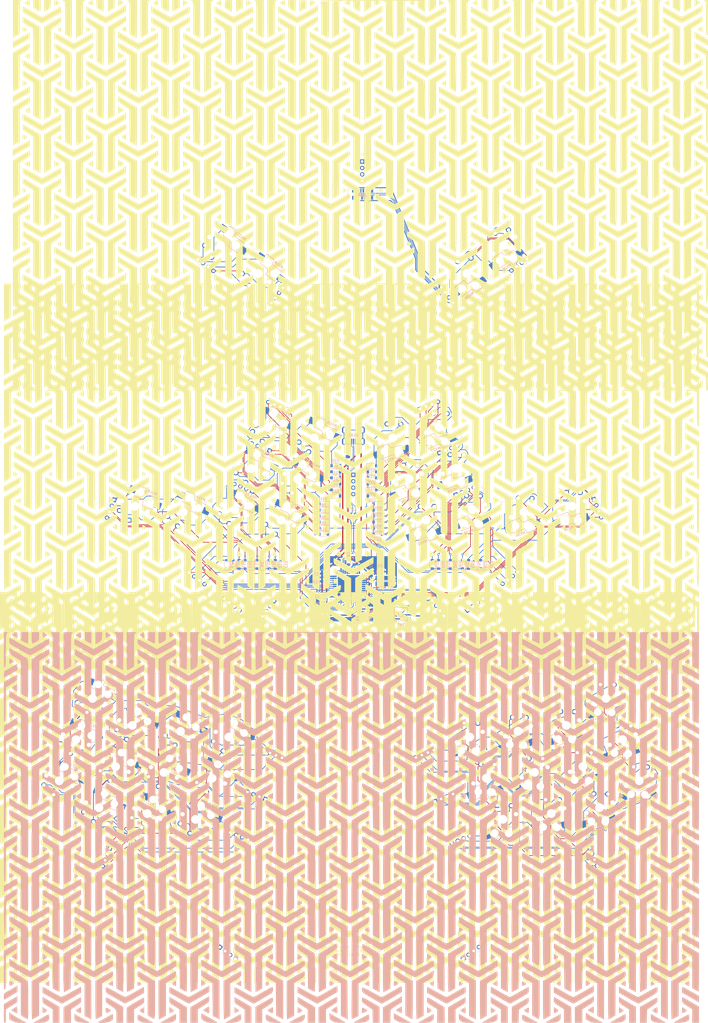
<source format=kicad_pcb>
(kicad_pcb (version 20171130) (host pcbnew "(5.1.4)-1")
  (layers (0 F.Cu signal) (31 B.Cu signal) (34 B.Paste user) (35 F.Paste user) (36 B.SilkS user) (37 F.SilkS user) (38 B.Mask user) (39 F.Mask user) (44 Edge.Cuts user))
  (net 0 "")
  (net 1 GND)
  (net 2 +5V)
  (net 3 "Net-(C4-Pad1)")
  (net 4 "Net-(C5-Pad1)")
  (net 5 "Net-(C8-Pad1)")
  (net 6 "Net-(C10-Pad2)")
  (net 7 "Net-(D1-Pad2)")
  (net 8 ROW0)
  (net 9 "Net-(D2-Pad2)")
  (net 10 "Net-(D3-Pad2)")
  (net 11 "Net-(D4-Pad2)")
  (net 12 "Net-(D5-Pad2)")
  (net 13 ROW1)
  (net 14 "Net-(D6-Pad2)")
  (net 15 "Net-(D7-Pad2)")
  (net 16 "Net-(D8-Pad2)")
  (net 17 "Net-(D9-Pad2)")
  (net 18 ROW2)
  (net 19 "Net-(D10-Pad2)")
  (net 20 "Net-(D11-Pad2)")
  (net 21 "Net-(D12-Pad2)")
  (net 22 "Net-(D13-Pad2)")
  (net 23 ROW3)
  (net 24 "Net-(D14-Pad2)")
  (net 25 "Net-(D15-Pad2)")
  (net 26 "Net-(D16-Pad2)")
  (net 27 "Net-(D17-Pad2)")
  (net 28 "Net-(D18-Pad2)")
  (net 29 "Net-(D19-Pad2)")
  (net 30 "Net-(D20-Pad2)")
  (net 31 "Net-(D21-Pad2)")
  (net 32 "Net-(D22-Pad2)")
  (net 33 "Net-(D23-Pad2)")
  (net 34 "Net-(D24-Pad2)")
  (net 35 "Net-(D25-Pad2)")
  (net 36 "Net-(D26-Pad2)")
  (net 37 "Net-(D27-Pad2)")
  (net 38 "Net-(D28-Pad2)")
  (net 39 "Net-(D29-Pad2)")
  (net 40 "Net-(D30-Pad2)")
  (net 41 "Net-(D31-Pad2)")
  (net 42 "Net-(D32-Pad2)")
  (net 43 "Net-(D33-Pad2)")
  (net 44 "Net-(D34-Pad2)")
  (net 45 "Net-(D35-Pad2)")
  (net 46 "Net-(D36-Pad2)")
  (net 47 "Net-(D37-Pad2)")
  (net 48 "Net-(D38-Pad2)")
  (net 49 "Net-(D39-Pad2)")
  (net 50 "Net-(D40-Pad2)")
  (net 51 "Net-(D41-Pad2)")
  (net 52 "Net-(D42-Pad2)")
  (net 53 "Net-(D43-Pad2)")
  (net 54 "Net-(D44-Pad2)")
  (net 55 "Net-(J1-Pad4)")
  (net 56 "Net-(J1-Pad3)")
  (net 57 "Net-(J1-Pad2)")
  (net 58 "Net-(J1-Pad1)")
  (net 59 COL3)
  (net 60 COL2)
  (net 61 COL1)
  (net 62 COL0)
  (net 63 COL5)
  (net 64 COL4)
  (net 65 COL7)
  (net 66 COL6)
  (net 67 COL8)
  (net 68 COL9)
  (net 69 COLA)
  (net 70 COLB)
  (net 71 "Net-(J8-Pad4)")
  (net 72 "Net-(J8-Pad3)")
  (net 73 "Net-(J8-Pad2)")
  (net 74 "Net-(J8-Pad1)")
  (net 75 "Net-(J12-Pad4)")
  (net 76 "Net-(J12-Pad3)")
  (net 77 "Net-(J12-Pad2)")
  (net 78 "Net-(J12-Pad1)")
  (net 79 "Net-(J16-Pad4)")
  (net 80 "Net-(J16-Pad3)")
  (net 81 "Net-(J16-Pad2)")
  (net 82 "Net-(J16-Pad1)")
  (net 83 SCL)
  (net 84 SDA)
  (net 85 D-)
  (net 86 "Net-(R1-Pad1)")
  (net 87 D+)
  (net 88 "Net-(R2-Pad1)")
  (net 89 "Net-(R3-Pad2)")
  (net 90 "Net-(R4-Pad2)")
  (net 91 "Net-(U1-Pad31)")
  (net 92 "Net-(U1-Pad20)")
  (net 93 "Net-(U1-Pad12)")
  (net 94 "Net-(U1-Pad11)")
  (net 95 "Net-(U1-Pad10)")
  (net 96 "Net-(U1-Pad9)")
  (net 97 "Net-(U1-Pad1)")
  (net 98 "Net-(Y1-Pad4)")
  (net 99 "Net-(Y1-Pad2)")
  (net 100 "Net-(J2-Pad4)")
  (net 101 "Net-(J2-Pad3)")
  (net 102 "Net-(J2-Pad2)")
  (net 103 "Net-(J2-Pad1)")
  (net 104 "Net-(J7-Pad4)")
  (net 105 "Net-(J7-Pad3)")
  (net 106 "Net-(J7-Pad2)")
  (net 107 "Net-(J7-Pad1)")
  (net 108 "Net-(J28-Pad4)")
  (net 109 "Net-(J28-Pad3)")
  (net 110 "Net-(J28-Pad2)")
  (net 111 "Net-(J28-Pad1)")
  (net 112 "Net-(J29-Pad4)")
  (net 113 "Net-(J29-Pad3)")
  (net 114 "Net-(J29-Pad2)")
  (net 115 "Net-(J29-Pad1)")
  (net 116 "Net-(J30-Pad4)")
  (net 117 "Net-(J30-Pad3)")
  (net 118 "Net-(J30-Pad2)")
  (net 119 "Net-(J30-Pad1)")
  (net 120 "Net-(J31-Pad4)")
  (net 121 "Net-(J31-Pad3)")
  (net 122 "Net-(J31-Pad2)")
  (net 123 "Net-(J31-Pad1)")
  (net 124 "Net-(J3-Pad4)")
  (net 125 "Net-(J3-Pad3)")
  (net 126 "Net-(J3-Pad2)")
  (net 127 "Net-(J3-Pad1)")
  (net 128 "Net-(J5-Pad4)")
  (net 129 "Net-(J5-Pad3)")
  (net 130 "Net-(J5-Pad2)")
  (net 131 "Net-(J5-Pad1)")
  (net 132 "Net-(J9-Pad1)")
  (net 133 "Net-(J9-Pad2)")
  (net 134 "Net-(J9-Pad3)")
  (net 135 "Net-(J9-Pad4)")
  (net 136 "Net-(J10-Pad1)")
  (net 137 "Net-(J10-Pad2)")
  (net 138 "Net-(J10-Pad3)")
  (net 139 "Net-(J10-Pad4)")
  (net 140 "Net-(J11-Pad1)")
  (net 141 "Net-(J11-Pad2)")
  (net 142 "Net-(J11-Pad3)")
  (net 143 "Net-(J11-Pad4)")
  (net 144 "Net-(J13-Pad4)")
  (net 145 "Net-(J13-Pad3)")
  (net 146 "Net-(J13-Pad2)")
  (net 147 "Net-(J13-Pad1)")
  (net 148 "Net-(J14-Pad4)")
  (net 149 "Net-(J14-Pad3)")
  (net 150 "Net-(J14-Pad2)")
  (net 151 "Net-(J14-Pad1)")
  (net 152 "Net-(J15-Pad4)")
  (net 153 "Net-(J15-Pad3)")
  (net 154 "Net-(J15-Pad2)")
  (net 155 "Net-(J15-Pad1)")
  (net 156 "Net-(USB1-Pad6)")
  (net 157 "Net-(USB1-Pad2)")
  (net 158 "Net-(J19-PadMP4)")
  (net 159 "Net-(J19-PadMP3)")
  (net 160 "Net-(J19-PadMP2)")
  (net 161 "Net-(J19-PadMP1)")
  (net 162 "Net-(J19-Pad8)")
  (net 163 "Net-(J19-Pad7)")
  (net 164 "Net-(J19-Pad6)")
  (net 165 "Net-(J19-Pad5)")
  (net 166 "Net-(J19-Pad4)")
  (net 167 "Net-(J19-Pad3)")
  (net 168 "Net-(J19-Pad2)")
  (net 169 "Net-(J19-Pad1)")
  (net 170 SCL-TOP)
  (net 171 SDA-TOP)
  (net 172 "Net-(F1-Pad2)")
  (net 173 GND-TOP)
  (net 174 VCC-TOP)
  (module Silkscreens:Crowfeet75 (layer B.Cu) (at 146.05 311.658 180)
    (fp_text reference G*** hide)
    (fp_text value LOGO hide)
  )
  (module Silkscreens:Crowfeet75 (layer F.Cu) (at 149.352 62.484)
    (fp_text reference G*** hide)
    (fp_text value LOGO hide)
  )
  (module Silkscreens:Crowfeet75 (layer F.Cu) (at 144.272 295.91)
    (fp_text reference G*** hide)
    (fp_text value LOGO hide)
  )
  (module keyswitches:Kailh_socket_PG1350_optional (layer F.Cu) (at 206.139788 82.145061 217)
    (fp_text reference MX26 (at 0 -8.255 37) (layer F.SilkS))
    (fp_text value SwRSHFT)
    (fp_text user %R (at 4.445 -7.62 37) (layer B.SilkS) (effects (justify mirror)))
    (pad 2 smd rect (at 8.275 -3.75 217) (size 2.6 2.6) (layers B.Cu B.Paste B.Mask) (net 128 "Net-(J5-Pad4)"))
    (pad "" np_thru_hole circle (at 0 -5.95 217) (size 3 3) (drill 3) (layers *.Cu *.Mask))
    (pad 1 thru_hole circle (at 0 5.9 217) (size 2.032 2.032) (drill 1.27) (layers *.Cu *.Mask) (net 129 "Net-(J5-Pad3)"))
    (pad 2 thru_hole circle (at -5 3.8 217) (size 2.032 2.032) (drill 1.27) (layers *.Cu *.Mask) (net 128 "Net-(J5-Pad4)"))
    (pad "" np_thru_hole circle (at 0 0 217) (size 3.429 3.429) (drill 3.429) (layers *.Cu *.Mask))
    (pad "" np_thru_hole circle (at 5 -3.75 217) (size 3 3) (drill 3) (layers *.Cu *.Mask))
    (pad 1 smd rect (at -3.275 -5.95 217) (size 2.6 2.6) (layers B.Cu B.Paste B.Mask) (net 129 "Net-(J5-Pad3)"))
    (pad "" np_thru_hole circle (at 5.5 0 217) (size 1.7018 1.7018) (drill 1.7018) (layers *.Cu *.Mask))
    (pad "" np_thru_hole circle (at -5.5 0 217) (size 1.7018 1.7018) (drill 1.7018) (layers *.Cu *.Mask))
  )
  (module keyswitches:Kailh_socket_PG1350_optional (layer F.Cu) (at 191.365031 93.278639 217)
    (fp_text reference MX30 (at 0 -8.255 37) (layer F.SilkS))
    (fp_text value SwRMOD)
    (fp_text user %R (at 4.445 -7.62 37) (layer B.SilkS) (effects (justify mirror)))
    (pad "" np_thru_hole circle (at -5.5 0 217) (size 1.7018 1.7018) (drill 1.7018) (layers *.Cu *.Mask))
    (pad "" np_thru_hole circle (at 5.5 0 217) (size 1.7018 1.7018) (drill 1.7018) (layers *.Cu *.Mask))
    (pad 1 smd rect (at -3.275 -5.95 217) (size 2.6 2.6) (layers B.Cu B.Paste B.Mask) (net 131 "Net-(J5-Pad1)"))
    (pad "" np_thru_hole circle (at 5 -3.75 217) (size 3 3) (drill 3) (layers *.Cu *.Mask))
    (pad "" np_thru_hole circle (at 0 0 217) (size 3.429 3.429) (drill 3.429) (layers *.Cu *.Mask))
    (pad 2 thru_hole circle (at -5 3.8 217) (size 2.032 2.032) (drill 1.27) (layers *.Cu *.Mask) (net 130 "Net-(J5-Pad2)"))
    (pad 1 thru_hole circle (at 0 5.9 217) (size 2.032 2.032) (drill 1.27) (layers *.Cu *.Mask) (net 131 "Net-(J5-Pad1)"))
    (pad "" np_thru_hole circle (at 0 -5.95 217) (size 3 3) (drill 3) (layers *.Cu *.Mask))
    (pad 2 smd rect (at 8.275 -3.75 217) (size 2.6 2.6) (layers B.Cu B.Paste B.Mask) (net 130 "Net-(J5-Pad2)"))
  )
  (module Silkscreens:Crowfeet75 (layer F.Cu) (at 145.796 174.244)
    (fp_text reference G*** hide)
    (fp_text value LOGO hide)
  )
  (module random-keyboard-parts:SKQG-1155865 (layer B.Cu) (at 165.354 227.584 180)
    (fp_text reference SW1 (at 0 -4.064) (layer B.SilkS) (effects (justify mirror)))
    (fp_text value SW_Push)
    (pad 4 smd rect (at -3.1 -1.85 180) (size 1.8 1.1) (layers B.Cu B.Paste B.Mask))
    (pad 3 smd rect (at 3.1 1.85 180) (size 1.8 1.1) (layers B.Cu B.Paste B.Mask))
    (pad 2 smd rect (at -3.1 1.85 180) (size 1.8 1.1) (layers B.Cu B.Paste B.Mask) (net 89 "Net-(R3-Pad2)"))
    (pad 1 smd rect (at 3.1 -1.85 180) (size 1.8 1.1) (layers B.Cu B.Paste B.Mask) (net 1 GND))
  )
  (module Crystal:Crystal_SMD_3225-4Pin_3.2x2.5mm_HandSoldering (layer B.Cu) (at 157.914 214.51 180)
    (fp_text reference Y1 (at 0.18 -3.676) (layer B.SilkS) (effects (justify mirror)))
    (fp_text value 16MHz)
    (pad 4 smd rect (at -1.45 1.15 180) (size 2.1 1.8) (layers B.Cu B.Paste B.Mask) (net 98 "Net-(Y1-Pad4)"))
    (pad 3 smd rect (at 1.45 1.15 180) (size 2.1 1.8) (layers B.Cu B.Paste B.Mask) (net 4 "Net-(C5-Pad1)"))
    (pad 2 smd rect (at 1.45 -1.15 180) (size 2.1 1.8) (layers B.Cu B.Paste B.Mask) (net 99 "Net-(Y1-Pad2)"))
    (pad 1 smd rect (at -1.45 -1.15 180) (size 2.1 1.8) (layers B.Cu B.Paste B.Mask) (net 3 "Net-(C4-Pad1)"))
  )
  (module Package_QFP:TQFP-44_10x10mm_P0.8mm (layer B.Cu) (at 145.034 216.662 270)
    (fp_text reference U1 (at 0 7.45 90) (layer B.SilkS) (effects (justify mirror)))
    (fp_text value ATmega32U4-AU)
    (pad 44 smd rect (at -4 5.7 180) (size 1.5 0.55) (layers B.Cu B.Paste B.Mask) (net 2 +5V))
    (pad 43 smd rect (at -3.2 5.7 180) (size 1.5 0.55) (layers B.Cu B.Paste B.Mask) (net 1 GND))
    (pad 42 smd rect (at -2.4 5.7 180) (size 1.5 0.55) (layers B.Cu B.Paste B.Mask) (net 6 "Net-(C10-Pad2)"))
    (pad 41 smd rect (at -1.6 5.7 180) (size 1.5 0.55) (layers B.Cu B.Paste B.Mask) (net 61 COL1))
    (pad 40 smd rect (at -0.8 5.7 180) (size 1.5 0.55) (layers B.Cu B.Paste B.Mask) (net 62 COL0))
    (pad 39 smd rect (at 0 5.7 180) (size 1.5 0.55) (layers B.Cu B.Paste B.Mask) (net 64 COL4))
    (pad 38 smd rect (at 0.8 5.7 180) (size 1.5 0.55) (layers B.Cu B.Paste B.Mask) (net 63 COL5))
    (pad 37 smd rect (at 1.6 5.7 180) (size 1.5 0.55) (layers B.Cu B.Paste B.Mask) (net 66 COL6))
    (pad 36 smd rect (at 2.4 5.7 180) (size 1.5 0.55) (layers B.Cu B.Paste B.Mask) (net 65 COL7))
    (pad 35 smd rect (at 3.2 5.7 180) (size 1.5 0.55) (layers B.Cu B.Paste B.Mask) (net 1 GND))
    (pad 34 smd rect (at 4 5.7 180) (size 1.5 0.55) (layers B.Cu B.Paste B.Mask) (net 2 +5V))
    (pad 33 smd rect (at 5.7 4 270) (size 1.5 0.55) (layers B.Cu B.Paste B.Mask) (net 90 "Net-(R4-Pad2)"))
    (pad 32 smd rect (at 5.7 3.2 270) (size 1.5 0.55) (layers B.Cu B.Paste B.Mask) (net 59 COL3))
    (pad 31 smd rect (at 5.7 2.4 270) (size 1.5 0.55) (layers B.Cu B.Paste B.Mask) (net 91 "Net-(U1-Pad31)"))
    (pad 30 smd rect (at 5.7 1.6 270) (size 1.5 0.55) (layers B.Cu B.Paste B.Mask) (net 23 ROW3))
    (pad 29 smd rect (at 5.7 0.8 270) (size 1.5 0.55) (layers B.Cu B.Paste B.Mask) (net 18 ROW2))
    (pad 28 smd rect (at 5.7 0 270) (size 1.5 0.55) (layers B.Cu B.Paste B.Mask) (net 69 COLA))
    (pad 27 smd rect (at 5.7 -0.8 270) (size 1.5 0.55) (layers B.Cu B.Paste B.Mask) (net 70 COLB))
    (pad 26 smd rect (at 5.7 -1.6 270) (size 1.5 0.55) (layers B.Cu B.Paste B.Mask) (net 68 COL9))
    (pad 25 smd rect (at 5.7 -2.4 270) (size 1.5 0.55) (layers B.Cu B.Paste B.Mask) (net 67 COL8))
    (pad 24 smd rect (at 5.7 -3.2 270) (size 1.5 0.55) (layers B.Cu B.Paste B.Mask) (net 2 +5V))
    (pad 23 smd rect (at 5.7 -4 270) (size 1.5 0.55) (layers B.Cu B.Paste B.Mask) (net 1 GND))
    (pad 22 smd rect (at 4 -5.7 180) (size 1.5 0.55) (layers B.Cu B.Paste B.Mask) (net 13 ROW1))
    (pad 21 smd rect (at 3.2 -5.7 180) (size 1.5 0.55) (layers B.Cu B.Paste B.Mask) (net 8 ROW0))
    (pad 20 smd rect (at 2.4 -5.7 180) (size 1.5 0.55) (layers B.Cu B.Paste B.Mask) (net 92 "Net-(U1-Pad20)"))
    (pad 19 smd rect (at 1.6 -5.7 180) (size 1.5 0.55) (layers B.Cu B.Paste B.Mask) (net 84 SDA))
    (pad 18 smd rect (at 0.8 -5.7 180) (size 1.5 0.55) (layers B.Cu B.Paste B.Mask) (net 83 SCL))
    (pad 17 smd rect (at 0 -5.7 180) (size 1.5 0.55) (layers B.Cu B.Paste B.Mask) (net 3 "Net-(C4-Pad1)"))
    (pad 16 smd rect (at -0.8 -5.7 180) (size 1.5 0.55) (layers B.Cu B.Paste B.Mask) (net 4 "Net-(C5-Pad1)"))
    (pad 15 smd rect (at -1.6 -5.7 180) (size 1.5 0.55) (layers B.Cu B.Paste B.Mask) (net 1 GND))
    (pad 14 smd rect (at -2.4 -5.7 180) (size 1.5 0.55) (layers B.Cu B.Paste B.Mask) (net 2 +5V))
    (pad 13 smd rect (at -3.2 -5.7 180) (size 1.5 0.55) (layers B.Cu B.Paste B.Mask) (net 89 "Net-(R3-Pad2)"))
    (pad 12 smd rect (at -4 -5.7 180) (size 1.5 0.55) (layers B.Cu B.Paste B.Mask) (net 93 "Net-(U1-Pad12)"))
    (pad 11 smd rect (at -5.7 -4 270) (size 1.5 0.55) (layers B.Cu B.Paste B.Mask) (net 94 "Net-(U1-Pad11)"))
    (pad 10 smd rect (at -5.7 -3.2 270) (size 1.5 0.55) (layers B.Cu B.Paste B.Mask) (net 95 "Net-(U1-Pad10)"))
    (pad 9 smd rect (at -5.7 -2.4 270) (size 1.5 0.55) (layers B.Cu B.Paste B.Mask) (net 96 "Net-(U1-Pad9)"))
    (pad 8 smd rect (at -5.7 -1.6 270) (size 1.5 0.55) (layers B.Cu B.Paste B.Mask) (net 60 COL2))
    (pad 7 smd rect (at -5.7 -0.8 270) (size 1.5 0.55) (layers B.Cu B.Paste B.Mask) (net 2 +5V))
    (pad 6 smd rect (at -5.7 0 270) (size 1.5 0.55) (layers B.Cu B.Paste B.Mask) (net 5 "Net-(C8-Pad1)"))
    (pad 5 smd rect (at -5.7 0.8 270) (size 1.5 0.55) (layers B.Cu B.Paste B.Mask) (net 1 GND))
    (pad 4 smd rect (at -5.7 1.6 270) (size 1.5 0.55) (layers B.Cu B.Paste B.Mask) (net 88 "Net-(R2-Pad1)"))
    (pad 3 smd rect (at -5.7 2.4 270) (size 1.5 0.55) (layers B.Cu B.Paste B.Mask) (net 86 "Net-(R1-Pad1)"))
    (pad 2 smd rect (at -5.7 3.2 270) (size 1.5 0.55) (layers B.Cu B.Paste B.Mask) (net 2 +5V))
    (pad 1 smd rect (at -5.7 4 270) (size 1.5 0.55) (layers B.Cu B.Paste B.Mask) (net 97 "Net-(U1-Pad1)"))
  )
  (module Resistor_SMD:R_0805_2012Metric (layer B.Cu) (at 135.2065 223.52)
    (fp_text reference R4 (at -2.8725 -0.254) (layer B.SilkS) (effects (justify mirror)))
    (fp_text value 10k)
    (pad 2 smd roundrect (at 0.9375 0) (size 0.975 1.4) (layers B.Cu B.Paste B.Mask) (net 90 "Net-(R4-Pad2)"))
    (pad 1 smd roundrect (at -0.9375 0) (size 0.975 1.4) (layers B.Cu B.Paste B.Mask) (net 1 GND))
  )
  (module Resistor_SMD:R_0805_2012Metric (layer B.Cu) (at 153.162 226.4895 270)
    (fp_text reference R3 (at 2.8725 -0.254 90) (layer B.SilkS) (effects (justify mirror)))
    (fp_text value 10k)
    (pad 2 smd roundrect (at 0.9375 0 270) (size 0.975 1.4) (layers B.Cu B.Paste B.Mask) (net 89 "Net-(R3-Pad2)"))
    (pad 1 smd roundrect (at -0.9375 0 270) (size 0.975 1.4) (layers B.Cu B.Paste B.Mask) (net 2 +5V))
  )
  (module Resistor_SMD:R_0805_2012Metric (layer B.Cu) (at 147.574 189.0545 90)
    (fp_text reference R2 (at 2.786 -1.038 90) (layer B.SilkS) (effects (justify mirror)))
    (fp_text value 22)
    (pad 2 smd roundrect (at 0.9375 0 90) (size 0.975 1.4) (layers B.Cu B.Paste B.Mask) (net 87 D+))
    (pad 1 smd roundrect (at -0.9375 0 90) (size 0.975 1.4) (layers B.Cu B.Paste B.Mask) (net 88 "Net-(R2-Pad1)"))
  )
  (module Resistor_SMD:R_0805_2012Metric (layer B.Cu) (at 145.542 189.0545 90)
    (fp_text reference R1 (at 2.794 -1.016 90) (layer B.SilkS) (effects (justify mirror)))
    (fp_text value 22)
    (pad 2 smd roundrect (at 0.9375 0 90) (size 0.975 1.4) (layers B.Cu B.Paste B.Mask) (net 85 D-))
    (pad 1 smd roundrect (at -0.9375 0 90) (size 0.975 1.4) (layers B.Cu B.Paste B.Mask) (net 86 "Net-(R1-Pad1)"))
  )
  (module Fuse:Fuse_1206_3216Metric (layer B.Cu) (at 144.526 166.878 90)
    (fp_text reference F1 (at 0 1.82 90) (layer B.SilkS) (effects (justify mirror)))
    (fp_text value Polyfuse)
    (pad 2 smd roundrect (at 1.4 0 90) (size 1.25 1.75) (layers B.Cu B.Paste B.Mask) (roundrect_rratio 0.2) (net 172 "Net-(F1-Pad2)"))
    (pad 1 smd roundrect (at -1.4 0 90) (size 1.25 1.75) (layers B.Cu B.Paste B.Mask) (roundrect_rratio 0.2) (net 2 +5V))
  )
  (module Capacitor_SMD:C_0805_2012Metric (layer B.Cu) (at 135.2065 214.63)
    (fp_text reference C10 (at -3.1265 0.254) (layer B.SilkS) (effects (justify mirror)))
    (fp_text value 0.1uF)
    (pad 2 smd roundrect (at 0.9375 0) (size 0.975 1.4) (layers B.Cu B.Paste B.Mask) (net 6 "Net-(C10-Pad2)"))
    (pad 1 smd roundrect (at -0.9375 0) (size 0.975 1.4) (layers B.Cu B.Paste B.Mask) (net 1 GND))
  )
  (module Capacitor_SMD:C_0805_2012Metric (layer B.Cu) (at 140.97 207.264 90)
    (fp_text reference C9 (at 3.048 0 90) (layer B.SilkS) (effects (justify mirror)))
    (fp_text value 10uF)
    (pad 2 smd roundrect (at 0.9375 0 90) (size 0.975 1.4) (layers B.Cu B.Paste B.Mask) (net 1 GND))
    (pad 1 smd roundrect (at -0.9375 0 90) (size 0.975 1.4) (layers B.Cu B.Paste B.Mask) (net 2 +5V))
  )
  (module Capacitor_SMD:C_0805_2012Metric (layer B.Cu) (at 144.78 207.0885 90)
    (fp_text reference C8 (at 3.1265 0 90) (layer B.SilkS) (effects (justify mirror)))
    (fp_text value 1uF)
    (pad 2 smd roundrect (at 0.9375 0 90) (size 0.975 1.4) (layers B.Cu B.Paste B.Mask) (net 1 GND))
    (pad 1 smd roundrect (at -0.9375 0 90) (size 0.975 1.4) (layers B.Cu B.Paste B.Mask) (net 5 "Net-(C8-Pad1)"))
  )
  (module Capacitor_SMD:C_0805_2012Metric (layer B.Cu) (at 135.2065 211.582 180)
    (fp_text reference C7 (at 3.1265 -0.254) (layer B.SilkS) (effects (justify mirror)))
    (fp_text value 0.1uF)
    (pad 2 smd roundrect (at 0.9375 0 180) (size 0.975 1.4) (layers B.Cu B.Paste B.Mask) (net 1 GND))
    (pad 1 smd roundrect (at -0.9375 0 180) (size 0.975 1.4) (layers B.Cu B.Paste B.Mask) (net 2 +5V))
  )
  (module Capacitor_SMD:C_0805_2012Metric (layer B.Cu) (at 148.59 226.4895 270)
    (fp_text reference C6 (at 2.8725 0.254 90) (layer B.SilkS) (effects (justify mirror)))
    (fp_text value 0.1uF)
    (pad 2 smd roundrect (at 0.9375 0 270) (size 0.975 1.4) (layers B.Cu B.Paste B.Mask) (net 1 GND))
    (pad 1 smd roundrect (at -0.9375 0 270) (size 0.975 1.4) (layers B.Cu B.Paste B.Mask) (net 2 +5V))
  )
  (module Capacitor_SMD:C_0805_2012Metric (layer B.Cu) (at 157.6555 210.82)
    (fp_text reference C5 (at -0.4295 -2.286) (layer B.SilkS) (effects (justify mirror)))
    (fp_text value 22pF)
    (pad 2 smd roundrect (at 0.9375 0) (size 0.975 1.4) (layers B.Cu B.Paste B.Mask) (net 1 GND))
    (pad 1 smd roundrect (at -0.9375 0) (size 0.975 1.4) (layers B.Cu B.Paste B.Mask) (net 4 "Net-(C5-Pad1)"))
  )
  (module Capacitor_SMD:C_0805_2012Metric (layer B.Cu) (at 162.306 214.4545 90)
    (fp_text reference C4 (at -2.9695 -0.254 90) (layer B.SilkS) (effects (justify mirror)))
    (fp_text value 22pF)
    (pad 2 smd roundrect (at 0.9375 0 90) (size 0.975 1.4) (layers B.Cu B.Paste B.Mask) (net 1 GND))
    (pad 1 smd roundrect (at -0.9375 0 90) (size 0.975 1.4) (layers B.Cu B.Paste B.Mask) (net 3 "Net-(C4-Pad1)"))
  )
  (module Capacitor_SMD:C_0805_2012Metric (layer B.Cu) (at 147.066 207.0885 90)
    (fp_text reference C3 (at 2.9695 0.254 90) (layer B.SilkS) (effects (justify mirror)))
    (fp_text value 1uF)
    (pad 2 smd roundrect (at 0.9375 0 90) (size 0.975 1.4) (layers B.Cu B.Paste B.Mask) (net 1 GND))
    (pad 1 smd roundrect (at -0.9375 0 90) (size 0.975 1.4) (layers B.Cu B.Paste B.Mask) (net 2 +5V))
  )
  (module Capacitor_SMD:C_0805_2012Metric (layer B.Cu) (at 153.67 211.5035 90)
    (fp_text reference C2 (at 3.2235 0 90) (layer B.SilkS) (effects (justify mirror)))
    (fp_text value 0.1uF)
    (pad 2 smd roundrect (at 0.9375 0 90) (size 0.975 1.4) (layers B.Cu B.Paste B.Mask) (net 1 GND))
    (pad 1 smd roundrect (at -0.9375 0 90) (size 0.975 1.4) (layers B.Cu B.Paste B.Mask) (net 2 +5V))
  )
  (module Capacitor_SMD:C_0805_2012Metric (layer B.Cu) (at 135.2065 220.726 180)
    (fp_text reference C1 (at 2.8725 0) (layer B.SilkS) (effects (justify mirror)))
    (fp_text value 0.1uF)
    (pad 2 smd roundrect (at 0.9375 0 180) (size 0.975 1.4) (layers B.Cu B.Paste B.Mask) (net 1 GND))
    (pad 1 smd roundrect (at -0.9375 0 180) (size 0.975 1.4) (layers B.Cu B.Paste B.Mask) (net 2 +5V))
  )
  (module 52559-1233:525591233 (layer B.Cu) (at 150.35 62 180)
    (fp_text reference J19 (at 0 -0.3) (layer B.SilkS) (effects (font (size 1.27 1.27) (thickness 0.254)) (justify mirror)))
    (fp_text value 52559-1233 hide)
    (pad MP4 smd rect (at 3.75 1.4 180) (size 0.8 1.5) (layers B.Cu B.Paste B.Mask) (net 158 "Net-(J19-PadMP4)"))
    (pad MP3 smd rect (at 3.75 -1.4 180) (size 0.8 1.5) (layers B.Cu B.Paste B.Mask) (net 159 "Net-(J19-PadMP3)"))
    (pad MP2 smd rect (at -3.75 1.4 180) (size 0.8 1.5) (layers B.Cu B.Paste B.Mask) (net 160 "Net-(J19-PadMP2)"))
    (pad MP1 smd rect (at -3.75 -1.4 180) (size 0.8 1.5) (layers B.Cu B.Paste B.Mask) (net 161 "Net-(J19-PadMP1)"))
    (pad 12 smd rect (at 2.75 1.4 180) (size 0.6 1.5) (layers B.Cu B.Paste B.Mask) (net 174 VCC-TOP))
    (pad 11 smd rect (at 2.25 -1.4 180) (size 0.6 1.5) (layers B.Cu B.Paste B.Mask) (net 173 GND-TOP))
    (pad 10 smd rect (at 1.75 1.4 180) (size 0.6 1.5) (layers B.Cu B.Paste B.Mask) (net 171 SDA-TOP))
    (pad 9 smd rect (at 1.25 -1.4 180) (size 0.6 1.5) (layers B.Cu B.Paste B.Mask) (net 170 SCL-TOP))
    (pad 8 smd rect (at 0.75 1.4 180) (size 0.6 1.5) (layers B.Cu B.Paste B.Mask) (net 162 "Net-(J19-Pad8)"))
    (pad 7 smd rect (at 0.25 -1.4 180) (size 0.6 1.5) (layers B.Cu B.Paste B.Mask) (net 163 "Net-(J19-Pad7)"))
    (pad 6 smd rect (at -0.25 1.4 180) (size 0.6 1.5) (layers B.Cu B.Paste B.Mask) (net 164 "Net-(J19-Pad6)"))
    (pad 5 smd rect (at -0.75 -1.4 180) (size 0.6 1.5) (layers B.Cu B.Paste B.Mask) (net 165 "Net-(J19-Pad5)"))
    (pad 4 smd rect (at -1.25 1.4 180) (size 0.6 1.5) (layers B.Cu B.Paste B.Mask) (net 166 "Net-(J19-Pad4)"))
    (pad 3 smd rect (at -1.75 -1.4 180) (size 0.6 1.5) (layers B.Cu B.Paste B.Mask) (net 167 "Net-(J19-Pad3)"))
    (pad 2 smd rect (at -2.25 1.4 180) (size 0.6 1.5) (layers B.Cu B.Paste B.Mask) (net 168 "Net-(J19-Pad2)"))
    (pad 1 smd rect (at -2.75 -1.4 180) (size 0.6 1.5) (layers B.Cu B.Paste B.Mask) (net 169 "Net-(J19-Pad1)"))
  )
  (module random-keyboard-parts:Molex-0548190589 (layer B.Cu) (at 146.7 155 270)
    (fp_text reference USB1 (at 2.032 0) (layer B.SilkS) (effects (justify mirror)))
    (fp_text value Molex-0548190589)
    (pad 6 thru_hole oval (at 0 3.65 270) (size 2.7 1.7) (drill oval 1.9 0.7) (layers *.Cu *.Mask) (net 156 "Net-(USB1-Pad6)"))
    (pad 6 thru_hole oval (at 0 -3.65 270) (size 2.7 1.7) (drill oval 1.9 0.7) (layers *.Cu *.Mask) (net 156 "Net-(USB1-Pad6)"))
    (pad 6 thru_hole oval (at 4.5 -3.65 270) (size 2.7 1.7) (drill oval 1.9 0.7) (layers *.Cu *.Mask) (net 156 "Net-(USB1-Pad6)"))
    (pad 6 thru_hole oval (at 4.5 3.65 270) (size 2.7 1.7) (drill oval 1.9 0.7) (layers *.Cu *.Mask) (net 156 "Net-(USB1-Pad6)"))
    (pad 5 smd rect (at 4.5 1.6 270) (size 2.25 0.5) (layers B.Cu B.Paste B.Mask) (net 172 "Net-(F1-Pad2)"))
    (pad 4 smd rect (at 4.5 0.8 270) (size 2.25 0.5) (layers B.Cu B.Paste B.Mask) (net 85 D-))
    (pad 3 smd rect (at 4.5 0 270) (size 2.25 0.5) (layers B.Cu B.Paste B.Mask) (net 87 D+))
    (pad 2 smd rect (at 4.5 -0.8 270) (size 2.25 0.5) (layers B.Cu B.Paste B.Mask) (net 157 "Net-(USB1-Pad2)"))
    (pad 1 smd rect (at 4.5 -1.6 270) (size 2.25 0.5) (layers B.Cu B.Paste B.Mask) (net 1 GND))
  )
  (module Connector_PinHeader_2.54mm:PinHeader_1x04_P2.54mm_Vertical (layer F.Cu) (at 187.1 180.5 112)
    (fp_text reference J27 (at 0 -2.33 112) (layer F.SilkS))
    (fp_text value Conn_01x04_Male)
    (pad 4 thru_hole oval (at 0 7.62 112) (size 1.7 1.7) (drill 1) (layers *.Cu *.Mask) (net 49 "Net-(D39-Pad2)"))
    (pad 3 thru_hole oval (at 0 5.08 112) (size 1.7 1.7) (drill 1) (layers *.Cu *.Mask) (net 50 "Net-(D40-Pad2)"))
    (pad 2 thru_hole oval (at 0 2.54 112) (size 1.7 1.7) (drill 1) (layers *.Cu *.Mask) (net 51 "Net-(D41-Pad2)"))
    (pad 1 thru_hole rect (at 0 0 112) (size 1.7 1.7) (drill 1) (layers *.Cu *.Mask) (net 52 "Net-(D42-Pad2)"))
  )
  (module Connector_PinSocket_2.54mm:PinSocket_1x04_P2.54mm_Vertical (layer F.Cu) (at 185.45 317.85 112)
    (fp_text reference J31 (at 0 -2.77 112) (layer F.SilkS))
    (fp_text value Conn_01x04_Female)
    (pad 1 thru_hole rect (at 0 0 112) (size 1.7 1.7) (drill 1) (layers *.Cu *.Mask) (net 123 "Net-(J31-Pad1)"))
    (pad 2 thru_hole oval (at 0 2.54 112) (size 1.7 1.7) (drill 1) (layers *.Cu *.Mask) (net 122 "Net-(J31-Pad2)"))
    (pad 3 thru_hole oval (at 0 5.08 112) (size 1.7 1.7) (drill 1) (layers *.Cu *.Mask) (net 121 "Net-(J31-Pad3)"))
    (pad 4 thru_hole oval (at 0 7.62 112) (size 1.7 1.7) (drill 1) (layers *.Cu *.Mask) (net 120 "Net-(J31-Pad4)"))
  )
  (module Connector_PinHeader_2.54mm:PinHeader_1x04_P2.54mm_Vertical (layer F.Cu) (at 241.528381 182.31109 22)
    (fp_text reference J24 (at 0 -2.33 22) (layer F.SilkS))
    (fp_text value Conn_01x04_Male)
    (pad 1 thru_hole rect (at 0 0 22) (size 1.7 1.7) (drill 1) (layers *.Cu *.Mask) (net 67 COL8))
    (pad 2 thru_hole oval (at 0 2.54 22) (size 1.7 1.7) (drill 1) (layers *.Cu *.Mask) (net 68 COL9))
    (pad 3 thru_hole oval (at 0 5.08 22) (size 1.7 1.7) (drill 1) (layers *.Cu *.Mask) (net 69 COLA))
    (pad 4 thru_hole oval (at 0 7.62 22) (size 1.7 1.7) (drill 1) (layers *.Cu *.Mask) (net 70 COLB))
  )
  (module Connector_PinHeader_2.54mm:PinHeader_1x04_P2.54mm_Vertical (layer F.Cu) (at 172.994345 146.690649 112)
    (fp_text reference J25 (at 0 -2.33 112) (layer F.SilkS))
    (fp_text value Conn_01x04_Male)
    (pad 1 thru_hole rect (at 0 0 112) (size 1.7 1.7) (drill 1) (layers *.Cu *.Mask) (net 44 "Net-(D34-Pad2)"))
    (pad 2 thru_hole oval (at 0 2.54 112) (size 1.7 1.7) (drill 1) (layers *.Cu *.Mask) (net 43 "Net-(D33-Pad2)"))
    (pad 3 thru_hole oval (at 0 5.08 112) (size 1.7 1.7) (drill 1) (layers *.Cu *.Mask) (net 42 "Net-(D32-Pad2)"))
    (pad 4 thru_hole oval (at 0 7.62 112) (size 1.7 1.7) (drill 1) (layers *.Cu *.Mask) (net 41 "Net-(D31-Pad2)"))
  )
  (module Connector_PinHeader_2.54mm:PinHeader_1x04_P2.54mm_Vertical (layer F.Cu) (at 180.6 164 112)
    (fp_text reference J26 (at 0 -2.33 112) (layer F.SilkS))
    (fp_text value Conn_01x04_Male)
    (pad 1 thru_hole rect (at 0 0 112) (size 1.7 1.7) (drill 1) (layers *.Cu *.Mask) (net 48 "Net-(D38-Pad2)"))
    (pad 2 thru_hole oval (at 0 2.54 112) (size 1.7 1.7) (drill 1) (layers *.Cu *.Mask) (net 47 "Net-(D37-Pad2)"))
    (pad 3 thru_hole oval (at 0 5.08 112) (size 1.7 1.7) (drill 1) (layers *.Cu *.Mask) (net 46 "Net-(D36-Pad2)"))
    (pad 4 thru_hole oval (at 0 7.62 112) (size 1.7 1.7) (drill 1) (layers *.Cu *.Mask) (net 45 "Net-(D35-Pad2)"))
  )
  (module Connector_PinSocket_2.54mm:PinSocket_1x04_P2.54mm_Vertical (layer F.Cu) (at 239.869616 319.672841 22)
    (fp_text reference J28 (at 0 -2.77 22) (layer F.SilkS))
    (fp_text value Conn_01x04_Female)
    (pad 4 thru_hole oval (at 0 7.62 22) (size 1.7 1.7) (drill 1) (layers *.Cu *.Mask) (net 108 "Net-(J28-Pad4)"))
    (pad 3 thru_hole oval (at 0 5.08 22) (size 1.7 1.7) (drill 1) (layers *.Cu *.Mask) (net 109 "Net-(J28-Pad3)"))
    (pad 2 thru_hole oval (at 0 2.54 22) (size 1.7 1.7) (drill 1) (layers *.Cu *.Mask) (net 110 "Net-(J28-Pad2)"))
    (pad 1 thru_hole rect (at 0 0 22) (size 1.7 1.7) (drill 1) (layers *.Cu *.Mask) (net 111 "Net-(J28-Pad1)"))
  )
  (module Connector_PinSocket_2.54mm:PinSocket_1x04_P2.54mm_Vertical (layer F.Cu) (at 171.33558 284.0524 112)
    (fp_text reference J29 (at 0 -2.77 112) (layer F.SilkS))
    (fp_text value Conn_01x04_Female)
    (pad 4 thru_hole oval (at 0 7.62 112) (size 1.7 1.7) (drill 1) (layers *.Cu *.Mask) (net 112 "Net-(J29-Pad4)"))
    (pad 3 thru_hole oval (at 0 5.08 112) (size 1.7 1.7) (drill 1) (layers *.Cu *.Mask) (net 113 "Net-(J29-Pad3)"))
    (pad 2 thru_hole oval (at 0 2.54 112) (size 1.7 1.7) (drill 1) (layers *.Cu *.Mask) (net 114 "Net-(J29-Pad2)"))
    (pad 1 thru_hole rect (at 0 0 112) (size 1.7 1.7) (drill 1) (layers *.Cu *.Mask) (net 115 "Net-(J29-Pad1)"))
  )
  (module Connector_PinSocket_2.54mm:PinSocket_1x04_P2.54mm_Vertical (layer F.Cu) (at 178.95 301.35 112)
    (fp_text reference J30 (at 0 -2.77 112) (layer F.SilkS))
    (fp_text value Conn_01x04_Female)
    (pad 4 thru_hole oval (at 0 7.62 112) (size 1.7 1.7) (drill 1) (layers *.Cu *.Mask) (net 116 "Net-(J30-Pad4)"))
    (pad 3 thru_hole oval (at 0 5.08 112) (size 1.7 1.7) (drill 1) (layers *.Cu *.Mask) (net 117 "Net-(J30-Pad3)"))
    (pad 2 thru_hole oval (at 0 2.54 112) (size 1.7 1.7) (drill 1) (layers *.Cu *.Mask) (net 118 "Net-(J30-Pad2)"))
    (pad 1 thru_hole rect (at 0 0 112) (size 1.7 1.7) (drill 1) (layers *.Cu *.Mask) (net 119 "Net-(J30-Pad1)"))
  )
  (module Connector_PinHeader_2.54mm:PinHeader_1x04_P2.54mm_Vertical (layer F.Cu) (at 177.807813 222.177231 37)
    (fp_text reference J18 (at 0 -2.33 37) (layer F.SilkS))
    (fp_text value Raiser_Male)
    (pad 4 thru_hole oval (at 0 7.62 37) (size 1.7 1.7) (drill 1) (layers *.Cu *.Mask) (net 1 GND))
    (pad 3 thru_hole oval (at 0 5.08 37) (size 1.7 1.7) (drill 1) (layers *.Cu *.Mask) (net 83 SCL))
    (pad 2 thru_hole oval (at 0 2.54 37) (size 1.7 1.7) (drill 1) (layers *.Cu *.Mask) (net 84 SDA))
    (pad 1 thru_hole rect (at 0 0 37) (size 1.7 1.7) (drill 1) (layers *.Cu *.Mask) (net 2 +5V))
  )
  (module keyswitches:Kailh_socket_PG1350_optional (layer F.Cu) (at 191.365031 93.278639 217)
    (fp_text reference MX30 (at 0 -8.255 37) (layer F.SilkS))
    (fp_text value SwRMOD)
    (fp_text user %R (at 4.445 -7.62 37) (layer B.SilkS) (effects (justify mirror)))
    (pad 2 smd rect (at 8.275 -3.75 217) (size 2.6 2.6) (layers B.Cu B.Paste B.Mask) (net 130 "Net-(J5-Pad2)"))
    (pad "" np_thru_hole circle (at 0 -5.95 217) (size 3 3) (drill 3) (layers *.Cu *.Mask))
    (pad 1 thru_hole circle (at 0 5.9 217) (size 2.032 2.032) (drill 1.27) (layers *.Cu *.Mask) (net 131 "Net-(J5-Pad1)"))
    (pad 2 thru_hole circle (at -5 3.8 217) (size 2.032 2.032) (drill 1.27) (layers *.Cu *.Mask) (net 130 "Net-(J5-Pad2)"))
    (pad "" np_thru_hole circle (at 0 0 217) (size 3.429 3.429) (drill 3.429) (layers *.Cu *.Mask))
    (pad "" np_thru_hole circle (at 5 -3.75 217) (size 3 3) (drill 3) (layers *.Cu *.Mask))
    (pad 1 smd rect (at -3.275 -5.95 217) (size 2.6 2.6) (layers B.Cu B.Paste B.Mask) (net 131 "Net-(J5-Pad1)"))
    (pad "" np_thru_hole circle (at 5.5 0 217) (size 1.7018 1.7018) (drill 1.7018) (layers *.Cu *.Mask))
    (pad "" np_thru_hole circle (at -5.5 0 217) (size 1.7018 1.7018) (drill 1.7018) (layers *.Cu *.Mask))
  )
  (module Connector_PinSocket_2.54mm:PinSocket_1x04_P2.54mm_Vertical (layer F.Cu) (at 85.407015 87.665681 53)
    (fp_text reference J3 (at 0 -2.77 53) (layer F.SilkS))
    (fp_text value Conn_01x04_Female)
    (pad 4 thru_hole oval (at 0 7.62 53) (size 1.7 1.7) (drill 1) (layers *.Cu *.Mask) (net 124 "Net-(J3-Pad4)"))
    (pad 3 thru_hole oval (at 0 5.08 53) (size 1.7 1.7) (drill 1) (layers *.Cu *.Mask) (net 125 "Net-(J3-Pad3)"))
    (pad 2 thru_hole oval (at 0 2.54 53) (size 1.7 1.7) (drill 1) (layers *.Cu *.Mask) (net 126 "Net-(J3-Pad2)"))
    (pad 1 thru_hole rect (at 0 0 53) (size 1.7 1.7) (drill 1) (layers *.Cu *.Mask) (net 127 "Net-(J3-Pad1)"))
  )
  (module Connector_PinSocket_2.54mm:PinSocket_1x04_P2.54mm_Vertical (layer F.Cu) (at 215.100744 87.512076 307)
    (fp_text reference J5 (at 0 -2.77 127) (layer F.SilkS))
    (fp_text value Conn_01x04_Female)
    (pad 4 thru_hole oval (at 0 7.62 307) (size 1.7 1.7) (drill 1) (layers *.Cu *.Mask) (net 128 "Net-(J5-Pad4)"))
    (pad 3 thru_hole oval (at 0 5.08 307) (size 1.7 1.7) (drill 1) (layers *.Cu *.Mask) (net 129 "Net-(J5-Pad3)"))
    (pad 2 thru_hole oval (at 0 2.54 307) (size 1.7 1.7) (drill 1) (layers *.Cu *.Mask) (net 130 "Net-(J5-Pad2)"))
    (pad 1 thru_hole rect (at 0 0 307) (size 1.7 1.7) (drill 1) (layers *.Cu *.Mask) (net 131 "Net-(J5-Pad1)"))
  )
  (module keyswitches:Kailh_socket_PG1350_optional (layer F.Cu) (at 109.157264 93.31124 323)
    (fp_text reference MX18 (at 0 -8.255 143) (layer F.SilkS))
    (fp_text value SwLMOD)
    (fp_text user %R (at 4.445 -7.62 143) (layer B.SilkS) (effects (justify mirror)))
    (pad 2 smd rect (at 8.275 -3.75 323) (size 2.6 2.6) (layers B.Cu B.Paste B.Mask) (net 124 "Net-(J3-Pad4)"))
    (pad "" np_thru_hole circle (at 0 -5.95 323) (size 3 3) (drill 3) (layers *.Cu *.Mask))
    (pad 1 thru_hole circle (at 0 5.9 323) (size 2.032 2.032) (drill 1.27) (layers *.Cu *.Mask) (net 125 "Net-(J3-Pad3)"))
    (pad 2 thru_hole circle (at -5 3.8 323) (size 2.032 2.032) (drill 1.27) (layers *.Cu *.Mask) (net 124 "Net-(J3-Pad4)"))
    (pad "" np_thru_hole circle (at 0 0 323) (size 3.429 3.429) (drill 3.429) (layers *.Cu *.Mask))
    (pad "" np_thru_hole circle (at 5 -3.75 323) (size 3 3) (drill 3) (layers *.Cu *.Mask))
    (pad 1 smd rect (at -3.275 -5.95 323) (size 2.6 2.6) (layers B.Cu B.Paste B.Mask) (net 125 "Net-(J3-Pad3)"))
    (pad "" np_thru_hole circle (at 5.5 0 323) (size 1.7018 1.7018) (drill 1.7018) (layers *.Cu *.Mask))
    (pad "" np_thru_hole circle (at -5.5 0 323) (size 1.7018 1.7018) (drill 1.7018) (layers *.Cu *.Mask))
  )
  (module keyswitches:Kailh_socket_PG1350_optional (layer F.Cu) (at 94.382507 82.177663 323)
    (fp_text reference MX22 (at 0 -8.255 143) (layer F.SilkS))
    (fp_text value SwLSHFT)
    (fp_text user %R (at 4.445 -7.62 143) (layer B.SilkS) (effects (justify mirror)))
    (pad 2 smd rect (at 8.275 -3.75 323) (size 2.6 2.6) (layers B.Cu B.Paste B.Mask) (net 126 "Net-(J3-Pad2)"))
    (pad "" np_thru_hole circle (at 0 -5.95 323) (size 3 3) (drill 3) (layers *.Cu *.Mask))
    (pad 1 thru_hole circle (at 0 5.9 323) (size 2.032 2.032) (drill 1.27) (layers *.Cu *.Mask) (net 127 "Net-(J3-Pad1)"))
    (pad 2 thru_hole circle (at -5 3.8 323) (size 2.032 2.032) (drill 1.27) (layers *.Cu *.Mask) (net 126 "Net-(J3-Pad2)"))
    (pad "" np_thru_hole circle (at 0 0 323) (size 3.429 3.429) (drill 3.429) (layers *.Cu *.Mask))
    (pad "" np_thru_hole circle (at 5 -3.75 323) (size 3 3) (drill 3) (layers *.Cu *.Mask))
    (pad 1 smd rect (at -3.275 -5.95 323) (size 2.6 2.6) (layers B.Cu B.Paste B.Mask) (net 127 "Net-(J3-Pad1)"))
    (pad "" np_thru_hole circle (at 5.5 0 323) (size 1.7018 1.7018) (drill 1.7018) (layers *.Cu *.Mask))
    (pad "" np_thru_hole circle (at -5.5 0 323) (size 1.7018 1.7018) (drill 1.7018) (layers *.Cu *.Mask))
  )
  (module Connector_PinSocket_2.54mm:PinSocket_1x04_P2.54mm_Vertical (layer F.Cu) (at 150.158765 49.138249)
    (fp_text reference J9 (at 0 -2.77) (layer F.SilkS))
    (fp_text value Raiser_Female)
    (pad 1 thru_hole rect (at 0 0) (size 1.7 1.7) (drill 1) (layers *.Cu *.Mask) (net 132 "Net-(J9-Pad1)"))
    (pad 2 thru_hole oval (at 0 2.54) (size 1.7 1.7) (drill 1) (layers *.Cu *.Mask) (net 133 "Net-(J9-Pad2)"))
    (pad 3 thru_hole oval (at 0 5.08) (size 1.7 1.7) (drill 1) (layers *.Cu *.Mask) (net 134 "Net-(J9-Pad3)"))
    (pad 4 thru_hole oval (at 0 7.62) (size 1.7 1.7) (drill 1) (layers *.Cu *.Mask) (net 135 "Net-(J9-Pad4)"))
  )
  (module Connector_PinSocket_2.54mm:PinSocket_1x04_P2.54mm_Vertical (layer F.Cu) (at 181.307813 98.677231 37)
    (fp_text reference J17 (at 0 -2.77 37) (layer F.SilkS))
    (fp_text value Raiser_Female)
    (pad 4 thru_hole oval (at 0 7.62 37) (size 1.7 1.7) (drill 1) (layers *.Cu *.Mask) (net 173 GND-TOP))
    (pad 3 thru_hole oval (at 0 5.08 37) (size 1.7 1.7) (drill 1) (layers *.Cu *.Mask) (net 170 SCL-TOP))
    (pad 2 thru_hole oval (at 0 2.54 37) (size 1.7 1.7) (drill 1) (layers *.Cu *.Mask) (net 171 SDA-TOP))
    (pad 1 thru_hole rect (at 0 0 37) (size 1.7 1.7) (drill 1) (layers *.Cu *.Mask) (net 174 VCC-TOP))
  )
  (module Connector_PinSocket_2.54mm:PinSocket_1x04_P2.54mm_Vertical (layer F.Cu) (at 118.920114 98.875833 323)
    (fp_text reference J13 (at 0 -2.77 143) (layer F.SilkS))
    (fp_text value Raiser_Female)
    (pad 4 thru_hole oval (at 0 7.62 323) (size 1.7 1.7) (drill 1) (layers *.Cu *.Mask) (net 144 "Net-(J13-Pad4)"))
    (pad 3 thru_hole oval (at 0 5.08 323) (size 1.7 1.7) (drill 1) (layers *.Cu *.Mask) (net 145 "Net-(J13-Pad3)"))
    (pad 2 thru_hole oval (at 0 2.54 323) (size 1.7 1.7) (drill 1) (layers *.Cu *.Mask) (net 146 "Net-(J13-Pad2)"))
    (pad 1 thru_hole rect (at 0 0 323) (size 1.7 1.7) (drill 1) (layers *.Cu *.Mask) (net 147 "Net-(J13-Pad1)"))
  )
  (module keyswitches:Kailh_socket_PG1350_optional (layer F.Cu) (at 232.921502 185.033521 202)
    (fp_text reference MX38 (at 0 -8.255 22) (layer F.SilkS))
    (fp_text value SwMENU)
    (fp_text user %R (at 4.445 -7.62 22) (layer B.SilkS) (effects (justify mirror)))
    (pad "" np_thru_hole circle (at -5.5 0 202) (size 1.7018 1.7018) (drill 1.7018) (layers *.Cu *.Mask))
    (pad "" np_thru_hole circle (at 5.5 0 202) (size 1.7018 1.7018) (drill 1.7018) (layers *.Cu *.Mask))
    (pad 1 smd rect (at -3.275 -5.95 202) (size 2.6 2.6) (layers B.Cu B.Paste B.Mask) (net 68 COL9))
    (pad "" np_thru_hole circle (at 5 -3.75 202) (size 3 3) (drill 3) (layers *.Cu *.Mask))
    (pad "" np_thru_hole circle (at 0 0 202) (size 3.429 3.429) (drill 3.429) (layers *.Cu *.Mask))
    (pad 2 thru_hole circle (at -5 3.8 202) (size 2.032 2.032) (drill 1.27) (layers *.Cu *.Mask) (net 54 "Net-(D44-Pad2)"))
    (pad 1 thru_hole circle (at 0 5.9 202) (size 2.032 2.032) (drill 1.27) (layers *.Cu *.Mask) (net 68 COL9))
    (pad "" np_thru_hole circle (at 0 -5.95 202) (size 3 3) (drill 3) (layers *.Cu *.Mask))
    (pad 2 smd rect (at 8.275 -3.75 202) (size 2.6 2.6) (layers B.Cu B.Paste B.Mask) (net 54 "Net-(D44-Pad2)"))
  )
  (module keyswitches:Kailh_socket_PG1350_optional (layer F.Cu) (at 180.44728 153.925548 202)
    (fp_text reference MX27 (at 0 -8.255 22) (layer F.SilkS))
    (fp_text value SwU)
    (fp_text user %R (at 4.445 -7.62 22) (layer B.SilkS) (effects (justify mirror)))
    (pad "" np_thru_hole circle (at -5.5 0 202) (size 1.7018 1.7018) (drill 1.7018) (layers *.Cu *.Mask))
    (pad "" np_thru_hole circle (at 5.5 0 202) (size 1.7018 1.7018) (drill 1.7018) (layers *.Cu *.Mask))
    (pad 1 smd rect (at -3.275 -5.95 202) (size 2.6 2.6) (layers B.Cu B.Paste B.Mask) (net 65 COL7))
    (pad "" np_thru_hole circle (at 5 -3.75 202) (size 3 3) (drill 3) (layers *.Cu *.Mask))
    (pad "" np_thru_hole circle (at 0 0 202) (size 3.429 3.429) (drill 3.429) (layers *.Cu *.Mask))
    (pad 2 thru_hole circle (at -5 3.8 202) (size 2.032 2.032) (drill 1.27) (layers *.Cu *.Mask) (net 36 "Net-(D26-Pad2)"))
    (pad 1 thru_hole circle (at 0 5.9 202) (size 2.032 2.032) (drill 1.27) (layers *.Cu *.Mask) (net 65 COL7))
    (pad "" np_thru_hole circle (at 0 -5.95 202) (size 3 3) (drill 3) (layers *.Cu *.Mask))
    (pad 2 smd rect (at 8.275 -3.75 202) (size 2.6 2.6) (layers B.Cu B.Paste B.Mask) (net 36 "Net-(D26-Pad2)"))
  )
  (module keyswitches:Kailh_socket_PG1350_optional (layer F.Cu) (at 187.002895 170.151265 202)
    (fp_text reference MX28 (at 0 -8.255 22) (layer F.SilkS))
    (fp_text value SwJ)
    (fp_text user %R (at 4.445 -7.62 22) (layer B.SilkS) (effects (justify mirror)))
    (pad "" np_thru_hole circle (at -5.5 0 202) (size 1.7018 1.7018) (drill 1.7018) (layers *.Cu *.Mask))
    (pad "" np_thru_hole circle (at 5.5 0 202) (size 1.7018 1.7018) (drill 1.7018) (layers *.Cu *.Mask))
    (pad 1 smd rect (at -3.275 -5.95 202) (size 2.6 2.6) (layers B.Cu B.Paste B.Mask) (net 65 COL7))
    (pad "" np_thru_hole circle (at 5 -3.75 202) (size 3 3) (drill 3) (layers *.Cu *.Mask))
    (pad "" np_thru_hole circle (at 0 0 202) (size 3.429 3.429) (drill 3.429) (layers *.Cu *.Mask))
    (pad 2 thru_hole circle (at -5 3.8 202) (size 2.032 2.032) (drill 1.27) (layers *.Cu *.Mask) (net 37 "Net-(D27-Pad2)"))
    (pad 1 thru_hole circle (at 0 5.9 202) (size 2.032 2.032) (drill 1.27) (layers *.Cu *.Mask) (net 65 COL7))
    (pad "" np_thru_hole circle (at 0 -5.95 202) (size 3 3) (drill 3) (layers *.Cu *.Mask))
    (pad 2 smd rect (at 8.275 -3.75 202) (size 2.6 2.6) (layers B.Cu B.Paste B.Mask) (net 37 "Net-(D27-Pad2)"))
  )
  (module keyswitches:Kailh_socket_PG1350_optional (layer F.Cu) (at 193.55851 186.376983 202)
    (fp_text reference MX29 (at 0 -8.255 22) (layer F.SilkS))
    (fp_text value SwM)
    (fp_text user %R (at 4.445 -7.62 22) (layer B.SilkS) (effects (justify mirror)))
    (pad "" np_thru_hole circle (at -5.5 0 202) (size 1.7018 1.7018) (drill 1.7018) (layers *.Cu *.Mask))
    (pad "" np_thru_hole circle (at 5.5 0 202) (size 1.7018 1.7018) (drill 1.7018) (layers *.Cu *.Mask))
    (pad 1 smd rect (at -3.275 -5.95 202) (size 2.6 2.6) (layers B.Cu B.Paste B.Mask) (net 65 COL7))
    (pad "" np_thru_hole circle (at 5 -3.75 202) (size 3 3) (drill 3) (layers *.Cu *.Mask))
    (pad "" np_thru_hole circle (at 0 0 202) (size 3.429 3.429) (drill 3.429) (layers *.Cu *.Mask))
    (pad 2 thru_hole circle (at -5 3.8 202) (size 2.032 2.032) (drill 1.27) (layers *.Cu *.Mask) (net 38 "Net-(D28-Pad2)"))
    (pad 1 thru_hole circle (at 0 5.9 202) (size 2.032 2.032) (drill 1.27) (layers *.Cu *.Mask) (net 65 COL7))
    (pad "" np_thru_hole circle (at 0 -5.95 202) (size 3 3) (drill 3) (layers *.Cu *.Mask))
    (pad 2 smd rect (at 8.275 -3.75 202) (size 2.6 2.6) (layers B.Cu B.Paste B.Mask) (net 38 "Net-(D28-Pad2)"))
  )
  (module keyswitches:Kailh_socket_PG1350_optional (layer F.Cu) (at 213.895568 187.327824 202)
    (fp_text reference MX34 (at 0 -8.255 22) (layer F.SilkS))
    (fp_text value SwRALT)
    (fp_text user %R (at 4.445 -7.62 22) (layer B.SilkS) (effects (justify mirror)))
    (pad "" np_thru_hole circle (at -5.5 0 202) (size 1.7018 1.7018) (drill 1.7018) (layers *.Cu *.Mask))
    (pad "" np_thru_hole circle (at 5.5 0 202) (size 1.7018 1.7018) (drill 1.7018) (layers *.Cu *.Mask))
    (pad 1 smd rect (at -3.275 -5.95 202) (size 2.6 2.6) (layers B.Cu B.Paste B.Mask) (net 67 COL8))
    (pad "" np_thru_hole circle (at 5 -3.75 202) (size 3 3) (drill 3) (layers *.Cu *.Mask))
    (pad "" np_thru_hole circle (at 0 0 202) (size 3.429 3.429) (drill 3.429) (layers *.Cu *.Mask))
    (pad 2 thru_hole circle (at -5 3.8 202) (size 2.032 2.032) (drill 1.27) (layers *.Cu *.Mask) (net 53 "Net-(D43-Pad2)"))
    (pad 1 thru_hole circle (at 0 5.9 202) (size 2.032 2.032) (drill 1.27) (layers *.Cu *.Mask) (net 67 COL8))
    (pad "" np_thru_hole circle (at 0 -5.95 202) (size 3 3) (drill 3) (layers *.Cu *.Mask))
    (pad 2 smd rect (at 8.275 -3.75 202) (size 2.6 2.6) (layers B.Cu B.Paste B.Mask) (net 53 "Net-(D43-Pad2)"))
  )
  (module Connector_PinHeader_2.54mm:PinHeader_1x04_P2.54mm_Vertical (layer F.Cu) (at 211.600744 211.012076 307)
    (fp_text reference J6 (at 0 -2.33 127) (layer F.SilkS))
    (fp_text value Conn_01x04_Male)
    (pad 4 thru_hole oval (at 0 7.62 307) (size 1.7 1.7) (drill 1) (layers *.Cu *.Mask) (net 65 COL7))
    (pad 3 thru_hole oval (at 0 5.08 307) (size 1.7 1.7) (drill 1) (layers *.Cu *.Mask) (net 40 "Net-(D30-Pad2)"))
    (pad 2 thru_hole oval (at 0 2.54 307) (size 1.7 1.7) (drill 1) (layers *.Cu *.Mask) (net 39 "Net-(D29-Pad2)"))
    (pad 1 thru_hole rect (at 0 0 307) (size 1.7 1.7) (drill 1) (layers *.Cu *.Mask) (net 66 COL6))
  )
  (module Connector_PinHeader_2.54mm:PinHeader_1x04_P2.54mm_Vertical (layer F.Cu) (at 81.907015 211.165681 53)
    (fp_text reference J4 (at 0 -2.33 53) (layer F.SilkS))
    (fp_text value Conn_01x04_Male)
    (pad 4 thru_hole oval (at 0 7.62 53) (size 1.7 1.7) (drill 1) (layers *.Cu *.Mask) (net 63 COL5))
    (pad 3 thru_hole oval (at 0 5.08 53) (size 1.7 1.7) (drill 1) (layers *.Cu *.Mask) (net 29 "Net-(D19-Pad2)"))
    (pad 2 thru_hole oval (at 0 2.54 53) (size 1.7 1.7) (drill 1) (layers *.Cu *.Mask) (net 28 "Net-(D18-Pad2)"))
    (pad 1 thru_hole rect (at 0 0 53) (size 1.7 1.7) (drill 1) (layers *.Cu *.Mask) (net 64 COL4))
  )
  (module Connector_PinSocket_2.54mm:PinSocket_1x04_P2.54mm_Vertical (layer F.Cu) (at 52.395205 182.503276 338)
    (fp_text reference J20 (at 0 -2.77 158) (layer F.SilkS))
    (fp_text value Conn_01x04_Female)
    (pad 1 thru_hole rect (at 0 0 338) (size 1.7 1.7) (drill 1) (layers *.Cu *.Mask) (net 59 COL3))
    (pad 2 thru_hole oval (at 0 2.54 338) (size 1.7 1.7) (drill 1) (layers *.Cu *.Mask) (net 60 COL2))
    (pad 3 thru_hole oval (at 0 5.08 338) (size 1.7 1.7) (drill 1) (layers *.Cu *.Mask) (net 61 COL1))
    (pad 4 thru_hole oval (at 0 7.62 338) (size 1.7 1.7) (drill 1) (layers *.Cu *.Mask) (net 62 COL0))
  )
  (module Connector_PinSocket_2.54mm:PinSocket_1x04_P2.54mm_Vertical (layer F.Cu) (at 120.197799 146.824591 248)
    (fp_text reference J21 (at 0 -2.77 68) (layer F.SilkS))
    (fp_text value Conn_01x04_Female)
    (pad 1 thru_hole rect (at 0 0 248) (size 1.7 1.7) (drill 1) (layers *.Cu *.Mask) (net 11 "Net-(D4-Pad2)"))
    (pad 2 thru_hole oval (at 0 2.54 248) (size 1.7 1.7) (drill 1) (layers *.Cu *.Mask) (net 10 "Net-(D3-Pad2)"))
    (pad 3 thru_hole oval (at 0 5.08 248) (size 1.7 1.7) (drill 1) (layers *.Cu *.Mask) (net 9 "Net-(D2-Pad2)"))
    (pad 4 thru_hole oval (at 0 7.62 248) (size 1.7 1.7) (drill 1) (layers *.Cu *.Mask) (net 7 "Net-(D1-Pad2)"))
  )
  (module Connector_PinSocket_2.54mm:PinSocket_1x04_P2.54mm_Vertical (layer F.Cu) (at 113.658765 163.138249 248)
    (fp_text reference J22 (at 0 -2.77 68) (layer F.SilkS))
    (fp_text value Conn_01x04_Female)
    (pad 1 thru_hole rect (at 0 0 248) (size 1.7 1.7) (drill 1) (layers *.Cu *.Mask) (net 16 "Net-(D8-Pad2)"))
    (pad 2 thru_hole oval (at 0 2.54 248) (size 1.7 1.7) (drill 1) (layers *.Cu *.Mask) (net 15 "Net-(D7-Pad2)"))
    (pad 3 thru_hole oval (at 0 5.08 248) (size 1.7 1.7) (drill 1) (layers *.Cu *.Mask) (net 14 "Net-(D6-Pad2)"))
    (pad 4 thru_hole oval (at 0 7.62 248) (size 1.7 1.7) (drill 1) (layers *.Cu *.Mask) (net 12 "Net-(D5-Pad2)"))
  )
  (module Connector_PinSocket_2.54mm:PinSocket_1x04_P2.54mm_Vertical (layer F.Cu) (at 106.844008 179.138249 248)
    (fp_text reference J23 (at 0 -2.77 68) (layer F.SilkS))
    (fp_text value Conn_01x04_Female)
    (pad 4 thru_hole oval (at 0 7.62 248) (size 1.7 1.7) (drill 1) (layers *.Cu *.Mask) (net 17 "Net-(D9-Pad2)"))
    (pad 3 thru_hole oval (at 0 5.08 248) (size 1.7 1.7) (drill 1) (layers *.Cu *.Mask) (net 19 "Net-(D10-Pad2)"))
    (pad 2 thru_hole oval (at 0 2.54 248) (size 1.7 1.7) (drill 1) (layers *.Cu *.Mask) (net 20 "Net-(D11-Pad2)"))
    (pad 1 thru_hole rect (at 0 0 248) (size 1.7 1.7) (drill 1) (layers *.Cu *.Mask) (net 21 "Net-(D12-Pad2)"))
  )
  (module keyswitches:Kailh_socket_PG1350_optional (layer F.Cu) (at 113.005223 153.948974 338)
    (fp_text reference MX15 (at 0 -8.255 158) (layer F.SilkS))
    (fp_text value SwR)
    (fp_text user %R (at 4.445 -7.62 158) (layer B.SilkS) (effects (justify mirror)))
    (pad "" np_thru_hole circle (at -5.5 0 338) (size 1.7018 1.7018) (drill 1.7018) (layers *.Cu *.Mask))
    (pad "" np_thru_hole circle (at 5.5 0 338) (size 1.7018 1.7018) (drill 1.7018) (layers *.Cu *.Mask))
    (pad 1 smd rect (at -3.275 -5.95 338) (size 2.6 2.6) (layers B.Cu B.Paste B.Mask) (net 64 COL4))
    (pad "" np_thru_hole circle (at 5 -3.75 338) (size 3 3) (drill 3) (layers *.Cu *.Mask))
    (pad "" np_thru_hole circle (at 0 0 338) (size 3.429 3.429) (drill 3.429) (layers *.Cu *.Mask))
    (pad 2 thru_hole circle (at -5 3.8 338) (size 2.032 2.032) (drill 1.27) (layers *.Cu *.Mask) (net 25 "Net-(D15-Pad2)"))
    (pad 1 thru_hole circle (at 0 5.9 338) (size 2.032 2.032) (drill 1.27) (layers *.Cu *.Mask) (net 64 COL4))
    (pad "" np_thru_hole circle (at 0 -5.95 338) (size 3 3) (drill 3) (layers *.Cu *.Mask))
    (pad 2 smd rect (at 8.275 -3.75 338) (size 2.6 2.6) (layers B.Cu B.Paste B.Mask) (net 25 "Net-(D15-Pad2)"))
  )
  (module keyswitches:Kailh_socket_PG1350_optional (layer F.Cu) (at 168.726174 174.299936 202)
    (fp_text reference MX24 (at 0 -8.255 22) (layer F.SilkS))
    (fp_text value SwH)
    (fp_text user %R (at 4.445 -7.62 22) (layer B.SilkS) (effects (justify mirror)))
    (pad "" np_thru_hole circle (at -5.5 0 202) (size 1.7018 1.7018) (drill 1.7018) (layers *.Cu *.Mask))
    (pad "" np_thru_hole circle (at 5.5 0 202) (size 1.7018 1.7018) (drill 1.7018) (layers *.Cu *.Mask))
    (pad 1 smd rect (at -3.275 -5.95 202) (size 2.6 2.6) (layers B.Cu B.Paste B.Mask) (net 66 COL6))
    (pad "" np_thru_hole circle (at 5 -3.75 202) (size 3 3) (drill 3) (layers *.Cu *.Mask))
    (pad "" np_thru_hole circle (at 0 0 202) (size 3.429 3.429) (drill 3.429) (layers *.Cu *.Mask))
    (pad 2 thru_hole circle (at -5 3.8 202) (size 2.032 2.032) (drill 1.27) (layers *.Cu *.Mask) (net 34 "Net-(D24-Pad2)"))
    (pad 1 thru_hole circle (at 0 5.9 202) (size 2.032 2.032) (drill 1.27) (layers *.Cu *.Mask) (net 66 COL6))
    (pad "" np_thru_hole circle (at 0 -5.95 202) (size 3 3) (drill 3) (layers *.Cu *.Mask))
    (pad 2 smd rect (at 8.275 -3.75 202) (size 2.6 2.6) (layers B.Cu B.Paste B.Mask) (net 34 "Net-(D24-Pad2)"))
  )
  (module keyswitches:Kailh_socket_PG1350_optional (layer F.Cu) (at 60.531 185.056947 338)
    (fp_text reference MX10 (at 0 -8.255 158) (layer F.SilkS))
    (fp_text value SwLWIN)
    (fp_text user %R (at 4.445 -7.62 158) (layer B.SilkS) (effects (justify mirror)))
    (pad "" np_thru_hole circle (at -5.5 0 338) (size 1.7018 1.7018) (drill 1.7018) (layers *.Cu *.Mask))
    (pad "" np_thru_hole circle (at 5.5 0 338) (size 1.7018 1.7018) (drill 1.7018) (layers *.Cu *.Mask))
    (pad 1 smd rect (at -3.275 -5.95 338) (size 2.6 2.6) (layers B.Cu B.Paste B.Mask) (net 60 COL2))
    (pad "" np_thru_hole circle (at 5 -3.75 338) (size 3 3) (drill 3) (layers *.Cu *.Mask))
    (pad "" np_thru_hole circle (at 0 0 338) (size 3.429 3.429) (drill 3.429) (layers *.Cu *.Mask))
    (pad 2 thru_hole circle (at -5 3.8 338) (size 2.032 2.032) (drill 1.27) (layers *.Cu *.Mask) (net 24 "Net-(D14-Pad2)"))
    (pad 1 thru_hole circle (at 0 5.9 338) (size 2.032 2.032) (drill 1.27) (layers *.Cu *.Mask) (net 60 COL2))
    (pad "" np_thru_hole circle (at 0 -5.95 338) (size 3 3) (drill 3) (layers *.Cu *.Mask))
    (pad 2 smd rect (at 8.275 -3.75 338) (size 2.6 2.6) (layers B.Cu B.Paste B.Mask) (net 24 "Net-(D14-Pad2)"))
  )
  (module keyswitches:Kailh_socket_PG1350_optional (layer F.Cu) (at 79.556934 187.35125 338)
    (fp_text reference MX14 (at 0 -8.255 158) (layer F.SilkS))
    (fp_text value SwLALT)
    (fp_text user %R (at 4.445 -7.62 158) (layer B.SilkS) (effects (justify mirror)))
    (pad "" np_thru_hole circle (at -5.5 0 338) (size 1.7018 1.7018) (drill 1.7018) (layers *.Cu *.Mask))
    (pad "" np_thru_hole circle (at 5.5 0 338) (size 1.7018 1.7018) (drill 1.7018) (layers *.Cu *.Mask))
    (pad 1 smd rect (at -3.275 -5.95 338) (size 2.6 2.6) (layers B.Cu B.Paste B.Mask) (net 59 COL3))
    (pad "" np_thru_hole circle (at 5 -3.75 338) (size 3 3) (drill 3) (layers *.Cu *.Mask))
    (pad "" np_thru_hole circle (at 0 0 338) (size 3.429 3.429) (drill 3.429) (layers *.Cu *.Mask))
    (pad 2 thru_hole circle (at -5 3.8 338) (size 2.032 2.032) (drill 1.27) (layers *.Cu *.Mask) (net 22 "Net-(D13-Pad2)"))
    (pad 1 thru_hole circle (at 0 5.9 338) (size 2.032 2.032) (drill 1.27) (layers *.Cu *.Mask) (net 59 COL3))
    (pad "" np_thru_hole circle (at 0 -5.95 338) (size 3 3) (drill 3) (layers *.Cu *.Mask))
    (pad 2 smd rect (at 8.275 -3.75 338) (size 2.6 2.6) (layers B.Cu B.Paste B.Mask) (net 22 "Net-(D13-Pad2)"))
  )
  (module keyswitches:Kailh_socket_PG1350_optional (layer F.Cu) (at 99.893992 186.400409 338)
    (fp_text reference MX17 (at 0 -8.255 158) (layer F.SilkS))
    (fp_text value SwV)
    (fp_text user %R (at 4.445 -7.62 158) (layer B.SilkS) (effects (justify mirror)))
    (pad "" np_thru_hole circle (at -5.5 0 338) (size 1.7018 1.7018) (drill 1.7018) (layers *.Cu *.Mask))
    (pad "" np_thru_hole circle (at 5.5 0 338) (size 1.7018 1.7018) (drill 1.7018) (layers *.Cu *.Mask))
    (pad 1 smd rect (at -3.275 -5.95 338) (size 2.6 2.6) (layers B.Cu B.Paste B.Mask) (net 64 COL4))
    (pad "" np_thru_hole circle (at 5 -3.75 338) (size 3 3) (drill 3) (layers *.Cu *.Mask))
    (pad "" np_thru_hole circle (at 0 0 338) (size 3.429 3.429) (drill 3.429) (layers *.Cu *.Mask))
    (pad 2 thru_hole circle (at -5 3.8 338) (size 2.032 2.032) (drill 1.27) (layers *.Cu *.Mask) (net 27 "Net-(D17-Pad2)"))
    (pad 1 thru_hole circle (at 0 5.9 338) (size 2.032 2.032) (drill 1.27) (layers *.Cu *.Mask) (net 64 COL4))
    (pad "" np_thru_hole circle (at 0 -5.95 338) (size 3 3) (drill 3) (layers *.Cu *.Mask))
    (pad 2 smd rect (at 8.275 -3.75 338) (size 2.6 2.6) (layers B.Cu B.Paste B.Mask) (net 27 "Net-(D17-Pad2)"))
  )
  (module keyswitches:Kailh_socket_PG1350_optional (layer F.Cu) (at 175.281789 190.525653 202)
    (fp_text reference MX25 (at 0 -8.255 22) (layer F.SilkS))
    (fp_text value SwN)
    (fp_text user %R (at 4.445 -7.62 22) (layer B.SilkS) (effects (justify mirror)))
    (pad "" np_thru_hole circle (at -5.5 0 202) (size 1.7018 1.7018) (drill 1.7018) (layers *.Cu *.Mask))
    (pad "" np_thru_hole circle (at 5.5 0 202) (size 1.7018 1.7018) (drill 1.7018) (layers *.Cu *.Mask))
    (pad 1 smd rect (at -3.275 -5.95 202) (size 2.6 2.6) (layers B.Cu B.Paste B.Mask) (net 66 COL6))
    (pad "" np_thru_hole circle (at 5 -3.75 202) (size 3 3) (drill 3) (layers *.Cu *.Mask))
    (pad "" np_thru_hole circle (at 0 0 202) (size 3.429 3.429) (drill 3.429) (layers *.Cu *.Mask))
    (pad 2 thru_hole circle (at -5 3.8 202) (size 2.032 2.032) (drill 1.27) (layers *.Cu *.Mask) (net 35 "Net-(D25-Pad2)"))
    (pad 1 thru_hole circle (at 0 5.9 202) (size 2.032 2.032) (drill 1.27) (layers *.Cu *.Mask) (net 66 COL6))
    (pad "" np_thru_hole circle (at 0 -5.95 202) (size 3 3) (drill 3) (layers *.Cu *.Mask))
    (pad 2 smd rect (at 8.275 -3.75 202) (size 2.6 2.6) (layers B.Cu B.Paste B.Mask) (net 35 "Net-(D25-Pad2)"))
  )
  (module keyswitches:Kailh_socket_PG1350_optional (layer F.Cu) (at 131.281944 158.097644 338)
    (fp_text reference MX19 (at 0 -8.255 158) (layer F.SilkS))
    (fp_text value SwT)
    (fp_text user %R (at 4.445 -7.62 158) (layer B.SilkS) (effects (justify mirror)))
    (pad "" np_thru_hole circle (at -5.5 0 338) (size 1.7018 1.7018) (drill 1.7018) (layers *.Cu *.Mask))
    (pad "" np_thru_hole circle (at 5.5 0 338) (size 1.7018 1.7018) (drill 1.7018) (layers *.Cu *.Mask))
    (pad 1 smd rect (at -3.275 -5.95 338) (size 2.6 2.6) (layers B.Cu B.Paste B.Mask) (net 63 COL5))
    (pad "" np_thru_hole circle (at 5 -3.75 338) (size 3 3) (drill 3) (layers *.Cu *.Mask))
    (pad "" np_thru_hole circle (at 0 0 338) (size 3.429 3.429) (drill 3.429) (layers *.Cu *.Mask))
    (pad 2 thru_hole circle (at -5 3.8 338) (size 2.032 2.032) (drill 1.27) (layers *.Cu *.Mask) (net 30 "Net-(D20-Pad2)"))
    (pad 1 thru_hole circle (at 0 5.9 338) (size 2.032 2.032) (drill 1.27) (layers *.Cu *.Mask) (net 63 COL5))
    (pad "" np_thru_hole circle (at 0 -5.95 338) (size 3 3) (drill 3) (layers *.Cu *.Mask))
    (pad 2 smd rect (at 8.275 -3.75 338) (size 2.6 2.6) (layers B.Cu B.Paste B.Mask) (net 30 "Net-(D20-Pad2)"))
  )
  (module keyswitches:Kailh_socket_PG1350_optional (layer F.Cu) (at 118.170713 190.549079 338)
    (fp_text reference MX21 (at 0 -8.255 158) (layer F.SilkS))
    (fp_text value SwB)
    (fp_text user %R (at 4.445 -7.62 158) (layer B.SilkS) (effects (justify mirror)))
    (pad "" np_thru_hole circle (at -5.5 0 338) (size 1.7018 1.7018) (drill 1.7018) (layers *.Cu *.Mask))
    (pad "" np_thru_hole circle (at 5.5 0 338) (size 1.7018 1.7018) (drill 1.7018) (layers *.Cu *.Mask))
    (pad 1 smd rect (at -3.275 -5.95 338) (size 2.6 2.6) (layers B.Cu B.Paste B.Mask) (net 63 COL5))
    (pad "" np_thru_hole circle (at 5 -3.75 338) (size 3 3) (drill 3) (layers *.Cu *.Mask))
    (pad "" np_thru_hole circle (at 0 0 338) (size 3.429 3.429) (drill 3.429) (layers *.Cu *.Mask))
    (pad 2 thru_hole circle (at -5 3.8 338) (size 2.032 2.032) (drill 1.27) (layers *.Cu *.Mask) (net 32 "Net-(D22-Pad2)"))
    (pad 1 thru_hole circle (at 0 5.9 338) (size 2.032 2.032) (drill 1.27) (layers *.Cu *.Mask) (net 63 COL5))
    (pad "" np_thru_hole circle (at 0 -5.95 338) (size 3 3) (drill 3) (layers *.Cu *.Mask))
    (pad 2 smd rect (at 8.275 -3.75 338) (size 2.6 2.6) (layers B.Cu B.Paste B.Mask) (net 32 "Net-(D22-Pad2)"))
  )
  (module keyswitches:Kailh_socket_PG1350_optional (layer F.Cu) (at 124.726328 174.323362 338)
    (fp_text reference MX20 (at 0 -8.255 158) (layer F.SilkS))
    (fp_text value SwG)
    (fp_text user %R (at 4.445 -7.62 158) (layer B.SilkS) (effects (justify mirror)))
    (pad "" np_thru_hole circle (at -5.5 0 338) (size 1.7018 1.7018) (drill 1.7018) (layers *.Cu *.Mask))
    (pad "" np_thru_hole circle (at 5.5 0 338) (size 1.7018 1.7018) (drill 1.7018) (layers *.Cu *.Mask))
    (pad 1 smd rect (at -3.275 -5.95 338) (size 2.6 2.6) (layers B.Cu B.Paste B.Mask) (net 63 COL5))
    (pad "" np_thru_hole circle (at 5 -3.75 338) (size 3 3) (drill 3) (layers *.Cu *.Mask))
    (pad "" np_thru_hole circle (at 0 0 338) (size 3.429 3.429) (drill 3.429) (layers *.Cu *.Mask))
    (pad 2 thru_hole circle (at -5 3.8 338) (size 2.032 2.032) (drill 1.27) (layers *.Cu *.Mask) (net 31 "Net-(D21-Pad2)"))
    (pad 1 thru_hole circle (at 0 5.9 338) (size 2.032 2.032) (drill 1.27) (layers *.Cu *.Mask) (net 63 COL5))
    (pad "" np_thru_hole circle (at 0 -5.95 338) (size 3 3) (drill 3) (layers *.Cu *.Mask))
    (pad 2 smd rect (at 8.275 -3.75 338) (size 2.6 2.6) (layers B.Cu B.Paste B.Mask) (net 31 "Net-(D21-Pad2)"))
  )
  (module keyswitches:Kailh_socket_PG1350_optional (layer F.Cu) (at 162.170559 158.074218 202)
    (fp_text reference MX23 (at 0 -8.255 22) (layer F.SilkS))
    (fp_text value SwY)
    (fp_text user %R (at 4.445 -7.62 22) (layer B.SilkS) (effects (justify mirror)))
    (pad "" np_thru_hole circle (at -5.5 0 202) (size 1.7018 1.7018) (drill 1.7018) (layers *.Cu *.Mask))
    (pad "" np_thru_hole circle (at 5.5 0 202) (size 1.7018 1.7018) (drill 1.7018) (layers *.Cu *.Mask))
    (pad 1 smd rect (at -3.275 -5.95 202) (size 2.6 2.6) (layers B.Cu B.Paste B.Mask) (net 66 COL6))
    (pad "" np_thru_hole circle (at 5 -3.75 202) (size 3 3) (drill 3) (layers *.Cu *.Mask))
    (pad "" np_thru_hole circle (at 0 0 202) (size 3.429 3.429) (drill 3.429) (layers *.Cu *.Mask))
    (pad 2 thru_hole circle (at -5 3.8 202) (size 2.032 2.032) (drill 1.27) (layers *.Cu *.Mask) (net 33 "Net-(D23-Pad2)"))
    (pad 1 thru_hole circle (at 0 5.9 202) (size 2.032 2.032) (drill 1.27) (layers *.Cu *.Mask) (net 66 COL6))
    (pad "" np_thru_hole circle (at 0 -5.95 202) (size 3 3) (drill 3) (layers *.Cu *.Mask))
    (pad 2 smd rect (at 8.275 -3.75 202) (size 2.6 2.6) (layers B.Cu B.Paste B.Mask) (net 33 "Net-(D23-Pad2)"))
  )
  (module keyswitches:Kailh_socket_PG1350_optional (layer F.Cu) (at 106.449607 170.174691 338)
    (fp_text reference MX16 (at 0 -8.255 158) (layer F.SilkS))
    (fp_text value SwF)
    (fp_text user %R (at 4.445 -7.62 158) (layer B.SilkS) (effects (justify mirror)))
    (pad "" np_thru_hole circle (at -5.5 0 338) (size 1.7018 1.7018) (drill 1.7018) (layers *.Cu *.Mask))
    (pad "" np_thru_hole circle (at 5.5 0 338) (size 1.7018 1.7018) (drill 1.7018) (layers *.Cu *.Mask))
    (pad 1 smd rect (at -3.275 -5.95 338) (size 2.6 2.6) (layers B.Cu B.Paste B.Mask) (net 64 COL4))
    (pad "" np_thru_hole circle (at 5 -3.75 338) (size 3 3) (drill 3) (layers *.Cu *.Mask))
    (pad "" np_thru_hole circle (at 0 0 338) (size 3.429 3.429) (drill 3.429) (layers *.Cu *.Mask))
    (pad 2 thru_hole circle (at -5 3.8 338) (size 2.032 2.032) (drill 1.27) (layers *.Cu *.Mask) (net 26 "Net-(D16-Pad2)"))
    (pad 1 thru_hole circle (at 0 5.9 338) (size 2.032 2.032) (drill 1.27) (layers *.Cu *.Mask) (net 64 COL4))
    (pad "" np_thru_hole circle (at 0 -5.95 338) (size 3 3) (drill 3) (layers *.Cu *.Mask))
    (pad 2 smd rect (at 8.275 -3.75 338) (size 2.6 2.6) (layers B.Cu B.Paste B.Mask) (net 26 "Net-(D16-Pad2)"))
  )
  (module Connector_PinSocket_2.54mm:PinSocket_1x04_P2.54mm_Vertical (layer F.Cu) (at 95.742717 221.50122 53)
    (fp_text reference J15 (at 0 -2.77 53) (layer F.SilkS))
    (fp_text value Raiser_Female)
    (pad 4 thru_hole oval (at 0 7.62 53) (size 1.7 1.7) (drill 1) (layers *.Cu *.Mask) (net 152 "Net-(J15-Pad4)"))
    (pad 3 thru_hole oval (at 0 5.08 53) (size 1.7 1.7) (drill 1) (layers *.Cu *.Mask) (net 153 "Net-(J15-Pad3)"))
    (pad 2 thru_hole oval (at 0 2.54 53) (size 1.7 1.7) (drill 1) (layers *.Cu *.Mask) (net 154 "Net-(J15-Pad2)"))
    (pad 1 thru_hole rect (at 0 0 53) (size 1.7 1.7) (drill 1) (layers *.Cu *.Mask) (net 155 "Net-(J15-Pad1)"))
  )
  (module Connector_PinHeader_2.54mm:PinHeader_1x04_P2.54mm_Vertical (layer F.Cu) (at 146.658765 172.638249)
    (fp_text reference J10 (at 0 -2.33) (layer F.SilkS))
    (fp_text value Raiser_Male)
    (pad 1 thru_hole rect (at 0 0) (size 1.7 1.7) (drill 1) (layers *.Cu *.Mask) (net 136 "Net-(J10-Pad1)"))
    (pad 2 thru_hole oval (at 0 2.54) (size 1.7 1.7) (drill 1) (layers *.Cu *.Mask) (net 137 "Net-(J10-Pad2)"))
    (pad 3 thru_hole oval (at 0 5.08) (size 1.7 1.7) (drill 1) (layers *.Cu *.Mask) (net 138 "Net-(J10-Pad3)"))
    (pad 4 thru_hole oval (at 0 7.62) (size 1.7 1.7) (drill 1) (layers *.Cu *.Mask) (net 139 "Net-(J10-Pad4)"))
  )
  (module Connector_PinSocket_2.54mm:PinSocket_1x04_P2.54mm_Vertical (layer F.Cu) (at 191.716901 226.026163 127)
    (fp_text reference J11 (at 0 -2.77 127) (layer F.SilkS))
    (fp_text value Raiser_Female)
    (pad 1 thru_hole rect (at 0 0 127) (size 1.7 1.7) (drill 1) (layers *.Cu *.Mask) (net 140 "Net-(J11-Pad1)"))
    (pad 2 thru_hole oval (at 0 2.54 127) (size 1.7 1.7) (drill 1) (layers *.Cu *.Mask) (net 141 "Net-(J11-Pad2)"))
    (pad 3 thru_hole oval (at 0 5.08 127) (size 1.7 1.7) (drill 1) (layers *.Cu *.Mask) (net 142 "Net-(J11-Pad3)"))
    (pad 4 thru_hole oval (at 0 7.62 127) (size 1.7 1.7) (drill 1) (layers *.Cu *.Mask) (net 143 "Net-(J11-Pad4)"))
  )
  (module Connector_PinHeader_2.54mm:PinHeader_1x04_P2.54mm_Vertical (layer F.Cu) (at 115.420114 222.375833 323)
    (fp_text reference J14 (at 0 -2.33 143) (layer F.SilkS))
    (fp_text value Raiser_Male)
    (pad 4 thru_hole oval (at 0 7.62 323) (size 1.7 1.7) (drill 1) (layers *.Cu *.Mask) (net 148 "Net-(J14-Pad4)"))
    (pad 3 thru_hole oval (at 0 5.08 323) (size 1.7 1.7) (drill 1) (layers *.Cu *.Mask) (net 149 "Net-(J14-Pad3)"))
    (pad 2 thru_hole oval (at 0 2.54 323) (size 1.7 1.7) (drill 1) (layers *.Cu *.Mask) (net 150 "Net-(J14-Pad2)"))
    (pad 1 thru_hole rect (at 0 0 323) (size 1.7 1.7) (drill 1) (layers *.Cu *.Mask) (net 151 "Net-(J14-Pad1)"))
  )
  (module Connector_PinHeader_2.54mm:PinHeader_1x04_P2.54mm_Vertical (layer F.Cu) (at 105.185243 316.5 248)
    (fp_text reference J8 (at 0 -2.33 68) (layer F.SilkS))
    (fp_text value Conn_01x04_Male)
    (pad 4 thru_hole oval (at 0 7.62 248) (size 1.7 1.7) (drill 1) (layers *.Cu *.Mask) (net 71 "Net-(J8-Pad4)"))
    (pad 3 thru_hole oval (at 0 5.08 248) (size 1.7 1.7) (drill 1) (layers *.Cu *.Mask) (net 72 "Net-(J8-Pad3)"))
    (pad 2 thru_hole oval (at 0 2.54 248) (size 1.7 1.7) (drill 1) (layers *.Cu *.Mask) (net 73 "Net-(J8-Pad2)"))
    (pad 1 thru_hole rect (at 0 0 248) (size 1.7 1.7) (drill 1) (layers *.Cu *.Mask) (net 74 "Net-(J8-Pad1)"))
  )
  (module Connector_PinHeader_2.54mm:PinHeader_1x04_P2.54mm_Vertical (layer F.Cu) (at 112 300.5 248)
    (fp_text reference J7 (at 0 -2.33 68) (layer F.SilkS))
    (fp_text value Conn_01x04_Male)
    (pad 1 thru_hole rect (at 0 0 248) (size 1.7 1.7) (drill 1) (layers *.Cu *.Mask) (net 107 "Net-(J7-Pad1)"))
    (pad 2 thru_hole oval (at 0 2.54 248) (size 1.7 1.7) (drill 1) (layers *.Cu *.Mask) (net 106 "Net-(J7-Pad2)"))
    (pad 3 thru_hole oval (at 0 5.08 248) (size 1.7 1.7) (drill 1) (layers *.Cu *.Mask) (net 105 "Net-(J7-Pad3)"))
    (pad 4 thru_hole oval (at 0 7.62 248) (size 1.7 1.7) (drill 1) (layers *.Cu *.Mask) (net 104 "Net-(J7-Pad4)"))
  )
  (module Connector_PinHeader_2.54mm:PinHeader_1x04_P2.54mm_Vertical (layer F.Cu) (at 118.557578 284.193834 248)
    (fp_text reference J2 (at 0 -2.33 68) (layer F.SilkS))
    (fp_text value Conn_01x04_Male)
    (pad 4 thru_hole oval (at 0 7.62 248) (size 1.7 1.7) (drill 1) (layers *.Cu *.Mask) (net 100 "Net-(J2-Pad4)"))
    (pad 3 thru_hole oval (at 0 5.08 248) (size 1.7 1.7) (drill 1) (layers *.Cu *.Mask) (net 101 "Net-(J2-Pad3)"))
    (pad 2 thru_hole oval (at 0 2.54 248) (size 1.7 1.7) (drill 1) (layers *.Cu *.Mask) (net 102 "Net-(J2-Pad2)"))
    (pad 1 thru_hole rect (at 0 0 248) (size 1.7 1.7) (drill 1) (layers *.Cu *.Mask) (net 103 "Net-(J2-Pad1)"))
  )
  (module Connector_PinHeader_2.54mm:PinHeader_1x04_P2.54mm_Vertical (layer F.Cu) (at 50.73644 319.865027 338)
    (fp_text reference J1 (at 0 -2.33 158) (layer F.SilkS))
    (fp_text value Conn_01x04_Male)
    (pad 4 thru_hole oval (at 0 7.62 338) (size 1.7 1.7) (drill 1) (layers *.Cu *.Mask) (net 55 "Net-(J1-Pad4)"))
    (pad 3 thru_hole oval (at 0 5.08 338) (size 1.7 1.7) (drill 1) (layers *.Cu *.Mask) (net 56 "Net-(J1-Pad3)"))
    (pad 2 thru_hole oval (at 0 2.54 338) (size 1.7 1.7) (drill 1) (layers *.Cu *.Mask) (net 57 "Net-(J1-Pad2)"))
    (pad 1 thru_hole rect (at 0 0 338) (size 1.7 1.7) (drill 1) (layers *.Cu *.Mask) (net 58 "Net-(J1-Pad1)"))
  )
  (module keyswitches:Kailh_socket_PG1350_optional (layer F.Cu) (at 259.387531 293.236294 202)
    (fp_text reference MX44 (at 0 -8.255 22) (layer F.SilkS))
    (fp_text value SwRCTRL)
    (fp_text user %R (at 4.445 -7.62 22) (layer B.SilkS) (effects (justify mirror)))
    (pad 2 smd rect (at 8.275 -3.75 202) (size 2.6 2.6) (layers B.Cu B.Paste B.Mask) (net 123 "Net-(J31-Pad1)"))
    (pad "" np_thru_hole circle (at 0 -5.95 202) (size 3 3) (drill 3) (layers *.Cu *.Mask))
    (pad 1 thru_hole circle (at 0 5.9 202) (size 2.032 2.032) (drill 1.27) (layers *.Cu *.Mask) (net 108 "Net-(J28-Pad4)"))
    (pad 2 thru_hole circle (at -5 3.8 202) (size 2.032 2.032) (drill 1.27) (layers *.Cu *.Mask) (net 123 "Net-(J31-Pad1)"))
    (pad "" np_thru_hole circle (at 0 0 202) (size 3.429 3.429) (drill 3.429) (layers *.Cu *.Mask))
    (pad "" np_thru_hole circle (at 5 -3.75 202) (size 3 3) (drill 3) (layers *.Cu *.Mask))
    (pad 1 smd rect (at -3.275 -5.95 202) (size 2.6 2.6) (layers B.Cu B.Paste B.Mask) (net 108 "Net-(J28-Pad4)"))
    (pad "" np_thru_hole circle (at 5.5 0 202) (size 1.7018 1.7018) (drill 1.7018) (layers *.Cu *.Mask))
    (pad "" np_thru_hole circle (at -5.5 0 202) (size 1.7018 1.7018) (drill 1.7018) (layers *.Cu *.Mask))
  )
  (module keyswitches:Kailh_socket_PG1350_optional (layer F.Cu) (at 252.831915 277.010577 202)
    (fp_text reference MX43 (at 0 -8.255 22) (layer F.SilkS))
    (fp_text value SwENTER)
    (fp_text user %R (at 4.445 -7.62 22) (layer B.SilkS) (effects (justify mirror)))
    (pad 2 smd rect (at 8.275 -3.75 202) (size 2.6 2.6) (layers B.Cu B.Paste B.Mask) (net 119 "Net-(J30-Pad1)"))
    (pad "" np_thru_hole circle (at 0 -5.95 202) (size 3 3) (drill 3) (layers *.Cu *.Mask))
    (pad 1 thru_hole circle (at 0 5.9 202) (size 2.032 2.032) (drill 1.27) (layers *.Cu *.Mask) (net 108 "Net-(J28-Pad4)"))
    (pad 2 thru_hole circle (at -5 3.8 202) (size 2.032 2.032) (drill 1.27) (layers *.Cu *.Mask) (net 119 "Net-(J30-Pad1)"))
    (pad "" np_thru_hole circle (at 0 0 202) (size 3.429 3.429) (drill 3.429) (layers *.Cu *.Mask))
    (pad "" np_thru_hole circle (at 5 -3.75 202) (size 3 3) (drill 3) (layers *.Cu *.Mask))
    (pad 1 smd rect (at -3.275 -5.95 202) (size 2.6 2.6) (layers B.Cu B.Paste B.Mask) (net 108 "Net-(J28-Pad4)"))
    (pad "" np_thru_hole circle (at 5.5 0 202) (size 1.7018 1.7018) (drill 1.7018) (layers *.Cu *.Mask))
    (pad "" np_thru_hole circle (at -5.5 0 202) (size 1.7018 1.7018) (drill 1.7018) (layers *.Cu *.Mask))
  )
  (module keyswitches:Kailh_socket_PG1350_optional (layer F.Cu) (at 246.2763 260.784859 202)
    (fp_text reference MX42 (at 0 -8.255 22) (layer F.SilkS))
    (fp_text value SwBKSP)
    (fp_text user %R (at 4.445 -7.62 22) (layer B.SilkS) (effects (justify mirror)))
    (pad 2 smd rect (at 8.275 -3.75 202) (size 2.6 2.6) (layers B.Cu B.Paste B.Mask) (net 115 "Net-(J29-Pad1)"))
    (pad "" np_thru_hole circle (at 0 -5.95 202) (size 3 3) (drill 3) (layers *.Cu *.Mask))
    (pad 1 thru_hole circle (at 0 5.9 202) (size 2.032 2.032) (drill 1.27) (layers *.Cu *.Mask) (net 108 "Net-(J28-Pad4)"))
    (pad 2 thru_hole circle (at -5 3.8 202) (size 2.032 2.032) (drill 1.27) (layers *.Cu *.Mask) (net 115 "Net-(J29-Pad1)"))
    (pad "" np_thru_hole circle (at 0 0 202) (size 3.429 3.429) (drill 3.429) (layers *.Cu *.Mask))
    (pad "" np_thru_hole circle (at 5 -3.75 202) (size 3 3) (drill 3) (layers *.Cu *.Mask))
    (pad 1 smd rect (at -3.275 -5.95 202) (size 2.6 2.6) (layers B.Cu B.Paste B.Mask) (net 108 "Net-(J28-Pad4)"))
    (pad "" np_thru_hole circle (at 5.5 0 202) (size 1.7018 1.7018) (drill 1.7018) (layers *.Cu *.Mask))
    (pad "" np_thru_hole circle (at -5.5 0 202) (size 1.7018 1.7018) (drill 1.7018) (layers *.Cu *.Mask))
  )
  (module keyswitches:Kailh_socket_PG1350_optional (layer F.Cu) (at 243.733056 303.875252 202)
    (fp_text reference MX41 (at 0 -8.255 22) (layer F.SilkS))
    (fp_text value Sw?)
    (fp_text user %R (at 4.445 -7.62 22) (layer B.SilkS) (effects (justify mirror)))
    (pad 2 smd rect (at 8.275 -3.75 202) (size 2.6 2.6) (layers B.Cu B.Paste B.Mask) (net 122 "Net-(J31-Pad2)"))
    (pad "" np_thru_hole circle (at 0 -5.95 202) (size 3 3) (drill 3) (layers *.Cu *.Mask))
    (pad 1 thru_hole circle (at 0 5.9 202) (size 2.032 2.032) (drill 1.27) (layers *.Cu *.Mask) (net 109 "Net-(J28-Pad3)"))
    (pad 2 thru_hole circle (at -5 3.8 202) (size 2.032 2.032) (drill 1.27) (layers *.Cu *.Mask) (net 122 "Net-(J31-Pad2)"))
    (pad "" np_thru_hole circle (at 0 0 202) (size 3.429 3.429) (drill 3.429) (layers *.Cu *.Mask))
    (pad "" np_thru_hole circle (at 5 -3.75 202) (size 3 3) (drill 3) (layers *.Cu *.Mask))
    (pad 1 smd rect (at -3.275 -5.95 202) (size 2.6 2.6) (layers B.Cu B.Paste B.Mask) (net 109 "Net-(J28-Pad3)"))
    (pad "" np_thru_hole circle (at 5.5 0 202) (size 1.7018 1.7018) (drill 1.7018) (layers *.Cu *.Mask))
    (pad "" np_thru_hole circle (at -5.5 0 202) (size 1.7018 1.7018) (drill 1.7018) (layers *.Cu *.Mask))
  )
  (module keyswitches:Kailh_socket_PG1350_optional (layer F.Cu) (at 237.177441 287.649534 202)
    (fp_text reference MX40 (at 0 -8.255 22) (layer F.SilkS))
    (fp_text value SwCOLON)
    (fp_text user %R (at 4.445 -7.62 22) (layer B.SilkS) (effects (justify mirror)))
    (pad 2 smd rect (at 8.275 -3.75 202) (size 2.6 2.6) (layers B.Cu B.Paste B.Mask) (net 118 "Net-(J30-Pad2)"))
    (pad "" np_thru_hole circle (at 0 -5.95 202) (size 3 3) (drill 3) (layers *.Cu *.Mask))
    (pad 1 thru_hole circle (at 0 5.9 202) (size 2.032 2.032) (drill 1.27) (layers *.Cu *.Mask) (net 109 "Net-(J28-Pad3)"))
    (pad 2 thru_hole circle (at -5 3.8 202) (size 2.032 2.032) (drill 1.27) (layers *.Cu *.Mask) (net 118 "Net-(J30-Pad2)"))
    (pad "" np_thru_hole circle (at 0 0 202) (size 3.429 3.429) (drill 3.429) (layers *.Cu *.Mask))
    (pad "" np_thru_hole circle (at 5 -3.75 202) (size 3 3) (drill 3) (layers *.Cu *.Mask))
    (pad 1 smd rect (at -3.275 -5.95 202) (size 2.6 2.6) (layers B.Cu B.Paste B.Mask) (net 109 "Net-(J28-Pad3)"))
    (pad "" np_thru_hole circle (at 5.5 0 202) (size 1.7018 1.7018) (drill 1.7018) (layers *.Cu *.Mask))
    (pad "" np_thru_hole circle (at -5.5 0 202) (size 1.7018 1.7018) (drill 1.7018) (layers *.Cu *.Mask))
  )
  (module keyswitches:Kailh_socket_PG1350_optional (layer F.Cu) (at 230.621825 271.423817 202)
    (fp_text reference MX39 (at 0 -8.255 22) (layer F.SilkS))
    (fp_text value SwP)
    (fp_text user %R (at 4.445 -7.62 22) (layer B.SilkS) (effects (justify mirror)))
    (pad 2 smd rect (at 8.275 -3.75 202) (size 2.6 2.6) (layers B.Cu B.Paste B.Mask) (net 114 "Net-(J29-Pad2)"))
    (pad "" np_thru_hole circle (at 0 -5.95 202) (size 3 3) (drill 3) (layers *.Cu *.Mask))
    (pad 1 thru_hole circle (at 0 5.9 202) (size 2.032 2.032) (drill 1.27) (layers *.Cu *.Mask) (net 109 "Net-(J28-Pad3)"))
    (pad 2 thru_hole circle (at -5 3.8 202) (size 2.032 2.032) (drill 1.27) (layers *.Cu *.Mask) (net 114 "Net-(J29-Pad2)"))
    (pad "" np_thru_hole circle (at 0 0 202) (size 3.429 3.429) (drill 3.429) (layers *.Cu *.Mask))
    (pad "" np_thru_hole circle (at 5 -3.75 202) (size 3 3) (drill 3) (layers *.Cu *.Mask))
    (pad 1 smd rect (at -3.275 -5.95 202) (size 2.6 2.6) (layers B.Cu B.Paste B.Mask) (net 109 "Net-(J28-Pad3)"))
    (pad "" np_thru_hole circle (at 5.5 0 202) (size 1.7018 1.7018) (drill 1.7018) (layers *.Cu *.Mask))
    (pad "" np_thru_hole circle (at -5.5 0 202) (size 1.7018 1.7018) (drill 1.7018) (layers *.Cu *.Mask))
  )
  (module keyswitches:Kailh_socket_PG1350_optional (layer F.Cu) (at 224.707122 306.169554 202)
    (fp_text reference MX37 (at 0 -8.255 22) (layer F.SilkS))
    (fp_text value SwDOT)
    (fp_text user %R (at 4.445 -7.62 22) (layer B.SilkS) (effects (justify mirror)))
    (pad 2 smd rect (at 8.275 -3.75 202) (size 2.6 2.6) (layers B.Cu B.Paste B.Mask) (net 121 "Net-(J31-Pad3)"))
    (pad "" np_thru_hole circle (at 0 -5.95 202) (size 3 3) (drill 3) (layers *.Cu *.Mask))
    (pad 1 thru_hole circle (at 0 5.9 202) (size 2.032 2.032) (drill 1.27) (layers *.Cu *.Mask) (net 110 "Net-(J28-Pad2)"))
    (pad 2 thru_hole circle (at -5 3.8 202) (size 2.032 2.032) (drill 1.27) (layers *.Cu *.Mask) (net 121 "Net-(J31-Pad3)"))
    (pad "" np_thru_hole circle (at 0 0 202) (size 3.429 3.429) (drill 3.429) (layers *.Cu *.Mask))
    (pad "" np_thru_hole circle (at 5 -3.75 202) (size 3 3) (drill 3) (layers *.Cu *.Mask))
    (pad 1 smd rect (at -3.275 -5.95 202) (size 2.6 2.6) (layers B.Cu B.Paste B.Mask) (net 110 "Net-(J28-Pad2)"))
    (pad "" np_thru_hole circle (at 5.5 0 202) (size 1.7018 1.7018) (drill 1.7018) (layers *.Cu *.Mask))
    (pad "" np_thru_hole circle (at -5.5 0 202) (size 1.7018 1.7018) (drill 1.7018) (layers *.Cu *.Mask))
  )
  (module keyswitches:Kailh_socket_PG1350_optional (layer F.Cu) (at 218.151506 289.943837 202)
    (fp_text reference MX36 (at 0 -8.255 22) (layer F.SilkS))
    (fp_text value SwL)
    (fp_text user %R (at 4.445 -7.62 22) (layer B.SilkS) (effects (justify mirror)))
    (pad 2 smd rect (at 8.275 -3.75 202) (size 2.6 2.6) (layers B.Cu B.Paste B.Mask) (net 117 "Net-(J30-Pad3)"))
    (pad "" np_thru_hole circle (at 0 -5.95 202) (size 3 3) (drill 3) (layers *.Cu *.Mask))
    (pad 1 thru_hole circle (at 0 5.9 202) (size 2.032 2.032) (drill 1.27) (layers *.Cu *.Mask) (net 110 "Net-(J28-Pad2)"))
    (pad 2 thru_hole circle (at -5 3.8 202) (size 2.032 2.032) (drill 1.27) (layers *.Cu *.Mask) (net 117 "Net-(J30-Pad3)"))
    (pad "" np_thru_hole circle (at 0 0 202) (size 3.429 3.429) (drill 3.429) (layers *.Cu *.Mask))
    (pad "" np_thru_hole circle (at 5 -3.75 202) (size 3 3) (drill 3) (layers *.Cu *.Mask))
    (pad 1 smd rect (at -3.275 -5.95 202) (size 2.6 2.6) (layers B.Cu B.Paste B.Mask) (net 110 "Net-(J28-Pad2)"))
    (pad "" np_thru_hole circle (at 5.5 0 202) (size 1.7018 1.7018) (drill 1.7018) (layers *.Cu *.Mask))
    (pad "" np_thru_hole circle (at -5.5 0 202) (size 1.7018 1.7018) (drill 1.7018) (layers *.Cu *.Mask))
  )
  (module keyswitches:Kailh_socket_PG1350_optional (layer F.Cu) (at 211.595891 273.71812 202)
    (fp_text reference MX35 (at 0 -8.255 22) (layer F.SilkS))
    (fp_text value SwO)
    (fp_text user %R (at 4.445 -7.62 22) (layer B.SilkS) (effects (justify mirror)))
    (pad 2 smd rect (at 8.275 -3.75 202) (size 2.6 2.6) (layers B.Cu B.Paste B.Mask) (net 113 "Net-(J29-Pad3)"))
    (pad "" np_thru_hole circle (at 0 -5.95 202) (size 3 3) (drill 3) (layers *.Cu *.Mask))
    (pad 1 thru_hole circle (at 0 5.9 202) (size 2.032 2.032) (drill 1.27) (layers *.Cu *.Mask) (net 110 "Net-(J28-Pad2)"))
    (pad 2 thru_hole circle (at -5 3.8 202) (size 2.032 2.032) (drill 1.27) (layers *.Cu *.Mask) (net 113 "Net-(J29-Pad3)"))
    (pad "" np_thru_hole circle (at 0 0 202) (size 3.429 3.429) (drill 3.429) (layers *.Cu *.Mask))
    (pad "" np_thru_hole circle (at 5 -3.75 202) (size 3 3) (drill 3) (layers *.Cu *.Mask))
    (pad 1 smd rect (at -3.275 -5.95 202) (size 2.6 2.6) (layers B.Cu B.Paste B.Mask) (net 110 "Net-(J28-Pad2)"))
    (pad "" np_thru_hole circle (at 5.5 0 202) (size 1.7018 1.7018) (drill 1.7018) (layers *.Cu *.Mask))
    (pad "" np_thru_hole circle (at -5.5 0 202) (size 1.7018 1.7018) (drill 1.7018) (layers *.Cu *.Mask))
  )
  (module keyswitches:Kailh_socket_PG1350_optional (layer F.Cu) (at 205.681187 308.463857 202)
    (fp_text reference MX33 (at 0 -8.255 22) (layer F.SilkS))
    (fp_text value SwCOMMA)
    (fp_text user %R (at 4.445 -7.62 22) (layer B.SilkS) (effects (justify mirror)))
    (pad 2 smd rect (at 8.275 -3.75 202) (size 2.6 2.6) (layers B.Cu B.Paste B.Mask) (net 120 "Net-(J31-Pad4)"))
    (pad "" np_thru_hole circle (at 0 -5.95 202) (size 3 3) (drill 3) (layers *.Cu *.Mask))
    (pad 1 thru_hole circle (at 0 5.9 202) (size 2.032 2.032) (drill 1.27) (layers *.Cu *.Mask) (net 111 "Net-(J28-Pad1)"))
    (pad 2 thru_hole circle (at -5 3.8 202) (size 2.032 2.032) (drill 1.27) (layers *.Cu *.Mask) (net 120 "Net-(J31-Pad4)"))
    (pad "" np_thru_hole circle (at 0 0 202) (size 3.429 3.429) (drill 3.429) (layers *.Cu *.Mask))
    (pad "" np_thru_hole circle (at 5 -3.75 202) (size 3 3) (drill 3) (layers *.Cu *.Mask))
    (pad 1 smd rect (at -3.275 -5.95 202) (size 2.6 2.6) (layers B.Cu B.Paste B.Mask) (net 111 "Net-(J28-Pad1)"))
    (pad "" np_thru_hole circle (at 5.5 0 202) (size 1.7018 1.7018) (drill 1.7018) (layers *.Cu *.Mask))
    (pad "" np_thru_hole circle (at -5.5 0 202) (size 1.7018 1.7018) (drill 1.7018) (layers *.Cu *.Mask))
  )
  (module keyswitches:Kailh_socket_PG1350_optional (layer F.Cu) (at 199.125572 292.23814 202)
    (fp_text reference MX32 (at 0 -8.255 22) (layer F.SilkS))
    (fp_text value SwK)
    (fp_text user %R (at 4.445 -7.62 22) (layer B.SilkS) (effects (justify mirror)))
    (pad 2 smd rect (at 8.275 -3.75 202) (size 2.6 2.6) (layers B.Cu B.Paste B.Mask) (net 116 "Net-(J30-Pad4)"))
    (pad "" np_thru_hole circle (at 0 -5.95 202) (size 3 3) (drill 3) (layers *.Cu *.Mask))
    (pad 1 thru_hole circle (at 0 5.9 202) (size 2.032 2.032) (drill 1.27) (layers *.Cu *.Mask) (net 111 "Net-(J28-Pad1)"))
    (pad 2 thru_hole circle (at -5 3.8 202) (size 2.032 2.032) (drill 1.27) (layers *.Cu *.Mask) (net 116 "Net-(J30-Pad4)"))
    (pad "" np_thru_hole circle (at 0 0 202) (size 3.429 3.429) (drill 3.429) (layers *.Cu *.Mask))
    (pad "" np_thru_hole circle (at 5 -3.75 202) (size 3 3) (drill 3) (layers *.Cu *.Mask))
    (pad 1 smd rect (at -3.275 -5.95 202) (size 2.6 2.6) (layers B.Cu B.Paste B.Mask) (net 111 "Net-(J28-Pad1)"))
    (pad "" np_thru_hole circle (at 5.5 0 202) (size 1.7018 1.7018) (drill 1.7018) (layers *.Cu *.Mask))
    (pad "" np_thru_hole circle (at -5.5 0 202) (size 1.7018 1.7018) (drill 1.7018) (layers *.Cu *.Mask))
  )
  (module keyswitches:Kailh_socket_PG1350_optional (layer F.Cu) (at 192.569957 276.012422 202)
    (fp_text reference MX31 (at 0 -8.255 22) (layer F.SilkS))
    (fp_text value SwI)
    (fp_text user %R (at 4.445 -7.62 22) (layer B.SilkS) (effects (justify mirror)))
    (pad 2 smd rect (at 8.275 -3.75 202) (size 2.6 2.6) (layers B.Cu B.Paste B.Mask) (net 112 "Net-(J29-Pad4)"))
    (pad "" np_thru_hole circle (at 0 -5.95 202) (size 3 3) (drill 3) (layers *.Cu *.Mask))
    (pad 1 thru_hole circle (at 0 5.9 202) (size 2.032 2.032) (drill 1.27) (layers *.Cu *.Mask) (net 111 "Net-(J28-Pad1)"))
    (pad 2 thru_hole circle (at -5 3.8 202) (size 2.032 2.032) (drill 1.27) (layers *.Cu *.Mask) (net 112 "Net-(J29-Pad4)"))
    (pad "" np_thru_hole circle (at 0 0 202) (size 3.429 3.429) (drill 3.429) (layers *.Cu *.Mask))
    (pad "" np_thru_hole circle (at 5 -3.75 202) (size 3 3) (drill 3) (layers *.Cu *.Mask))
    (pad 1 smd rect (at -3.275 -5.95 202) (size 2.6 2.6) (layers B.Cu B.Paste B.Mask) (net 111 "Net-(J28-Pad1)"))
    (pad "" np_thru_hole circle (at 5.5 0 202) (size 1.7018 1.7018) (drill 1.7018) (layers *.Cu *.Mask))
    (pad "" np_thru_hole circle (at -5.5 0 202) (size 1.7018 1.7018) (drill 1.7018) (layers *.Cu *.Mask))
  )
  (module keyswitches:Kailh_socket_PG1350_optional (layer F.Cu) (at 84.453785 308.487283 338)
    (fp_text reference MX13 (at 0 -8.255 158) (layer F.SilkS))
    (fp_text value SwC)
    (fp_text user %R (at 4.445 -7.62 158) (layer B.SilkS) (effects (justify mirror)))
    (pad 2 smd rect (at 8.275 -3.75 338) (size 2.6 2.6) (layers B.Cu B.Paste B.Mask) (net 71 "Net-(J8-Pad4)"))
    (pad "" np_thru_hole circle (at 0 -5.95 338) (size 3 3) (drill 3) (layers *.Cu *.Mask))
    (pad 1 thru_hole circle (at 0 5.9 338) (size 2.032 2.032) (drill 1.27) (layers *.Cu *.Mask) (net 58 "Net-(J1-Pad1)"))
    (pad 2 thru_hole circle (at -5 3.8 338) (size 2.032 2.032) (drill 1.27) (layers *.Cu *.Mask) (net 71 "Net-(J8-Pad4)"))
    (pad "" np_thru_hole circle (at 0 0 338) (size 3.429 3.429) (drill 3.429) (layers *.Cu *.Mask))
    (pad "" np_thru_hole circle (at 5 -3.75 338) (size 3 3) (drill 3) (layers *.Cu *.Mask))
    (pad 1 smd rect (at -3.275 -5.95 338) (size 2.6 2.6) (layers B.Cu B.Paste B.Mask) (net 58 "Net-(J1-Pad1)"))
    (pad "" np_thru_hole circle (at 5.5 0 338) (size 1.7018 1.7018) (drill 1.7018) (layers *.Cu *.Mask))
    (pad "" np_thru_hole circle (at -5.5 0 338) (size 1.7018 1.7018) (drill 1.7018) (layers *.Cu *.Mask))
  )
  (module keyswitches:Kailh_socket_PG1350_optional (layer F.Cu) (at 91.0094 292.261566 338)
    (fp_text reference MX12 (at 0 -8.255 158) (layer F.SilkS))
    (fp_text value SwD)
    (fp_text user %R (at 4.445 -7.62 158) (layer B.SilkS) (effects (justify mirror)))
    (pad 2 smd rect (at 8.275 -3.75 338) (size 2.6 2.6) (layers B.Cu B.Paste B.Mask) (net 104 "Net-(J7-Pad4)"))
    (pad "" np_thru_hole circle (at 0 -5.95 338) (size 3 3) (drill 3) (layers *.Cu *.Mask))
    (pad 1 thru_hole circle (at 0 5.9 338) (size 2.032 2.032) (drill 1.27) (layers *.Cu *.Mask) (net 58 "Net-(J1-Pad1)"))
    (pad 2 thru_hole circle (at -5 3.8 338) (size 2.032 2.032) (drill 1.27) (layers *.Cu *.Mask) (net 104 "Net-(J7-Pad4)"))
    (pad "" np_thru_hole circle (at 0 0 338) (size 3.429 3.429) (drill 3.429) (layers *.Cu *.Mask))
    (pad "" np_thru_hole circle (at 5 -3.75 338) (size 3 3) (drill 3) (layers *.Cu *.Mask))
    (pad 1 smd rect (at -3.275 -5.95 338) (size 2.6 2.6) (layers B.Cu B.Paste B.Mask) (net 58 "Net-(J1-Pad1)"))
    (pad "" np_thru_hole circle (at 5.5 0 338) (size 1.7018 1.7018) (drill 1.7018) (layers *.Cu *.Mask))
    (pad "" np_thru_hole circle (at -5.5 0 338) (size 1.7018 1.7018) (drill 1.7018) (layers *.Cu *.Mask))
  )
  (module keyswitches:Kailh_socket_PG1350_optional (layer F.Cu) (at 97.565016 276.035848 338)
    (fp_text reference MX11 (at 0 -8.255 158) (layer F.SilkS))
    (fp_text value SwE)
    (fp_text user %R (at 4.445 -7.62 158) (layer B.SilkS) (effects (justify mirror)))
    (pad 2 smd rect (at 8.275 -3.75 338) (size 2.6 2.6) (layers B.Cu B.Paste B.Mask) (net 100 "Net-(J2-Pad4)"))
    (pad "" np_thru_hole circle (at 0 -5.95 338) (size 3 3) (drill 3) (layers *.Cu *.Mask))
    (pad 1 thru_hole circle (at 0 5.9 338) (size 2.032 2.032) (drill 1.27) (layers *.Cu *.Mask) (net 58 "Net-(J1-Pad1)"))
    (pad 2 thru_hole circle (at -5 3.8 338) (size 2.032 2.032) (drill 1.27) (layers *.Cu *.Mask) (net 100 "Net-(J2-Pad4)"))
    (pad "" np_thru_hole circle (at 0 0 338) (size 3.429 3.429) (drill 3.429) (layers *.Cu *.Mask))
    (pad "" np_thru_hole circle (at 5 -3.75 338) (size 3 3) (drill 3) (layers *.Cu *.Mask))
    (pad 1 smd rect (at -3.275 -5.95 338) (size 2.6 2.6) (layers B.Cu B.Paste B.Mask) (net 58 "Net-(J1-Pad1)"))
    (pad "" np_thru_hole circle (at 5.5 0 338) (size 1.7018 1.7018) (drill 1.7018) (layers *.Cu *.Mask))
    (pad "" np_thru_hole circle (at -5.5 0 338) (size 1.7018 1.7018) (drill 1.7018) (layers *.Cu *.Mask))
  )
  (module keyswitches:Kailh_socket_PG1350_optional (layer F.Cu) (at 65.427851 306.192981 338)
    (fp_text reference MX9 (at 0 -8.255 158) (layer F.SilkS))
    (fp_text value SwX)
    (fp_text user %R (at 4.445 -7.62 158) (layer B.SilkS) (effects (justify mirror)))
    (pad 2 smd rect (at 8.275 -3.75 338) (size 2.6 2.6) (layers B.Cu B.Paste B.Mask) (net 72 "Net-(J8-Pad3)"))
    (pad "" np_thru_hole circle (at 0 -5.95 338) (size 3 3) (drill 3) (layers *.Cu *.Mask))
    (pad 1 thru_hole circle (at 0 5.9 338) (size 2.032 2.032) (drill 1.27) (layers *.Cu *.Mask) (net 57 "Net-(J1-Pad2)"))
    (pad 2 thru_hole circle (at -5 3.8 338) (size 2.032 2.032) (drill 1.27) (layers *.Cu *.Mask) (net 72 "Net-(J8-Pad3)"))
    (pad "" np_thru_hole circle (at 0 0 338) (size 3.429 3.429) (drill 3.429) (layers *.Cu *.Mask))
    (pad "" np_thru_hole circle (at 5 -3.75 338) (size 3 3) (drill 3) (layers *.Cu *.Mask))
    (pad 1 smd rect (at -3.275 -5.95 338) (size 2.6 2.6) (layers B.Cu B.Paste B.Mask) (net 57 "Net-(J1-Pad2)"))
    (pad "" np_thru_hole circle (at 5.5 0 338) (size 1.7018 1.7018) (drill 1.7018) (layers *.Cu *.Mask))
    (pad "" np_thru_hole circle (at -5.5 0 338) (size 1.7018 1.7018) (drill 1.7018) (layers *.Cu *.Mask))
  )
  (module keyswitches:Kailh_socket_PG1350_optional (layer F.Cu) (at 71.983466 289.967263 338)
    (fp_text reference MX8 (at 0 -8.255 158) (layer F.SilkS))
    (fp_text value SwS)
    (fp_text user %R (at 4.445 -7.62 158) (layer B.SilkS) (effects (justify mirror)))
    (pad 2 smd rect (at 8.275 -3.75 338) (size 2.6 2.6) (layers B.Cu B.Paste B.Mask) (net 105 "Net-(J7-Pad3)"))
    (pad "" np_thru_hole circle (at 0 -5.95 338) (size 3 3) (drill 3) (layers *.Cu *.Mask))
    (pad 1 thru_hole circle (at 0 5.9 338) (size 2.032 2.032) (drill 1.27) (layers *.Cu *.Mask) (net 57 "Net-(J1-Pad2)"))
    (pad 2 thru_hole circle (at -5 3.8 338) (size 2.032 2.032) (drill 1.27) (layers *.Cu *.Mask) (net 105 "Net-(J7-Pad3)"))
    (pad "" np_thru_hole circle (at 0 0 338) (size 3.429 3.429) (drill 3.429) (layers *.Cu *.Mask))
    (pad "" np_thru_hole circle (at 5 -3.75 338) (size 3 3) (drill 3) (layers *.Cu *.Mask))
    (pad 1 smd rect (at -3.275 -5.95 338) (size 2.6 2.6) (layers B.Cu B.Paste B.Mask) (net 57 "Net-(J1-Pad2)"))
    (pad "" np_thru_hole circle (at 5.5 0 338) (size 1.7018 1.7018) (drill 1.7018) (layers *.Cu *.Mask))
    (pad "" np_thru_hole circle (at -5.5 0 338) (size 1.7018 1.7018) (drill 1.7018) (layers *.Cu *.Mask))
  )
  (module keyswitches:Kailh_socket_PG1350_optional (layer F.Cu) (at 78.539081 273.741546 338)
    (fp_text reference MX7 (at 0 -8.255 158) (layer F.SilkS))
    (fp_text value SwW)
    (fp_text user %R (at 4.445 -7.62 158) (layer B.SilkS) (effects (justify mirror)))
    (pad 2 smd rect (at 8.275 -3.75 338) (size 2.6 2.6) (layers B.Cu B.Paste B.Mask) (net 101 "Net-(J2-Pad3)"))
    (pad "" np_thru_hole circle (at 0 -5.95 338) (size 3 3) (drill 3) (layers *.Cu *.Mask))
    (pad 1 thru_hole circle (at 0 5.9 338) (size 2.032 2.032) (drill 1.27) (layers *.Cu *.Mask) (net 57 "Net-(J1-Pad2)"))
    (pad 2 thru_hole circle (at -5 3.8 338) (size 2.032 2.032) (drill 1.27) (layers *.Cu *.Mask) (net 101 "Net-(J2-Pad3)"))
    (pad "" np_thru_hole circle (at 0 0 338) (size 3.429 3.429) (drill 3.429) (layers *.Cu *.Mask))
    (pad "" np_thru_hole circle (at 5 -3.75 338) (size 3 3) (drill 3) (layers *.Cu *.Mask))
    (pad 1 smd rect (at -3.275 -5.95 338) (size 2.6 2.6) (layers B.Cu B.Paste B.Mask) (net 57 "Net-(J1-Pad2)"))
    (pad "" np_thru_hole circle (at 5.5 0 338) (size 1.7018 1.7018) (drill 1.7018) (layers *.Cu *.Mask))
    (pad "" np_thru_hole circle (at -5.5 0 338) (size 1.7018 1.7018) (drill 1.7018) (layers *.Cu *.Mask))
  )
  (module keyswitches:Kailh_socket_PG1350_optional (layer F.Cu) (at 46.401916 303.898678 338)
    (fp_text reference MX6 (at 0 -8.255 158) (layer F.SilkS))
    (fp_text value SwZ)
    (fp_text user %R (at 4.445 -7.62 158) (layer B.SilkS) (effects (justify mirror)))
    (pad 2 smd rect (at 8.275 -3.75 338) (size 2.6 2.6) (layers B.Cu B.Paste B.Mask) (net 73 "Net-(J8-Pad2)"))
    (pad "" np_thru_hole circle (at 0 -5.95 338) (size 3 3) (drill 3) (layers *.Cu *.Mask))
    (pad 1 thru_hole circle (at 0 5.9 338) (size 2.032 2.032) (drill 1.27) (layers *.Cu *.Mask) (net 56 "Net-(J1-Pad3)"))
    (pad 2 thru_hole circle (at -5 3.8 338) (size 2.032 2.032) (drill 1.27) (layers *.Cu *.Mask) (net 73 "Net-(J8-Pad2)"))
    (pad "" np_thru_hole circle (at 0 0 338) (size 3.429 3.429) (drill 3.429) (layers *.Cu *.Mask))
    (pad "" np_thru_hole circle (at 5 -3.75 338) (size 3 3) (drill 3) (layers *.Cu *.Mask))
    (pad 1 smd rect (at -3.275 -5.95 338) (size 2.6 2.6) (layers B.Cu B.Paste B.Mask) (net 56 "Net-(J1-Pad3)"))
    (pad "" np_thru_hole circle (at 5.5 0 338) (size 1.7018 1.7018) (drill 1.7018) (layers *.Cu *.Mask))
    (pad "" np_thru_hole circle (at -5.5 0 338) (size 1.7018 1.7018) (drill 1.7018) (layers *.Cu *.Mask))
  )
  (module keyswitches:Kailh_socket_PG1350_optional (layer F.Cu) (at 52.957532 287.67296 338)
    (fp_text reference MX5 (at 0 -8.255 158) (layer F.SilkS))
    (fp_text value SwA)
    (fp_text user %R (at 4.445 -7.62 158) (layer B.SilkS) (effects (justify mirror)))
    (pad 2 smd rect (at 8.275 -3.75 338) (size 2.6 2.6) (layers B.Cu B.Paste B.Mask) (net 106 "Net-(J7-Pad2)"))
    (pad "" np_thru_hole circle (at 0 -5.95 338) (size 3 3) (drill 3) (layers *.Cu *.Mask))
    (pad 1 thru_hole circle (at 0 5.9 338) (size 2.032 2.032) (drill 1.27) (layers *.Cu *.Mask) (net 56 "Net-(J1-Pad3)"))
    (pad 2 thru_hole circle (at -5 3.8 338) (size 2.032 2.032) (drill 1.27) (layers *.Cu *.Mask) (net 106 "Net-(J7-Pad2)"))
    (pad "" np_thru_hole circle (at 0 0 338) (size 3.429 3.429) (drill 3.429) (layers *.Cu *.Mask))
    (pad "" np_thru_hole circle (at 5 -3.75 338) (size 3 3) (drill 3) (layers *.Cu *.Mask))
    (pad 1 smd rect (at -3.275 -5.95 338) (size 2.6 2.6) (layers B.Cu B.Paste B.Mask) (net 56 "Net-(J1-Pad3)"))
    (pad "" np_thru_hole circle (at 5.5 0 338) (size 1.7018 1.7018) (drill 1.7018) (layers *.Cu *.Mask))
    (pad "" np_thru_hole circle (at -5.5 0 338) (size 1.7018 1.7018) (drill 1.7018) (layers *.Cu *.Mask))
  )
  (module keyswitches:Kailh_socket_PG1350_optional (layer F.Cu) (at 59.513147 271.447243 338)
    (fp_text reference MX4 (at 0 -8.255 158) (layer F.SilkS))
    (fp_text value SwQ)
    (fp_text user %R (at 4.445 -7.62 158) (layer B.SilkS) (effects (justify mirror)))
    (pad 2 smd rect (at 8.275 -3.75 338) (size 2.6 2.6) (layers B.Cu B.Paste B.Mask) (net 102 "Net-(J2-Pad2)"))
    (pad "" np_thru_hole circle (at 0 -5.95 338) (size 3 3) (drill 3) (layers *.Cu *.Mask))
    (pad 1 thru_hole circle (at 0 5.9 338) (size 2.032 2.032) (drill 1.27) (layers *.Cu *.Mask) (net 56 "Net-(J1-Pad3)"))
    (pad 2 thru_hole circle (at -5 3.8 338) (size 2.032 2.032) (drill 1.27) (layers *.Cu *.Mask) (net 102 "Net-(J2-Pad2)"))
    (pad "" np_thru_hole circle (at 0 0 338) (size 3.429 3.429) (drill 3.429) (layers *.Cu *.Mask))
    (pad "" np_thru_hole circle (at 5 -3.75 338) (size 3 3) (drill 3) (layers *.Cu *.Mask))
    (pad 1 smd rect (at -3.275 -5.95 338) (size 2.6 2.6) (layers B.Cu B.Paste B.Mask) (net 56 "Net-(J1-Pad3)"))
    (pad "" np_thru_hole circle (at 5.5 0 338) (size 1.7018 1.7018) (drill 1.7018) (layers *.Cu *.Mask))
    (pad "" np_thru_hole circle (at -5.5 0 338) (size 1.7018 1.7018) (drill 1.7018) (layers *.Cu *.Mask))
  )
  (module keyswitches:Kailh_socket_PG1350_optional (layer F.Cu) (at 30.747441 293.25972 338)
    (fp_text reference MX3 (at 0 -8.255 158) (layer F.SilkS))
    (fp_text value SwLCTL)
    (fp_text user %R (at 4.445 -7.62 158) (layer B.SilkS) (effects (justify mirror)))
    (pad 2 smd rect (at 8.275 -3.75 338) (size 2.6 2.6) (layers B.Cu B.Paste B.Mask) (net 74 "Net-(J8-Pad1)"))
    (pad "" np_thru_hole circle (at 0 -5.95 338) (size 3 3) (drill 3) (layers *.Cu *.Mask))
    (pad 1 thru_hole circle (at 0 5.9 338) (size 2.032 2.032) (drill 1.27) (layers *.Cu *.Mask) (net 55 "Net-(J1-Pad4)"))
    (pad 2 thru_hole circle (at -5 3.8 338) (size 2.032 2.032) (drill 1.27) (layers *.Cu *.Mask) (net 74 "Net-(J8-Pad1)"))
    (pad "" np_thru_hole circle (at 0 0 338) (size 3.429 3.429) (drill 3.429) (layers *.Cu *.Mask))
    (pad "" np_thru_hole circle (at 5 -3.75 338) (size 3 3) (drill 3) (layers *.Cu *.Mask))
    (pad 1 smd rect (at -3.275 -5.95 338) (size 2.6 2.6) (layers B.Cu B.Paste B.Mask) (net 55 "Net-(J1-Pad4)"))
    (pad "" np_thru_hole circle (at 5.5 0 338) (size 1.7018 1.7018) (drill 1.7018) (layers *.Cu *.Mask))
    (pad "" np_thru_hole circle (at -5.5 0 338) (size 1.7018 1.7018) (drill 1.7018) (layers *.Cu *.Mask))
  )
  (module keyswitches:Kailh_socket_PG1350_optional (layer F.Cu) (at 37.303057 277.034003 338)
    (fp_text reference MX2 (at 0 -8.255 158) (layer F.SilkS))
    (fp_text value SwTAB)
    (fp_text user %R (at 4.445 -7.62 158) (layer B.SilkS) (effects (justify mirror)))
    (pad 2 smd rect (at 8.275 -3.75 338) (size 2.6 2.6) (layers B.Cu B.Paste B.Mask) (net 107 "Net-(J7-Pad1)"))
    (pad "" np_thru_hole circle (at 0 -5.95 338) (size 3 3) (drill 3) (layers *.Cu *.Mask))
    (pad 1 thru_hole circle (at 0 5.9 338) (size 2.032 2.032) (drill 1.27) (layers *.Cu *.Mask) (net 55 "Net-(J1-Pad4)"))
    (pad 2 thru_hole circle (at -5 3.8 338) (size 2.032 2.032) (drill 1.27) (layers *.Cu *.Mask) (net 107 "Net-(J7-Pad1)"))
    (pad "" np_thru_hole circle (at 0 0 338) (size 3.429 3.429) (drill 3.429) (layers *.Cu *.Mask))
    (pad "" np_thru_hole circle (at 5 -3.75 338) (size 3 3) (drill 3) (layers *.Cu *.Mask))
    (pad 1 smd rect (at -3.275 -5.95 338) (size 2.6 2.6) (layers B.Cu B.Paste B.Mask) (net 55 "Net-(J1-Pad4)"))
    (pad "" np_thru_hole circle (at 5.5 0 338) (size 1.7018 1.7018) (drill 1.7018) (layers *.Cu *.Mask))
    (pad "" np_thru_hole circle (at -5.5 0 338) (size 1.7018 1.7018) (drill 1.7018) (layers *.Cu *.Mask))
  )
  (module keyswitches:Kailh_socket_PG1350_optional (layer F.Cu) (at 43.858672 260.808286 338)
    (fp_text reference MX1 (at 0 -8.255 158) (layer F.SilkS))
    (fp_text value SwESC)
    (fp_text user %R (at 4.445 -7.62 158) (layer B.SilkS) (effects (justify mirror)))
    (pad 2 smd rect (at 8.275 -3.75 338) (size 2.6 2.6) (layers B.Cu B.Paste B.Mask) (net 103 "Net-(J2-Pad1)"))
    (pad "" np_thru_hole circle (at 0 -5.95 338) (size 3 3) (drill 3) (layers *.Cu *.Mask))
    (pad 1 thru_hole circle (at 0 5.9 338) (size 2.032 2.032) (drill 1.27) (layers *.Cu *.Mask) (net 55 "Net-(J1-Pad4)"))
    (pad 2 thru_hole circle (at -5 3.8 338) (size 2.032 2.032) (drill 1.27) (layers *.Cu *.Mask) (net 103 "Net-(J2-Pad1)"))
    (pad "" np_thru_hole circle (at 0 0 338) (size 3.429 3.429) (drill 3.429) (layers *.Cu *.Mask))
    (pad "" np_thru_hole circle (at 5 -3.75 338) (size 3 3) (drill 3) (layers *.Cu *.Mask))
    (pad 1 smd rect (at -3.275 -5.95 338) (size 2.6 2.6) (layers B.Cu B.Paste B.Mask) (net 55 "Net-(J1-Pad4)"))
    (pad "" np_thru_hole circle (at 5.5 0 338) (size 1.7018 1.7018) (drill 1.7018) (layers *.Cu *.Mask))
    (pad "" np_thru_hole circle (at -5.5 0 338) (size 1.7018 1.7018) (drill 1.7018) (layers *.Cu *.Mask))
  )
  (module Connector_PinHeader_2.54mm:PinHeader_1x04_P2.54mm_Vertical (layer F.Cu) (at 94.083952 358.862971 53)
    (fp_text reference J16 (at 0 -2.33 53) (layer F.SilkS))
    (fp_text value Raiser_Male)
    (pad 1 thru_hole rect (at 0 0 53) (size 1.7 1.7) (drill 1) (layers *.Cu *.Mask) (net 82 "Net-(J16-Pad1)"))
    (pad 2 thru_hole oval (at 0 2.54 53) (size 1.7 1.7) (drill 1) (layers *.Cu *.Mask) (net 81 "Net-(J16-Pad2)"))
    (pad 3 thru_hole oval (at 0 5.08 53) (size 1.7 1.7) (drill 1) (layers *.Cu *.Mask) (net 80 "Net-(J16-Pad3)"))
    (pad 4 thru_hole oval (at 0 7.62 53) (size 1.7 1.7) (drill 1) (layers *.Cu *.Mask) (net 79 "Net-(J16-Pad4)"))
  )
  (module Connector_PinHeader_2.54mm:PinHeader_1x04_P2.54mm_Vertical (layer F.Cu) (at 190.058136 363.387914 127)
    (fp_text reference J12 (at 0 -2.33 127) (layer F.SilkS))
    (fp_text value Raiser_Male)
    (pad 1 thru_hole rect (at 0 0 127) (size 1.7 1.7) (drill 1) (layers *.Cu *.Mask) (net 78 "Net-(J12-Pad1)"))
    (pad 2 thru_hole oval (at 0 2.54 127) (size 1.7 1.7) (drill 1) (layers *.Cu *.Mask) (net 77 "Net-(J12-Pad2)"))
    (pad 3 thru_hole oval (at 0 5.08 127) (size 1.7 1.7) (drill 1) (layers *.Cu *.Mask) (net 76 "Net-(J12-Pad3)"))
    (pad 4 thru_hole oval (at 0 7.62 127) (size 1.7 1.7) (drill 1) (layers *.Cu *.Mask) (net 75 "Net-(J12-Pad4)"))
  )
  (module Diode_SMD:D_SOD-123 (layer B.Cu) (at 194.46875 207.9625 90)
    (fp_text reference D44 (at 0 2 90) (layer B.SilkS) (effects (justify mirror)))
    (fp_text value D_Small)
    (pad 2 smd rect (at 1.65 0 90) (size 0.9 1.2) (layers B.Cu B.Paste B.Mask) (net 54 "Net-(D44-Pad2)"))
    (pad 1 smd rect (at -1.65 0 90) (size 0.9 1.2) (layers B.Cu B.Paste B.Mask) (net 23 ROW3))
  )
  (module Diode_SMD:D_SOD-123 (layer B.Cu) (at 192.0875 207.9625 90)
    (fp_text reference D43 (at 0 2 90) (layer B.SilkS) (effects (justify mirror)))
    (fp_text value D_Small)
    (pad 2 smd rect (at 1.65 0 90) (size 0.9 1.2) (layers B.Cu B.Paste B.Mask) (net 53 "Net-(D43-Pad2)"))
    (pad 1 smd rect (at -1.65 0 90) (size 0.9 1.2) (layers B.Cu B.Paste B.Mask) (net 23 ROW3))
  )
  (module Diode_SMD:D_SOD-123 (layer B.Cu) (at 180.18125 207.9625 90)
    (fp_text reference D42 (at 0 2 90) (layer B.SilkS) (effects (justify mirror)))
    (fp_text value D_Small)
    (pad 2 smd rect (at 1.65 0 90) (size 0.9 1.2) (layers B.Cu B.Paste B.Mask) (net 52 "Net-(D42-Pad2)"))
    (pad 1 smd rect (at -1.65 0 90) (size 0.9 1.2) (layers B.Cu B.Paste B.Mask) (net 18 ROW2))
  )
  (module Diode_SMD:D_SOD-123 (layer B.Cu) (at 182.5625 207.9625 90)
    (fp_text reference D41 (at 0 2 90) (layer B.SilkS) (effects (justify mirror)))
    (fp_text value D_Small)
    (pad 2 smd rect (at 1.65 0 90) (size 0.9 1.2) (layers B.Cu B.Paste B.Mask) (net 51 "Net-(D41-Pad2)"))
    (pad 1 smd rect (at -1.65 0 90) (size 0.9 1.2) (layers B.Cu B.Paste B.Mask) (net 18 ROW2))
  )
  (module Diode_SMD:D_SOD-123 (layer B.Cu) (at 184.94375 207.9625 90)
    (fp_text reference D40 (at 0 2 90) (layer B.SilkS) (effects (justify mirror)))
    (fp_text value D_Small)
    (pad 2 smd rect (at 1.65 0 90) (size 0.9 1.2) (layers B.Cu B.Paste B.Mask) (net 50 "Net-(D40-Pad2)"))
    (pad 1 smd rect (at -1.65 0 90) (size 0.9 1.2) (layers B.Cu B.Paste B.Mask) (net 18 ROW2))
  )
  (module Diode_SMD:D_SOD-123 (layer B.Cu) (at 187.325 207.9625 90)
    (fp_text reference D39 (at 0 2 90) (layer B.SilkS) (effects (justify mirror)))
    (fp_text value D_Small)
    (pad 2 smd rect (at 1.65 0 90) (size 0.9 1.2) (layers B.Cu B.Paste B.Mask) (net 49 "Net-(D39-Pad2)"))
    (pad 1 smd rect (at -1.65 0 90) (size 0.9 1.2) (layers B.Cu B.Paste B.Mask) (net 18 ROW2))
  )
  (module Diode_SMD:D_SOD-123 (layer B.Cu) (at 156.30625 186.53125)
    (fp_text reference D38 (at 0 2) (layer B.SilkS) (effects (justify mirror)))
    (fp_text value D_Small)
    (pad 2 smd rect (at 1.65 0) (size 0.9 1.2) (layers B.Cu B.Paste B.Mask) (net 48 "Net-(D38-Pad2)"))
    (pad 1 smd rect (at -1.65 0) (size 0.9 1.2) (layers B.Cu B.Paste B.Mask) (net 13 ROW1))
  )
  (module Diode_SMD:D_SOD-123 (layer B.Cu) (at 156.30625 188.9125)
    (fp_text reference D37 (at 0 2) (layer B.SilkS) (effects (justify mirror)))
    (fp_text value D_Small)
    (pad 2 smd rect (at 1.65 0) (size 0.9 1.2) (layers B.Cu B.Paste B.Mask) (net 47 "Net-(D37-Pad2)"))
    (pad 1 smd rect (at -1.65 0) (size 0.9 1.2) (layers B.Cu B.Paste B.Mask) (net 13 ROW1))
  )
  (module Diode_SMD:D_SOD-123 (layer B.Cu) (at 156.30625 191.29375)
    (fp_text reference D36 (at 0 2) (layer B.SilkS) (effects (justify mirror)))
    (fp_text value D_Small)
    (pad 2 smd rect (at 1.65 0) (size 0.9 1.2) (layers B.Cu B.Paste B.Mask) (net 46 "Net-(D36-Pad2)"))
    (pad 1 smd rect (at -1.65 0) (size 0.9 1.2) (layers B.Cu B.Paste B.Mask) (net 13 ROW1))
  )
  (module Diode_SMD:D_SOD-123 (layer B.Cu) (at 156.30625 193.675)
    (fp_text reference D35 (at 0 2) (layer B.SilkS) (effects (justify mirror)))
    (fp_text value D_Small)
    (pad 2 smd rect (at 1.65 0) (size 0.9 1.2) (layers B.Cu B.Paste B.Mask) (net 45 "Net-(D35-Pad2)"))
    (pad 1 smd rect (at -1.65 0) (size 0.9 1.2) (layers B.Cu B.Paste B.Mask) (net 13 ROW1))
  )
  (module Diode_SMD:D_SOD-123 (layer B.Cu) (at 154.05 171.45)
    (fp_text reference D34 (at 0 2) (layer B.SilkS) (effects (justify mirror)))
    (fp_text value D_Small)
    (pad 2 smd rect (at 1.65 0) (size 0.9 1.2) (layers B.Cu B.Paste B.Mask) (net 44 "Net-(D34-Pad2)"))
    (pad 1 smd rect (at -1.65 0) (size 0.9 1.2) (layers B.Cu B.Paste B.Mask) (net 8 ROW0))
  )
  (module Diode_SMD:D_SOD-123 (layer B.Cu) (at 154.05 173.83125)
    (fp_text reference D33 (at 0 2) (layer B.SilkS) (effects (justify mirror)))
    (fp_text value D_Small)
    (pad 2 smd rect (at 1.65 0) (size 0.9 1.2) (layers B.Cu B.Paste B.Mask) (net 43 "Net-(D33-Pad2)"))
    (pad 1 smd rect (at -1.65 0) (size 0.9 1.2) (layers B.Cu B.Paste B.Mask) (net 8 ROW0))
  )
  (module Diode_SMD:D_SOD-123 (layer B.Cu) (at 154.05 176.2125)
    (fp_text reference D32 (at 0 2) (layer B.SilkS) (effects (justify mirror)))
    (fp_text value D_Small)
    (pad 2 smd rect (at 1.65 0) (size 0.9 1.2) (layers B.Cu B.Paste B.Mask) (net 42 "Net-(D32-Pad2)"))
    (pad 1 smd rect (at -1.65 0) (size 0.9 1.2) (layers B.Cu B.Paste B.Mask) (net 8 ROW0))
  )
  (module Diode_SMD:D_SOD-123 (layer B.Cu) (at 154.05 178.59375)
    (fp_text reference D31 (at 0 2) (layer B.SilkS) (effects (justify mirror)))
    (fp_text value D_Small)
    (pad 2 smd rect (at 1.65 0) (size 0.9 1.2) (layers B.Cu B.Paste B.Mask) (net 41 "Net-(D31-Pad2)"))
    (pad 1 smd rect (at -1.65 0) (size 0.9 1.2) (layers B.Cu B.Paste B.Mask) (net 8 ROW0))
  )
  (module Diode_SMD:D_SOD-123 (layer B.Cu) (at 199.23125 207.9625 90)
    (fp_text reference D30 (at 0 2 90) (layer B.SilkS) (effects (justify mirror)))
    (fp_text value D_Small)
    (pad 2 smd rect (at 1.65 0 90) (size 0.9 1.2) (layers B.Cu B.Paste B.Mask) (net 40 "Net-(D30-Pad2)"))
    (pad 1 smd rect (at -1.65 0 90) (size 0.9 1.2) (layers B.Cu B.Paste B.Mask) (net 23 ROW3))
  )
  (module Diode_SMD:D_SOD-123 (layer B.Cu) (at 196.85 207.9625 90)
    (fp_text reference D29 (at 0 2 90) (layer B.SilkS) (effects (justify mirror)))
    (fp_text value D_Small)
    (pad 2 smd rect (at 1.65 0 90) (size 0.9 1.2) (layers B.Cu B.Paste B.Mask) (net 39 "Net-(D29-Pad2)"))
    (pad 1 smd rect (at -1.65 0 90) (size 0.9 1.2) (layers B.Cu B.Paste B.Mask) (net 23 ROW3))
  )
  (module Diode_SMD:D_SOD-123 (layer B.Cu) (at 189.70625 207.9625 90)
    (fp_text reference D28 (at 0 2 90) (layer B.SilkS) (effects (justify mirror)))
    (fp_text value D_Small)
    (pad 2 smd rect (at 1.65 0 90) (size 0.9 1.2) (layers B.Cu B.Paste B.Mask) (net 38 "Net-(D28-Pad2)"))
    (pad 1 smd rect (at -1.65 0 90) (size 0.9 1.2) (layers B.Cu B.Paste B.Mask) (net 18 ROW2))
  )
  (module Diode_SMD:D_SOD-123 (layer B.Cu) (at 156.30625 196.05625)
    (fp_text reference D27 (at 0 2) (layer B.SilkS) (effects (justify mirror)))
    (fp_text value D_Small)
    (pad 2 smd rect (at 1.65 0) (size 0.9 1.2) (layers B.Cu B.Paste B.Mask) (net 37 "Net-(D27-Pad2)"))
    (pad 1 smd rect (at -1.65 0) (size 0.9 1.2) (layers B.Cu B.Paste B.Mask) (net 13 ROW1))
  )
  (module Diode_SMD:D_SOD-123 (layer B.Cu) (at 154.05 180.975)
    (fp_text reference D26 (at 0 2) (layer B.SilkS) (effects (justify mirror)))
    (fp_text value D_Small)
    (pad 2 smd rect (at 1.65 0) (size 0.9 1.2) (layers B.Cu B.Paste B.Mask) (net 36 "Net-(D26-Pad2)"))
    (pad 1 smd rect (at -1.65 0) (size 0.9 1.2) (layers B.Cu B.Paste B.Mask) (net 8 ROW0))
  )
  (module Diode_SMD:D_SOD-123 (layer B.Cu) (at 177.8 207.9625 90)
    (fp_text reference D25 (at 0 2 90) (layer B.SilkS) (effects (justify mirror)))
    (fp_text value D_Small)
    (pad 2 smd rect (at 1.65 0 90) (size 0.9 1.2) (layers B.Cu B.Paste B.Mask) (net 35 "Net-(D25-Pad2)"))
    (pad 1 smd rect (at -1.65 0 90) (size 0.9 1.2) (layers B.Cu B.Paste B.Mask) (net 18 ROW2))
  )
  (module Diode_SMD:D_SOD-123 (layer B.Cu) (at 156.30625 184.15)
    (fp_text reference D24 (at 0 2) (layer B.SilkS) (effects (justify mirror)))
    (fp_text value D_Small)
    (pad 2 smd rect (at 1.65 0) (size 0.9 1.2) (layers B.Cu B.Paste B.Mask) (net 34 "Net-(D24-Pad2)"))
    (pad 1 smd rect (at -1.65 0) (size 0.9 1.2) (layers B.Cu B.Paste B.Mask) (net 13 ROW1))
  )
  (module Diode_SMD:D_SOD-123 (layer B.Cu) (at 154.05 169.06875)
    (fp_text reference D23 (at 0 2) (layer B.SilkS) (effects (justify mirror)))
    (fp_text value D_Small)
    (pad 2 smd rect (at 1.65 0) (size 0.9 1.2) (layers B.Cu B.Paste B.Mask) (net 33 "Net-(D23-Pad2)"))
    (pad 1 smd rect (at -1.65 0) (size 0.9 1.2) (layers B.Cu B.Paste B.Mask) (net 8 ROW0))
  )
  (module Diode_SMD:D_SOD-123 (layer B.Cu) (at 118.26875 207.9625 90)
    (fp_text reference D22 (at 0 2 90) (layer B.SilkS) (effects (justify mirror)))
    (fp_text value D_Small)
    (pad 2 smd rect (at 1.65 0 90) (size 0.9 1.2) (layers B.Cu B.Paste B.Mask) (net 32 "Net-(D22-Pad2)"))
    (pad 1 smd rect (at -1.65 0 90) (size 0.9 1.2) (layers B.Cu B.Paste B.Mask) (net 18 ROW2))
  )
  (module Diode_SMD:D_SOD-123 (layer B.Cu) (at 134.9375 184.15 180)
    (fp_text reference D21 (at 0 2) (layer B.SilkS) (effects (justify mirror)))
    (fp_text value D_Small)
    (pad 2 smd rect (at 1.65 0 180) (size 0.9 1.2) (layers B.Cu B.Paste B.Mask) (net 31 "Net-(D21-Pad2)"))
    (pad 1 smd rect (at -1.65 0 180) (size 0.9 1.2) (layers B.Cu B.Paste B.Mask) (net 13 ROW1))
  )
  (module Diode_SMD:D_SOD-123 (layer B.Cu) (at 139.7625 169.06875 180)
    (fp_text reference D20 (at 0 2) (layer B.SilkS) (effects (justify mirror)))
    (fp_text value D_Small)
    (pad 2 smd rect (at 1.65 0 180) (size 0.9 1.2) (layers B.Cu B.Paste B.Mask) (net 30 "Net-(D20-Pad2)"))
    (pad 1 smd rect (at -1.65 0 180) (size 0.9 1.2) (layers B.Cu B.Paste B.Mask) (net 8 ROW0))
  )
  (module Diode_SMD:D_SOD-123 (layer B.Cu) (at 96.8375 207.9625 90)
    (fp_text reference D19 (at 0 2 90) (layer B.SilkS) (effects (justify mirror)))
    (fp_text value D_Small)
    (pad 2 smd rect (at 1.65 0 90) (size 0.9 1.2) (layers B.Cu B.Paste B.Mask) (net 29 "Net-(D19-Pad2)"))
    (pad 1 smd rect (at -1.65 0 90) (size 0.9 1.2) (layers B.Cu B.Paste B.Mask) (net 23 ROW3))
  )
  (module Diode_SMD:D_SOD-123 (layer B.Cu) (at 99.21875 207.9625 90)
    (fp_text reference D18 (at 0 2 90) (layer B.SilkS) (effects (justify mirror)))
    (fp_text value D_Small)
    (pad 2 smd rect (at 1.65 0 90) (size 0.9 1.2) (layers B.Cu B.Paste B.Mask) (net 28 "Net-(D18-Pad2)"))
    (pad 1 smd rect (at -1.65 0 90) (size 0.9 1.2) (layers B.Cu B.Paste B.Mask) (net 23 ROW3))
  )
  (module Diode_SMD:D_SOD-123 (layer B.Cu) (at 106.3625 207.9625 90)
    (fp_text reference D17 (at 0 2 90) (layer B.SilkS) (effects (justify mirror)))
    (fp_text value D_Small)
    (pad 2 smd rect (at 1.65 0 90) (size 0.9 1.2) (layers B.Cu B.Paste B.Mask) (net 27 "Net-(D17-Pad2)"))
    (pad 1 smd rect (at -1.65 0 90) (size 0.9 1.2) (layers B.Cu B.Paste B.Mask) (net 18 ROW2))
  )
  (module Diode_SMD:D_SOD-123 (layer B.Cu) (at 134.9375 196.05625 180)
    (fp_text reference D16 (at 0 2) (layer B.SilkS) (effects (justify mirror)))
    (fp_text value D_Small)
    (pad 2 smd rect (at 1.65 0 180) (size 0.9 1.2) (layers B.Cu B.Paste B.Mask) (net 26 "Net-(D16-Pad2)"))
    (pad 1 smd rect (at -1.65 0 180) (size 0.9 1.2) (layers B.Cu B.Paste B.Mask) (net 13 ROW1))
  )
  (module Diode_SMD:D_SOD-123 (layer B.Cu) (at 139.7625 180.975 180)
    (fp_text reference D15 (at 0 2) (layer B.SilkS) (effects (justify mirror)))
    (fp_text value D_Small)
    (pad 2 smd rect (at 1.65 0 180) (size 0.9 1.2) (layers B.Cu B.Paste B.Mask) (net 25 "Net-(D15-Pad2)"))
    (pad 1 smd rect (at -1.65 0 180) (size 0.9 1.2) (layers B.Cu B.Paste B.Mask) (net 8 ROW0))
  )
  (module Diode_SMD:D_SOD-123 (layer B.Cu) (at 101.6 207.9625 90)
    (fp_text reference D14 (at 0 2 90) (layer B.SilkS) (effects (justify mirror)))
    (fp_text value D_Small)
    (pad 2 smd rect (at 1.65 0 90) (size 0.9 1.2) (layers B.Cu B.Paste B.Mask) (net 24 "Net-(D14-Pad2)"))
    (pad 1 smd rect (at -1.65 0 90) (size 0.9 1.2) (layers B.Cu B.Paste B.Mask) (net 23 ROW3))
  )
  (module Diode_SMD:D_SOD-123 (layer B.Cu) (at 103.98125 207.9625 90)
    (fp_text reference D13 (at 0 2 90) (layer B.SilkS) (effects (justify mirror)))
    (fp_text value D_Small)
    (pad 2 smd rect (at 1.65 0 90) (size 0.9 1.2) (layers B.Cu B.Paste B.Mask) (net 22 "Net-(D13-Pad2)"))
    (pad 1 smd rect (at -1.65 0 90) (size 0.9 1.2) (layers B.Cu B.Paste B.Mask) (net 23 ROW3))
  )
  (module Diode_SMD:D_SOD-123 (layer B.Cu) (at 115.8875 207.9625 90)
    (fp_text reference D12 (at 0 2 90) (layer B.SilkS) (effects (justify mirror)))
    (fp_text value D_Small)
    (pad 2 smd rect (at 1.65 0 90) (size 0.9 1.2) (layers B.Cu B.Paste B.Mask) (net 21 "Net-(D12-Pad2)"))
    (pad 1 smd rect (at -1.65 0 90) (size 0.9 1.2) (layers B.Cu B.Paste B.Mask) (net 18 ROW2))
  )
  (module Diode_SMD:D_SOD-123 (layer B.Cu) (at 113.50625 207.9625 90)
    (fp_text reference D11 (at 0 2 90) (layer B.SilkS) (effects (justify mirror)))
    (fp_text value D_Small)
    (pad 2 smd rect (at 1.65 0 90) (size 0.9 1.2) (layers B.Cu B.Paste B.Mask) (net 20 "Net-(D11-Pad2)"))
    (pad 1 smd rect (at -1.65 0 90) (size 0.9 1.2) (layers B.Cu B.Paste B.Mask) (net 18 ROW2))
  )
  (module Diode_SMD:D_SOD-123 (layer B.Cu) (at 111.125 207.9625 90)
    (fp_text reference D10 (at 0 2 90) (layer B.SilkS) (effects (justify mirror)))
    (fp_text value D_Small)
    (pad 2 smd rect (at 1.65 0 90) (size 0.9 1.2) (layers B.Cu B.Paste B.Mask) (net 19 "Net-(D10-Pad2)"))
    (pad 1 smd rect (at -1.65 0 90) (size 0.9 1.2) (layers B.Cu B.Paste B.Mask) (net 18 ROW2))
  )
  (module Diode_SMD:D_SOD-123 (layer B.Cu) (at 108.74375 207.9625 90)
    (fp_text reference D9 (at 0 2 90) (layer B.SilkS) (effects (justify mirror)))
    (fp_text value D_Small)
    (pad 2 smd rect (at 1.65 0 90) (size 0.9 1.2) (layers B.Cu B.Paste B.Mask) (net 17 "Net-(D9-Pad2)"))
    (pad 1 smd rect (at -1.65 0 90) (size 0.9 1.2) (layers B.Cu B.Paste B.Mask) (net 18 ROW2))
  )
  (module Diode_SMD:D_SOD-123 (layer B.Cu) (at 134.9375 186.53125 180)
    (fp_text reference D8 (at 0 2) (layer B.SilkS) (effects (justify mirror)))
    (fp_text value D_Small)
    (pad 2 smd rect (at 1.65 0 180) (size 0.9 1.2) (layers B.Cu B.Paste B.Mask) (net 16 "Net-(D8-Pad2)"))
    (pad 1 smd rect (at -1.65 0 180) (size 0.9 1.2) (layers B.Cu B.Paste B.Mask) (net 13 ROW1))
  )
  (module Diode_SMD:D_SOD-123 (layer B.Cu) (at 134.9375 188.9125 180)
    (fp_text reference D7 (at 0 2) (layer B.SilkS) (effects (justify mirror)))
    (fp_text value D_Small)
    (pad 2 smd rect (at 1.65 0 180) (size 0.9 1.2) (layers B.Cu B.Paste B.Mask) (net 15 "Net-(D7-Pad2)"))
    (pad 1 smd rect (at -1.65 0 180) (size 0.9 1.2) (layers B.Cu B.Paste B.Mask) (net 13 ROW1))
  )
  (module Diode_SMD:D_SOD-123 (layer B.Cu) (at 134.9375 191.29375 180)
    (fp_text reference D6 (at 0 2) (layer B.SilkS) (effects (justify mirror)))
    (fp_text value D_Small)
    (pad 2 smd rect (at 1.65 0 180) (size 0.9 1.2) (layers B.Cu B.Paste B.Mask) (net 14 "Net-(D6-Pad2)"))
    (pad 1 smd rect (at -1.65 0 180) (size 0.9 1.2) (layers B.Cu B.Paste B.Mask) (net 13 ROW1))
  )
  (module Diode_SMD:D_SOD-123 (layer B.Cu) (at 134.9375 193.675 180)
    (fp_text reference D5 (at 0 2) (layer B.SilkS) (effects (justify mirror)))
    (fp_text value D_Small)
    (pad 2 smd rect (at 1.65 0 180) (size 0.9 1.2) (layers B.Cu B.Paste B.Mask) (net 12 "Net-(D5-Pad2)"))
    (pad 1 smd rect (at -1.65 0 180) (size 0.9 1.2) (layers B.Cu B.Paste B.Mask) (net 13 ROW1))
  )
  (module Diode_SMD:D_SOD-123 (layer B.Cu) (at 139.7625 171.45 180)
    (fp_text reference D4 (at 0 2) (layer B.SilkS) (effects (justify mirror)))
    (fp_text value D_Small)
    (pad 2 smd rect (at 1.65 0 180) (size 0.9 1.2) (layers B.Cu B.Paste B.Mask) (net 11 "Net-(D4-Pad2)"))
    (pad 1 smd rect (at -1.65 0 180) (size 0.9 1.2) (layers B.Cu B.Paste B.Mask) (net 8 ROW0))
  )
  (module Diode_SMD:D_SOD-123 (layer B.Cu) (at 139.7625 173.83125 180)
    (fp_text reference D3 (at 0 2) (layer B.SilkS) (effects (justify mirror)))
    (fp_text value D_Small)
    (pad 2 smd rect (at 1.65 0 180) (size 0.9 1.2) (layers B.Cu B.Paste B.Mask) (net 10 "Net-(D3-Pad2)"))
    (pad 1 smd rect (at -1.65 0 180) (size 0.9 1.2) (layers B.Cu B.Paste B.Mask) (net 8 ROW0))
  )
  (module Diode_SMD:D_SOD-123 (layer B.Cu) (at 139.7625 176.2125 180)
    (fp_text reference D2 (at 0 2) (layer B.SilkS) (effects (justify mirror)))
    (fp_text value D_Small)
    (pad 2 smd rect (at 1.65 0 180) (size 0.9 1.2) (layers B.Cu B.Paste B.Mask) (net 9 "Net-(D2-Pad2)"))
    (pad 1 smd rect (at -1.65 0 180) (size 0.9 1.2) (layers B.Cu B.Paste B.Mask) (net 8 ROW0))
  )
  (module Diode_SMD:D_SOD-123 (layer B.Cu) (at 139.7625 178.59375 180)
    (fp_text reference D1 (at 0 2) (layer B.SilkS) (effects (justify mirror)))
    (fp_text value D_Small)
    (pad 2 smd rect (at 1.65 0 180) (size 0.9 1.2) (layers B.Cu B.Paste B.Mask) (net 7 "Net-(D1-Pad2)"))
    (pad 1 smd rect (at -1.65 0 180) (size 0.9 1.2) (layers B.Cu B.Paste B.Mask) (net 8 ROW0))
  )
  (gr_line (start 216.145042 83.423134) (end 217.532953 87.392227) (layer Edge.Cuts) (width 0.05))
  (gr_text "Thumbs Up! by Sasha Karmanov\nOctober 28, 2022\nhttps://github.com/ak66666/ThumbsUpUnsplitV2" (at 146.15 360.3) (layer F.SilkS) (effects (font (size 1 1))))
  (gr_line (start 242.2 184.75) (end 226.45 190.75) (layer F.SilkS) (width 0.12))
  (gr_line (start 238.2 186.3) (end 242.2 184.75) (layer F.SilkS) (width 0.12))
  (gr_line (start 46.045367 326.403852) (end 48.705074 319.820847) (layer Edge.Cuts) (width 0.05))
  (gr_line (start 243.996887 326.417887) (end 241.33718 319.834881) (layer Edge.Cuts) (width 0.05))
  (gr_line (start 194.474073 104.79763) (end 217.532953 87.392227) (layer Edge.Cuts) (width 0.05))
  (gr_line (start 82.826831 87.378193) (end 105.885711 104.783596) (layer Edge.Cuts) (width 0.05))
  (gr_line (start 185.458765 107.438249) (end 194.474073 104.79763) (layer Edge.Cuts) (width 0.05))
  (gr_line (start 156.658765 46.338249) (end 150.958765 32.238249) (layer Edge.Cuts) (width 0.05))
  (gr_line (start 114.758765 107.438249) (end 185.458765 107.438249) (layer Edge.Cuts) (width 0.05))
  (gr_line (start 127.158765 87.138249) (end 94.055827 72.93279) (layer Edge.Cuts) (width 0.05))
  (gr_line (start 173.158765 87.138249) (end 156.658765 46.338249) (layer Edge.Cuts) (width 0.05))
  (gr_line (start 127.158765 87.138249) (end 143.658765 46.338249) (layer Edge.Cuts) (width 0.05))
  (gr_line (start 114.758765 107.438249) (end 105.885711 104.783596) (layer Edge.Cuts) (width 0.05))
  (gr_line (start 173.158765 87.138249) (end 206.303957 72.946825) (layer Edge.Cuts) (width 0.05))
  (gr_line (start 143.658765 46.338249) (end 149.358765 32.238249) (layer Edge.Cuts) (width 0.05))
  (gr_line (start 150.958765 32.238249) (end 149.358765 32.238249) (layer Edge.Cuts) (width 0.05))
  (gr_line (start 216.145042 83.423134) (end 208.292237 73.329896) (layer Edge.Cuts) (width 0.05))
  (gr_line (start 94.055827 72.93279) (end 92.067547 73.315861) (layer Edge.Cuts) (width 0.05))
  (gr_line (start 84.214742 83.409099) (end 82.826831 87.378193) (layer Edge.Cuts) (width 0.05))
  (gr_line (start 206.303957 72.946825) (end 208.292237 73.329896) (layer Edge.Cuts) (width 0.05))
  (gr_line (start 84.214742 83.409099) (end 92.067547 73.315861) (layer Edge.Cuts) (width 0.05))
  (gr_line (start 181.958765 230.938249) (end 190.974073 228.29763) (layer Edge.Cuts) (width 0.05))
  (gr_line (start 179.938891 141.188533) (end 151.659784 152.614034) (layer Edge.Cuts) (width 0.05))
  (gr_line (start 111.258765 230.938249) (end 181.958765 230.938249) (layer Edge.Cuts) (width 0.05))
  (gr_line (start 151.659784 152.614034) (end 151.558765 152.638249) (layer Edge.Cuts) (width 0.05))
  (gr_line (start 113.420893 141.174499) (end 113.235456 141.099577) (layer Edge.Cuts) (width 0.05))
  (gr_line (start 111.258765 230.938249) (end 102.385711 228.283596) (layer Edge.Cuts) (width 0.05))
  (gr_line (start 180.124328 141.113612) (end 179.938891 141.188533) (layer Edge.Cuts) (width 0.05))
  (gr_line (start 141.7 152.6) (end 151.558765 152.638249) (layer Edge.Cuts) (width 0.05))
  (gr_line (start 113.420893 141.174499) (end 141.7 152.6) (layer Edge.Cuts) (width 0.05))
  (gr_line (start 222.937043 181.409908) (end 235.73218 176.240337) (layer Edge.Cuts) (width 0.05))
  (gr_line (start 204.652856 183.404525) (end 216.372833 178.7772) (layer Edge.Cuts) (width 0.05))
  (gr_line (start 204.652856 183.404525) (end 198.999899 181.158622) (layer Edge.Cuts) (width 0.05))
  (gr_line (start 236.277031 194.139586) (end 244.807122 190.693206) (layer Edge.Cuts) (width 0.05))
  (gr_line (start 190.974073 228.29763) (end 236.091594 194.214508) (layer Edge.Cuts) (width 0.05))
  (gr_line (start 180.124328 141.113612) (end 183.453725 142.680492) (layer Edge.Cuts) (width 0.05))
  (gr_line (start 245.655652 189.056136) (end 244.807122 190.693206) (layer Edge.Cuts) (width 0.05))
  (gr_line (start 241.872125 179.691579) (end 235.73218 176.240337) (layer Edge.Cuts) (width 0.05))
  (gr_line (start 102.385711 228.283596) (end 57.26819 194.200473) (layer Edge.Cuts) (width 0.05))
  (gr_line (start 241.872125 179.691579) (end 245.655652 189.056136) (layer Edge.Cuts) (width 0.05))
  (gr_line (start 57.082753 194.125552) (end 57.26819 194.200473) (layer Edge.Cuts) (width 0.05))
  (gr_line (start 51.487659 179.677544) (end 47.704132 189.042101) (layer Edge.Cuts) (width 0.05))
  (gr_line (start 76.986951 178.763166) (end 70.422741 181.395873) (layer Edge.Cuts) (width 0.05))
  (gr_line (start 216.372833 178.7772) (end 222.937043 181.409908) (layer Edge.Cuts) (width 0.05))
  (gr_line (start 51.487659 179.677544) (end 57.627604 176.226302) (layer Edge.Cuts) (width 0.05))
  (gr_line (start 70.422741 181.395873) (end 57.627604 176.226302) (layer Edge.Cuts) (width 0.05))
  (gr_line (start 183.453725 142.680492) (end 198.999899 181.158622) (layer Edge.Cuts) (width 0.05))
  (gr_line (start 236.277031 194.139586) (end 236.091594 194.214508) (layer Edge.Cuts) (width 0.05))
  (gr_line (start 88.706928 183.390491) (end 94.359885 181.144587) (layer Edge.Cuts) (width 0.05))
  (gr_line (start 109.906059 142.666457) (end 94.359885 181.144587) (layer Edge.Cuts) (width 0.05))
  (gr_line (start 88.706928 183.390491) (end 76.986951 178.763166) (layer Edge.Cuts) (width 0.05))
  (gr_line (start 47.704132 189.042101) (end 48.552662 190.679171) (layer Edge.Cuts) (width 0.05))
  (gr_line (start 113.235456 141.099577) (end 109.906059 142.666457) (layer Edge.Cuts) (width 0.05))
  (gr_line (start 57.082753 194.125552) (end 48.552662 190.679171) (layer Edge.Cuts) (width 0.05))
  (gr_line (start 178.280126 278.550284) (end 150.001019 289.975785) (layer Edge.Cuts) (width 0.05))
  (gr_line (start 111.762128 278.53625) (end 140.041235 289.961751) (layer Edge.Cuts) (width 0.05))
  (gr_line (start 109.6 368.3) (end 100.726946 365.645347) (layer Edge.Cuts) (width 0.05))
  (gr_line (start 180.3 368.3) (end 189.315308 365.659381) (layer Edge.Cuts) (width 0.05))
  (gr_line (start 109.6 368.3) (end 180.3 368.3) (layer Edge.Cuts) (width 0.05))
  (gr_line (start 150.001019 289.975785) (end 149.9 290) (layer Edge.Cuts) (width 0.05))
  (gr_line (start 140.041235 289.961751) (end 149.9 290) (layer Edge.Cuts) (width 0.05))
  (gr_line (start 256.864341 304.609663) (end 256.678904 304.684584) (layer Edge.Cuts) (width 0.05))
  (gr_line (start 33.177913 304.595628) (end 33.36335 304.67055) (layer Edge.Cuts) (width 0.05))
  (gr_line (start 19.466791 295.820371) (end 21.217241 299.763203) (layer Edge.Cuts) (width 0.05))
  (gr_line (start 37.485368 251.222828) (end 19.466791 295.820371) (layer Edge.Cuts) (width 0.05))
  (gr_line (start 270.575463 295.834406) (end 268.825012 299.777238) (layer Edge.Cuts) (width 0.05))
  (gr_line (start 252.556885 251.236862) (end 270.575463 295.834406) (layer Edge.Cuts) (width 0.05))
  (gr_line (start 107.984939 269.999691) (end 92.640046 263.799951) (layer Edge.Cuts) (width 0.05))
  (gr_line (start 41.633301 249.231683) (end 72.601241 261.743543) (layer Edge.Cuts) (width 0.05))
  (gr_line (start 35.471109 309.998059) (end 33.36335 304.67055) (layer Edge.Cuts) (width 0.05))
  (gr_line (start 35.471109 309.998059) (end 46.550956 314.474607) (layer Edge.Cuts) (width 0.05))
  (gr_line (start 33.177913 304.595628) (end 21.217241 299.763203) (layer Edge.Cuts) (width 0.05))
  (gr_line (start 55.423988 331.487303) (end 46.893897 328.040922) (layer Edge.Cuts) (width 0.05))
  (gr_line (start 86.271105 266.349772) (end 73.707763 261.273853) (layer Edge.Cuts) (width 0.05))
  (gr_line (start 100.726946 365.645347) (end 55.609425 331.562224) (layer Edge.Cuts) (width 0.05))
  (gr_line (start 46.045367 326.403852) (end 46.893897 328.040922) (layer Edge.Cuts) (width 0.05))
  (gr_line (start 107.984939 269.999691) (end 111.762128 278.53625) (layer Edge.Cuts) (width 0.05))
  (gr_line (start 46.550956 314.474607) (end 48.705074 319.820847) (layer Edge.Cuts) (width 0.05))
  (gr_line (start 86.271105 266.349772) (end 92.640046 263.799951) (layer Edge.Cuts) (width 0.05))
  (gr_line (start 41.633301 249.231683) (end 37.485368 251.222828) (layer Edge.Cuts) (width 0.05))
  (gr_line (start 73.707763 261.273853) (end 72.601241 261.743543) (layer Edge.Cuts) (width 0.05))
  (gr_line (start 55.423988 331.487303) (end 55.609425 331.562224) (layer Edge.Cuts) (width 0.05))
  (gr_line (start 234.618266 331.501337) (end 234.432829 331.576259) (layer Edge.Cuts) (width 0.05))
  (gr_line (start 243.491298 314.488642) (end 241.33718 319.834881) (layer Edge.Cuts) (width 0.05))
  (gr_line (start 248.408953 249.245718) (end 252.556885 251.236862) (layer Edge.Cuts) (width 0.05))
  (gr_line (start 216.33449 261.287887) (end 217.441012 261.757578) (layer Edge.Cuts) (width 0.05))
  (gr_line (start 203.771149 266.363807) (end 197.402208 263.813986) (layer Edge.Cuts) (width 0.05))
  (gr_line (start 234.618266 331.501337) (end 243.148357 328.054957) (layer Edge.Cuts) (width 0.05))
  (gr_line (start 189.315308 365.659381) (end 234.432829 331.576259) (layer Edge.Cuts) (width 0.05))
  (gr_line (start 243.996887 326.417887) (end 243.148357 328.054957) (layer Edge.Cuts) (width 0.05))
  (gr_line (start 248.408953 249.245718) (end 217.441012 261.757578) (layer Edge.Cuts) (width 0.05))
  (gr_line (start 256.864341 304.609663) (end 268.825012 299.777238) (layer Edge.Cuts) (width 0.05))
  (gr_line (start 254.571145 310.012093) (end 256.678904 304.684584) (layer Edge.Cuts) (width 0.05))
  (gr_line (start 254.571145 310.012093) (end 243.491298 314.488642) (layer Edge.Cuts) (width 0.05))
  (gr_line (start 182.057315 270.013725) (end 178.280126 278.550284) (layer Edge.Cuts) (width 0.05))
  (gr_line (start 203.771149 266.363807) (end 216.33449 261.287887) (layer Edge.Cuts) (width 0.05))
  (gr_line (start 182.057315 270.013725) (end 197.402208 263.813986) (layer Edge.Cuts) (width 0.05))
  (segment (start 147.066 206.151) (end 144.78 206.151) (width 0.508) (layer B.Cu) (net 1))
  (segment (start 143.62599 206.50501) (end 143.62599 208.558772) (width 0.508) (layer B.Cu) (net 1))
  (segment (start 144.78 206.151) (end 143.98 206.151) (width 0.508) (layer B.Cu) (net 1))
  (segment (start 143.98 206.151) (end 143.62599 206.50501) (width 0.508) (layer B.Cu) (net 1))
  (segment (start 144.304999 210.891001) (end 144.234 210.962) (width 0.508) (layer B.Cu) (net 1))
  (segment (start 143.62599 208.558772) (end 144.304999 209.237781) (width 0.508) (layer B.Cu) (net 1))
  (segment (start 144.304999 209.237781) (end 144.304999 210.891001) (width 0.508) (layer B.Cu) (net 1))
  (segment (start 148.433 227.584) (end 148.59 227.427) (width 0.508) (layer B.Cu) (net 1))
  (via (at 134.366 210.058) (size 0.8) (drill 0.4) (layers F.Cu B.Cu) (net 1))
  (segment (start 134.366 212.247) (end 134.269 212.344) (width 0.508) (layer B.Cu) (net 1))
  (segment (start 134.366 210.058) (end 134.366 212.247) (width 0.508) (layer B.Cu) (net 1))
  (segment (start 134.269 212.344) (end 134.269 214.376) (width 0.508) (layer B.Cu) (net 1))
  (via (at 134.463006 227.427) (size 0.8) (drill 0.4) (layers F.Cu B.Cu) (net 1))
  (via (at 149.744026 206.13201) (size 0.8) (drill 0.4) (layers F.Cu B.Cu) (net 1))
  (segment (start 147.066 206.151) (end 149.725036 206.151) (width 0.508) (layer B.Cu) (net 1))
  (segment (start 149.725036 206.151) (end 149.744026 206.13201) (width 0.508) (layer B.Cu) (net 1))
  (segment (start 135.42301 219.57199) (end 134.269 220.726) (width 0.508) (layer B.Cu) (net 1))
  (segment (start 136.676772 219.57199) (end 135.42301 219.57199) (width 0.508) (layer B.Cu) (net 1))
  (segment (start 136.966782 219.862) (end 136.676772 219.57199) (width 0.508) (layer B.Cu) (net 1))
  (segment (start 139.334 219.862) (end 136.966782 219.862) (width 0.508) (layer B.Cu) (net 1))
  (segment (start 138.0975 206.3265) (end 140.97 206.3265) (width 0.508) (layer B.Cu) (net 1))
  (segment (start 134.366 210.058) (end 138.0975 206.3265) (width 0.508) (layer B.Cu) (net 1))
  (segment (start 150.734 215.062) (end 152.764974 215.062) (width 0.508) (layer B.Cu) (net 1))
  (segment (start 152.764974 215.062) (end 152.94299 214.883984) (width 0.508) (layer B.Cu) (net 1))
  (segment (start 152.94299 209.330974) (end 152.94299 214.883984) (width 0.508) (layer F.Cu) (net 1))
  (segment (start 149.744026 206.13201) (end 152.94299 209.330974) (width 0.508) (layer F.Cu) (net 1))
  (via (at 152.94299 214.883984) (size 0.8) (drill 0.4) (layers F.Cu B.Cu) (net 1))
  (segment (start 134.269 221.98371) (end 134.30527 222.01998) (width 0.508) (layer B.Cu) (net 1))
  (segment (start 134.463006 222.177716) (end 134.30527 222.01998) (width 0.508) (layer F.Cu) (net 1))
  (segment (start 134.463006 227.427) (end 134.463006 222.177716) (width 0.508) (layer F.Cu) (net 1))
  (segment (start 134.366 210.058) (end 134.366 221.95925) (width 0.508) (layer F.Cu) (net 1))
  (segment (start 134.269 220.726) (end 134.269 221.98371) (width 0.508) (layer B.Cu) (net 1))
  (via (at 134.30527 222.01998) (size 0.8) (drill 0.4) (layers F.Cu B.Cu) (net 1))
  (segment (start 134.366 221.95925) (end 134.30527 222.01998) (width 0.508) (layer F.Cu) (net 1))
  (segment (start 136.470006 229.434) (end 134.463006 227.427) (width 0.508) (layer B.Cu) (net 1))
  (segment (start 148.59 229.362) (end 148.662 229.434) (width 0.508) (layer B.Cu) (net 1))
  (segment (start 148.59 227.427) (end 148.59 229.362) (width 0.508) (layer B.Cu) (net 1))
  (segment (start 162.254 229.434) (end 148.662 229.434) (width 0.508) (layer B.Cu) (net 1))
  (segment (start 148.662 229.434) (end 136.470006 229.434) (width 0.508) (layer B.Cu) (net 1))
  (segment (start 165.028 229.434) (end 162.254 229.434) (width 0.508) (layer B.Cu) (net 1))
  (segment (start 166.624 227.838) (end 165.028 229.434) (width 0.508) (layer B.Cu) (net 1))
  (segment (start 170.688 227.838) (end 166.624 227.838) (width 0.508) (layer B.Cu) (net 1))
  (segment (start 182.393643 228.262834) (end 171.112834 228.262834) (width 0.508) (layer B.Cu) (net 1))
  (segment (start 171.112834 228.262834) (end 170.688 227.838) (width 0.508) (layer B.Cu) (net 1))
  (segment (start 134.269 222.05625) (end 134.30527 222.01998) (width 0.508) (layer B.Cu) (net 1))
  (segment (start 134.269 223.52) (end 134.269 222.05625) (width 0.508) (layer B.Cu) (net 1))
  (segment (start 134.48199 212.73601) (end 134.366 212.852) (width 0.508) (layer B.Cu) (net 1))
  (segment (start 136.296734 212.73601) (end 134.48199 212.73601) (width 0.508) (layer B.Cu) (net 1))
  (segment (start 134.366 212.852) (end 134.269 212.755) (width 0.508) (layer B.Cu) (net 1))
  (segment (start 138.582 213.462) (end 138.54599 213.49801) (width 0.508) (layer B.Cu) (net 1))
  (segment (start 139.334 213.462) (end 138.582 213.462) (width 0.508) (layer B.Cu) (net 1))
  (segment (start 134.269 212.755) (end 134.269 212.344) (width 0.508) (layer B.Cu) (net 1))
  (segment (start 138.54599 213.49801) (end 137.125401 213.49801) (width 0.508) (layer B.Cu) (net 1))
  (segment (start 137.125401 213.49801) (end 136.997401 213.37001) (width 0.508) (layer B.Cu) (net 1))
  (segment (start 136.997401 213.37001) (end 136.930733 213.37001) (width 0.508) (layer B.Cu) (net 1))
  (segment (start 136.930733 213.37001) (end 136.296734 212.73601) (width 0.508) (layer B.Cu) (net 1))
  (segment (start 152.908016 209.296) (end 149.744026 206.13201) (width 0.508) (layer B.Cu) (net 1))
  (segment (start 162.306 213.517) (end 162.306 212.344) (width 0.508) (layer B.Cu) (net 1))
  (segment (start 162.306 212.344) (end 159.258 209.296) (width 0.508) (layer B.Cu) (net 1))
  (segment (start 153.67 209.55) (end 153.924 209.296) (width 0.508) (layer B.Cu) (net 1))
  (segment (start 153.67 210.566) (end 153.67 209.55) (width 0.508) (layer B.Cu) (net 1))
  (segment (start 153.924 209.296) (end 152.908016 209.296) (width 0.508) (layer B.Cu) (net 1))
  (segment (start 158.593 209.393) (end 158.496 209.296) (width 0.508) (layer B.Cu) (net 1))
  (segment (start 158.593 210.82) (end 158.593 209.393) (width 0.508) (layer B.Cu) (net 1))
  (segment (start 159.258 209.296) (end 158.496 209.296) (width 0.508) (layer B.Cu) (net 1))
  (segment (start 158.496 209.296) (end 153.924 209.296) (width 0.508) (layer B.Cu) (net 1))
  (segment (start 152.94299 215.449669) (end 152.908 215.484659) (width 0.508) (layer F.Cu) (net 1))
  (segment (start 152.94299 214.883984) (end 152.94299 215.449669) (width 0.508) (layer F.Cu) (net 1))
  (segment (start 152.908 215.484659) (end 152.908 223.52) (width 0.508) (layer F.Cu) (net 1))
  (via (at 152.908 223.52) (size 0.8) (drill 0.4) (layers F.Cu B.Cu) (net 1))
  (segment (start 149.034 223.62) (end 149.034 222.362) (width 0.508) (layer B.Cu) (net 1))
  (segment (start 149.188 223.774) (end 149.034 223.62) (width 0.508) (layer B.Cu) (net 1))
  (segment (start 149.19 223.774) (end 149.188 223.774) (width 0.508) (layer B.Cu) (net 1))
  (segment (start 149.698 224.282) (end 149.19 223.774) (width 0.508) (layer B.Cu) (net 1))
  (segment (start 152.908 223.52) (end 152.146 224.282) (width 0.508) (layer B.Cu) (net 1))
  (segment (start 152.146 224.282) (end 149.698 224.282) (width 0.508) (layer B.Cu) (net 1))
  (via (at 149.606 163.068) (size 0.8) (drill 0.4) (layers F.Cu B.Cu) (net 1))
  (segment (start 149.744026 206.13201) (end 149.744026 163.206026) (width 0.508) (layer F.Cu) (net 1))
  (segment (start 149.744026 163.206026) (end 149.606 163.068) (width 0.508) (layer F.Cu) (net 1))
  (segment (start 148.3 161.762) (end 148.3 159.5) (width 0.508) (layer B.Cu) (net 1))
  (segment (start 149.606 163.068) (end 148.3 161.762) (width 0.508) (layer B.Cu) (net 1))
  (segment (start 142.494 170.18) (end 149.606 163.068) (width 0.508) (layer F.Cu) (net 1))
  (segment (start 134.366 210.058) (end 142.494 201.93) (width 0.508) (layer F.Cu) (net 1))
  (segment (start 142.494 201.93) (end 142.494 170.18) (width 0.508) (layer F.Cu) (net 1))
  (segment (start 143.894 168.91) (end 144.526 168.278) (width 0.508) (layer B.Cu) (net 2))
  (segment (start 144.526 168.278) (end 143.83029 168.97371) (width 0.508) (layer B.Cu) (net 2))
  (via (at 136.144 210.058) (size 0.8) (drill 0.4) (layers F.Cu B.Cu) (net 2))
  (via (at 148.59 208.026) (size 0.8) (drill 0.4) (layers F.Cu B.Cu) (net 2))
  (segment (start 148.59 208.026) (end 147.066 208.026) (width 0.508) (layer B.Cu) (net 2))
  (segment (start 145.834 209.258) (end 145.834 210.962) (width 0.508) (layer B.Cu) (net 2))
  (segment (start 147.066 208.026) (end 145.834 209.258) (width 0.508) (layer B.Cu) (net 2))
  (segment (start 139.27 220.726) (end 139.334 220.662) (width 0.508) (layer B.Cu) (net 2))
  (segment (start 136.144 220.726) (end 139.27 220.726) (width 0.508) (layer B.Cu) (net 2))
  (segment (start 148.7655 225.552) (end 148.59 225.3765) (width 0.508) (layer B.Cu) (net 2))
  (segment (start 148.234 225.0205) (end 148.234 222.362) (width 0.508) (layer B.Cu) (net 2))
  (segment (start 148.59 225.3765) (end 148.234 225.0205) (width 0.508) (layer B.Cu) (net 2))
  (segment (start 151.849 214.262) (end 150.734 214.262) (width 0.508) (layer B.Cu) (net 2))
  (segment (start 141.834 209.0655) (end 141.834 210.962) (width 0.508) (layer B.Cu) (net 2))
  (segment (start 140.97 208.2015) (end 141.834 209.0655) (width 0.508) (layer B.Cu) (net 2))
  (segment (start 138.0005 208.2015) (end 140.97 208.2015) (width 0.508) (layer B.Cu) (net 2))
  (segment (start 136.144 210.058) (end 138.0005 208.2015) (width 0.508) (layer B.Cu) (net 2))
  (segment (start 151.849 214.262) (end 153.67 212.441) (width 0.508) (layer B.Cu) (net 2))
  (segment (start 136.144 221.994999) (end 136.119019 222.01998) (width 0.508) (layer B.Cu) (net 2))
  (segment (start 136.144 220.726) (end 136.144 221.994999) (width 0.508) (layer B.Cu) (net 2))
  (segment (start 136.144 221.994999) (end 136.119019 222.01998) (width 0.508) (layer F.Cu) (net 2))
  (segment (start 136.144 210.058) (end 136.144 221.994999) (width 0.508) (layer F.Cu) (net 2))
  (via (at 136.119019 222.01998) (size 0.8) (drill 0.4) (layers F.Cu B.Cu) (net 2))
  (segment (start 177.807813 222.177231) (end 172.538769 222.177231) (width 0.508) (layer B.Cu) (net 2))
  (segment (start 159.766 225.552) (end 148.59 225.552) (width 0.508) (layer B.Cu) (net 2))
  (segment (start 161.036 224.282) (end 159.766 225.552) (width 0.508) (layer B.Cu) (net 2))
  (segment (start 170.434 224.282) (end 161.036 224.282) (width 0.508) (layer B.Cu) (net 2))
  (segment (start 172.538769 222.177231) (end 170.434 224.282) (width 0.508) (layer B.Cu) (net 2))
  (segment (start 137.224 212.662) (end 136.144 211.582) (width 0.508) (layer B.Cu) (net 2))
  (segment (start 139.334 212.662) (end 137.224 212.662) (width 0.508) (layer B.Cu) (net 2))
  (segment (start 136.144 211.582) (end 136.144 210.058) (width 0.508) (layer B.Cu) (net 2))
  (segment (start 149.255 208.026) (end 148.59 208.026) (width 0.508) (layer B.Cu) (net 2))
  (segment (start 153.67 212.441) (end 149.255 208.026) (width 0.508) (layer B.Cu) (net 2))
  (via (at 136.39799 227.584) (size 0.8) (drill 0.4) (layers F.Cu B.Cu) (net 2))
  (segment (start 136.119019 227.305029) (end 136.39799 227.584) (width 0.508) (layer F.Cu) (net 2))
  (segment (start 136.119019 222.01998) (end 136.119019 227.305029) (width 0.508) (layer F.Cu) (net 2))
  (segment (start 136.797989 227.983999) (end 136.39799 227.584) (width 0.508) (layer B.Cu) (net 2))
  (segment (start 145.904001 227.983999) (end 136.797989 227.983999) (width 0.508) (layer B.Cu) (net 2))
  (segment (start 148.59 225.552) (end 148.336 225.552) (width 0.508) (layer B.Cu) (net 2))
  (segment (start 148.336 225.552) (end 145.904001 227.983999) (width 0.508) (layer B.Cu) (net 2))
  (via (at 144.526 169.672) (size 0.8) (drill 0.4) (layers F.Cu B.Cu) (net 2))
  (segment (start 144.526 169.672) (end 144.526 168.278) (width 0.508) (layer B.Cu) (net 2))
  (segment (start 144.526 201.676) (end 144.526 169.672) (width 0.508) (layer F.Cu) (net 2))
  (segment (start 144.526 203.962) (end 144.526 201.676) (width 0.508) (layer F.Cu) (net 2))
  (segment (start 148.59 208.026) (end 144.526 203.962) (width 0.508) (layer F.Cu) (net 2))
  (segment (start 136.398 210.058) (end 136.144 210.058) (width 0.508) (layer F.Cu) (net 2))
  (segment (start 144.526 201.676) (end 144.526 201.93) (width 0.508) (layer F.Cu) (net 2))
  (segment (start 144.526 201.93) (end 136.398 210.058) (width 0.508) (layer F.Cu) (net 2))
  (segment (start 159.364 215.66) (end 159.214 215.66) (width 0.254) (layer B.Cu) (net 3))
  (segment (start 162.038 215.66) (end 162.306 215.392) (width 0.254) (layer B.Cu) (net 3))
  (segment (start 159.364 215.66) (end 162.038 215.66) (width 0.254) (layer B.Cu) (net 3))
  (segment (start 151.892 216.662) (end 150.734 216.662) (width 0.254) (layer B.Cu) (net 3))
  (segment (start 152.371001 217.141001) (end 151.892 216.662) (width 0.254) (layer B.Cu) (net 3))
  (segment (start 159.258 217.141001) (end 152.371001 217.141001) (width 0.254) (layer B.Cu) (net 3))
  (segment (start 159.004 216.466) (end 159.258 216.466) (width 0.254) (layer B.Cu) (net 3))
  (segment (start 159.258 216.466) (end 159.258 217.141001) (width 0.254) (layer B.Cu) (net 3))
  (segment (start 156.718 213.106) (end 156.464 213.36) (width 0.254) (layer B.Cu) (net 4))
  (segment (start 156.718 210.82) (end 156.718 213.106) (width 0.254) (layer B.Cu) (net 4))
  (segment (start 153.2 215.862) (end 150.734 215.862) (width 0.254) (layer B.Cu) (net 4))
  (segment (start 156.464 213.36) (end 156.21 213.36) (width 0.254) (layer B.Cu) (net 4))
  (segment (start 155.448 213.614) (end 153.2 215.862) (width 0.254) (layer B.Cu) (net 4))
  (segment (start 145.034 208.8675) (end 145.034 210.962) (width 0.254) (layer B.Cu) (net 5))
  (segment (start 144.78 208.6135) (end 145.034 208.8675) (width 0.254) (layer B.Cu) (net 5))
  (segment (start 144.78 208.026) (end 144.78 208.6135) (width 0.254) (layer B.Cu) (net 5))
  (segment (start 136.512 214.262) (end 136.144 214.63) (width 0.254) (layer B.Cu) (net 6))
  (segment (start 139.334 214.262) (end 136.512 214.262) (width 0.254) (layer B.Cu) (net 6))
  (segment (start 138.1125 178.59375) (end 137.31875 178.59375) (width 0.25) (layer B.Cu) (net 7))
  (via (at 137.31875 178.59375) (size 0.8) (drill 0.4) (layers F.Cu B.Cu) (net 7))
  (segment (start 134.593761 175.868761) (end 134.593761 173.172832) (width 0.25) (layer F.Cu) (net 7))
  (segment (start 137.31875 178.59375) (end 134.593761 175.868761) (width 0.25) (layer F.Cu) (net 7))
  (segment (start 134.593761 173.172832) (end 120.993737 159.572809) (width 0.25) (layer F.Cu) (net 7))
  (segment (start 113.132658 149.031758) (end 113.132658 143.970089) (width 0.25) (layer F.Cu) (net 7))
  (segment (start 120.993737 159.572809) (end 120.993737 156.892837) (width 0.25) (layer F.Cu) (net 7))
  (segment (start 120.993737 156.892837) (end 113.132658 149.031758) (width 0.25) (layer F.Cu) (net 7))
  (segment (start 141.4125 169.06875) (end 141.4125 180.975) (width 0.25) (layer B.Cu) (net 8))
  (segment (start 152.4 169.06875) (end 152.4 180.975) (width 0.25) (layer B.Cu) (net 8))
  (segment (start 141.2875 168.94375) (end 141.4125 169.06875) (width 0.25) (layer B.Cu) (net 8))
  (segment (start 150.734 219.862) (end 153.772 219.862) (width 0.254) (layer B.Cu) (net 8))
  (via (at 153.772 219.862) (size 0.8) (drill 0.4) (layers F.Cu B.Cu) (net 8))
  (segment (start 153.772 199.043962) (end 151.892 197.163962) (width 0.254) (layer F.Cu) (net 8))
  (segment (start 153.772 219.862) (end 153.772 199.043962) (width 0.254) (layer F.Cu) (net 8))
  (via (at 151.892 185.42) (size 0.8) (drill 0.4) (layers F.Cu B.Cu) (net 8))
  (segment (start 151.892 197.163962) (end 151.892 185.42) (width 0.254) (layer F.Cu) (net 8))
  (segment (start 151.892 185.42) (end 151.892 182.875) (width 0.254) (layer B.Cu) (net 8))
  (segment (start 152.4 180.975) (end 152.4 182.372) (width 0.25) (layer B.Cu) (net 8))
  (segment (start 152.4 182.372) (end 151.897 182.875) (width 0.25) (layer B.Cu) (net 8))
  (segment (start 141.4125 189.6725) (end 141.4125 180.975) (width 0.254) (layer B.Cu) (net 8))
  (segment (start 144.526 192.786) (end 141.4125 189.6725) (width 0.254) (layer B.Cu) (net 8))
  (segment (start 149.098 192.786) (end 144.526 192.786) (width 0.254) (layer B.Cu) (net 8))
  (segment (start 151.892 185.42) (end 151.892 189.992) (width 0.254) (layer B.Cu) (net 8))
  (segment (start 151.892 189.992) (end 149.098 192.786) (width 0.254) (layer B.Cu) (net 8))
  (segment (start 138.1125 176.2125) (end 137.31875 176.2125) (width 0.25) (layer B.Cu) (net 9))
  (via (at 137.31875 176.2125) (size 0.8) (drill 0.4) (layers F.Cu B.Cu) (net 9))
  (segment (start 137.31875 176.2125) (end 137.31875 175.261411) (width 0.25) (layer F.Cu) (net 9))
  (segment (start 116.337704 145.771589) (end 115.487705 144.92159) (width 0.25) (layer F.Cu) (net 9))
  (segment (start 121.443748 151.606248) (end 116.337704 146.500204) (width 0.25) (layer F.Cu) (net 9))
  (segment (start 116.337704 146.500204) (end 116.337704 145.771589) (width 0.25) (layer F.Cu) (net 9))
  (segment (start 137.31875 175.261411) (end 121.443748 159.386409) (width 0.25) (layer F.Cu) (net 9))
  (segment (start 121.443748 159.386409) (end 121.443748 151.606248) (width 0.25) (layer F.Cu) (net 9))
  (segment (start 138.1125 173.83125) (end 137.31875 173.83125) (width 0.25) (layer B.Cu) (net 10))
  (via (at 137.31875 173.83125) (size 0.8) (drill 0.4) (layers F.Cu B.Cu) (net 10))
  (segment (start 117.842752 147.075171) (end 117.842752 145.87309) (width 0.25) (layer F.Cu) (net 10))
  (segment (start 121.893759 151.126178) (end 117.842752 147.075171) (width 0.25) (layer F.Cu) (net 10))
  (segment (start 121.893759 159.200009) (end 121.893759 151.126178) (width 0.25) (layer F.Cu) (net 10))
  (segment (start 137.31875 173.83125) (end 136.525 173.83125) (width 0.25) (layer F.Cu) (net 10))
  (segment (start 136.525 173.83125) (end 121.893759 159.200009) (width 0.25) (layer F.Cu) (net 10))
  (segment (start 138.1125 171.45) (end 137.31875 171.45) (width 0.25) (layer B.Cu) (net 11))
  (via (at 137.31875 171.45) (size 0.8) (drill 0.4) (layers F.Cu B.Cu) (net 11))
  (segment (start 122.34377 153.938979) (end 122.34377 148.970562) (width 0.25) (layer F.Cu) (net 11))
  (segment (start 137.31875 171.45) (end 137.31875 168.913959) (width 0.25) (layer F.Cu) (net 11))
  (segment (start 137.31875 168.913959) (end 122.34377 153.938979) (width 0.25) (layer F.Cu) (net 11))
  (segment (start 122.34377 148.970562) (end 120.197799 146.824591) (width 0.25) (layer F.Cu) (net 11))
  (segment (start 133.2875 193.675) (end 131.7625 193.675) (width 0.25) (layer B.Cu) (net 12))
  (via (at 131.7625 193.675) (size 0.8) (drill 0.4) (layers F.Cu B.Cu) (net 12))
  (segment (start 131.7625 192.72391) (end 115.701099 176.662509) (width 0.25) (layer F.Cu) (net 12))
  (segment (start 131.7625 193.675) (end 131.7625 192.72391) (width 0.25) (layer F.Cu) (net 12))
  (segment (start 106.593624 160.900126) (end 106.593624 160.283747) (width 0.25) (layer F.Cu) (net 12))
  (segment (start 115.701099 176.662509) (end 108.457186 176.662509) (width 0.25) (layer F.Cu) (net 12))
  (segment (start 108.457186 176.662509) (end 103.1875 171.392822) (width 0.25) (layer F.Cu) (net 12))
  (segment (start 103.1875 171.392822) (end 103.1875 164.30625) (width 0.25) (layer F.Cu) (net 12))
  (segment (start 103.1875 164.30625) (end 106.593624 160.900126) (width 0.25) (layer F.Cu) (net 12))
  (segment (start 136.5875 184.15) (end 136.5875 196.05625) (width 0.25) (layer B.Cu) (net 13))
  (segment (start 154.65625 196.05625) (end 154.65625 197.610315) (width 0.25) (layer B.Cu) (net 13))
  (segment (start 154.65625 184.15) (end 154.65625 196.05625) (width 0.25) (layer B.Cu) (net 13))
  (via (at 153.67 197.866) (size 0.8) (drill 0.4) (layers F.Cu B.Cu) (net 13))
  (segment (start 153.67 197.866) (end 154.432 197.866) (width 0.254) (layer B.Cu) (net 13))
  (segment (start 154.65625 197.64175) (end 154.65625 197.610315) (width 0.254) (layer B.Cu) (net 13))
  (segment (start 154.432 197.866) (end 154.65625 197.64175) (width 0.254) (layer B.Cu) (net 13))
  (via (at 155.702 220.472) (size 0.8) (drill 0.4) (layers F.Cu B.Cu) (net 13))
  (segment (start 150.734 220.662) (end 155.512 220.662) (width 0.254) (layer B.Cu) (net 13))
  (segment (start 155.512 220.662) (end 155.702 220.472) (width 0.254) (layer B.Cu) (net 13))
  (segment (start 155.302001 220.072001) (end 155.702 220.472) (width 0.254) (layer F.Cu) (net 13))
  (segment (start 155.956 219.418002) (end 155.302001 220.072001) (width 0.254) (layer F.Cu) (net 13))
  (segment (start 153.67 197.866) (end 155.956 200.152) (width 0.254) (layer F.Cu) (net 13))
  (segment (start 155.956 200.152) (end 155.956 219.418002) (width 0.254) (layer F.Cu) (net 13))
  (segment (start 154.65625 193.675) (end 136.5875 193.675) (width 0.254) (layer B.Cu) (net 13))
  (segment (start 133.2875 191.29375) (end 131.7625 191.29375) (width 0.25) (layer B.Cu) (net 14))
  (via (at 131.7625 191.29375) (size 0.8) (drill 0.4) (layers F.Cu B.Cu) (net 14))
  (segment (start 106.3625 161.925) (end 108.258919 161.925) (width 0.25) (layer F.Cu) (net 14))
  (segment (start 130.96875 191.29375) (end 115.887498 176.212498) (width 0.25) (layer F.Cu) (net 14))
  (segment (start 108.258919 161.925) (end 108.948671 161.235248) (width 0.25) (layer F.Cu) (net 14))
  (segment (start 131.7625 191.29375) (end 130.96875 191.29375) (width 0.25) (layer F.Cu) (net 14))
  (segment (start 115.887498 176.212498) (end 108.743748 176.212498) (width 0.25) (layer F.Cu) (net 14))
  (segment (start 108.743748 176.212498) (end 103.63751 171.10626) (width 0.25) (layer F.Cu) (net 14))
  (segment (start 103.63751 171.10626) (end 103.63751 164.64999) (width 0.25) (layer F.Cu) (net 14))
  (segment (start 103.63751 164.64999) (end 106.3625 161.925) (width 0.25) (layer F.Cu) (net 14))
  (segment (start 133.2875 188.9125) (end 131.7625 188.9125) (width 0.25) (layer B.Cu) (net 15))
  (via (at 131.7625 188.9125) (size 0.8) (drill 0.4) (layers F.Cu B.Cu) (net 15))
  (segment (start 118.532281 164.569781) (end 112.48467 164.569781) (width 0.25) (layer F.Cu) (net 15))
  (segment (start 131.7625 188.9125) (end 127.34374 184.49374) (width 0.25) (layer F.Cu) (net 15))
  (segment (start 112.48467 164.569781) (end 111.303718 163.388829) (width 0.25) (layer F.Cu) (net 15))
  (segment (start 127.34374 184.49374) (end 127.34374 173.38124) (width 0.25) (layer F.Cu) (net 15))
  (segment (start 127.34374 173.38124) (end 118.532281 164.569781) (width 0.25) (layer F.Cu) (net 15))
  (segment (start 111.303718 163.388829) (end 111.303718 162.186748) (width 0.25) (layer F.Cu) (net 15))
  (segment (start 133.2875 186.53125) (end 131.7625 186.53125) (width 0.25) (layer B.Cu) (net 16))
  (via (at 131.7625 186.53125) (size 0.8) (drill 0.4) (layers F.Cu B.Cu) (net 16))
  (segment (start 117.73716 163.138249) (end 113.658765 163.138249) (width 0.25) (layer F.Cu) (net 16))
  (segment (start 127.793751 173.19484) (end 117.73716 163.138249) (width 0.25) (layer F.Cu) (net 16))
  (segment (start 127.793751 182.562501) (end 127.793751 173.19484) (width 0.25) (layer F.Cu) (net 16))
  (segment (start 131.7625 186.53125) (end 127.793751 182.562501) (width 0.25) (layer F.Cu) (net 16))
  (via (at 108.74375 204.7875) (size 0.8) (drill 0.4) (layers F.Cu B.Cu) (net 17))
  (segment (start 108.74375 200.81875) (end 108.74375 204.7875) (width 0.25) (layer F.Cu) (net 17))
  (segment (start 98.768739 177.293875) (end 98.768739 181.24007) (width 0.25) (layer F.Cu) (net 17))
  (segment (start 99.778867 176.283747) (end 98.768739 177.293875) (width 0.25) (layer F.Cu) (net 17))
  (segment (start 98.768739 181.24007) (end 102.39375 184.865081) (width 0.25) (layer F.Cu) (net 17))
  (segment (start 102.39375 184.865081) (end 102.39375 194.46875) (width 0.25) (layer F.Cu) (net 17))
  (segment (start 102.39375 194.46875) (end 108.74375 200.81875) (width 0.25) (layer F.Cu) (net 17))
  (segment (start 108.74375 204.7875) (end 108.74375 206.3125) (width 0.25) (layer B.Cu) (net 17))
  (segment (start 189.70625 209.6125) (end 177.8 209.6125) (width 0.25) (layer B.Cu) (net 18))
  (segment (start 106.3625 209.6125) (end 118.26875 209.6125) (width 0.25) (layer B.Cu) (net 18))
  (segment (start 118.26875 209.6125) (end 118.41875 209.6125) (width 0.25) (layer B.Cu) (net 18))
  (via (at 125.73 219.964) (size 0.8) (drill 0.4) (layers F.Cu B.Cu) (net 18))
  (segment (start 125.73 221.291685) (end 125.73 219.964) (width 0.254) (layer B.Cu) (net 18))
  (segment (start 144.234 222.362) (end 144.234 223.366) (width 0.254) (layer B.Cu) (net 18))
  (segment (start 144.234 223.366) (end 141.64798 225.95202) (width 0.254) (layer B.Cu) (net 18))
  (segment (start 141.64798 225.95202) (end 130.390335 225.95202) (width 0.254) (layer B.Cu) (net 18))
  (segment (start 130.390335 225.95202) (end 125.73 221.291685) (width 0.254) (layer B.Cu) (net 18))
  (segment (start 125.73 219.964) (end 125.73 211.327928) (width 0.254) (layer F.Cu) (net 18))
  (segment (start 125.73 211.327928) (end 125.222036 210.819964) (width 0.254) (layer F.Cu) (net 18))
  (via (at 125.222036 210.819964) (size 0.8) (drill 0.4) (layers F.Cu B.Cu) (net 18))
  (segment (start 125.222 210.82) (end 125.222036 210.819964) (width 0.254) (layer B.Cu) (net 18))
  (segment (start 118.26875 209.6125) (end 119.47625 210.82) (width 0.254) (layer B.Cu) (net 18))
  (segment (start 119.47625 210.82) (end 125.222 210.82) (width 0.254) (layer B.Cu) (net 18))
  (segment (start 129.167272 210.819964) (end 125.222036 210.819964) (width 0.254) (layer B.Cu) (net 18))
  (segment (start 176.8465 210.566) (end 168.656 210.566) (width 0.254) (layer B.Cu) (net 18))
  (segment (start 177.8 209.6125) (end 176.8465 210.566) (width 0.254) (layer B.Cu) (net 18))
  (segment (start 168.656 210.566) (end 158.965981 200.875981) (width 0.254) (layer B.Cu) (net 18))
  (segment (start 158.965981 200.875981) (end 139.111255 200.875981) (width 0.254) (layer B.Cu) (net 18))
  (segment (start 139.111255 200.875981) (end 129.167272 210.819964) (width 0.254) (layer B.Cu) (net 18))
  (segment (start 111.125 202.40625) (end 111.125 204.7875) (width 0.25) (layer F.Cu) (net 19))
  (segment (start 102.133914 177.235248) (end 99.21875 180.150412) (width 0.25) (layer F.Cu) (net 19))
  (segment (start 102.843761 184.678681) (end 102.843761 194.125011) (width 0.25) (layer F.Cu) (net 19))
  (segment (start 102.843761 194.125011) (end 111.125 202.40625) (width 0.25) (layer F.Cu) (net 19))
  (segment (start 99.21875 181.053671) (end 102.843761 184.678681) (width 0.25) (layer F.Cu) (net 19))
  (segment (start 99.21875 180.150412) (end 99.21875 181.053671) (width 0.25) (layer F.Cu) (net 19))
  (via (at 111.125 204.7875) (size 0.8) (drill 0.4) (layers F.Cu B.Cu) (net 19))
  (segment (start 111.125 204.7875) (end 111.125 206.3125) (width 0.25) (layer B.Cu) (net 19))
  (via (at 113.50625 204.7875) (size 0.8) (drill 0.4) (layers F.Cu B.Cu) (net 20))
  (segment (start 113.50625 200.504071) (end 113.50625 204.7875) (width 0.25) (layer F.Cu) (net 20))
  (segment (start 110.320277 197.318098) (end 113.50625 200.504071) (width 0.25) (layer F.Cu) (net 20))
  (segment (start 110.320277 185.585322) (end 110.320277 197.318098) (width 0.25) (layer F.Cu) (net 20))
  (segment (start 104.488961 179.754006) (end 110.320277 185.585322) (width 0.25) (layer F.Cu) (net 20))
  (segment (start 104.488961 178.186748) (end 104.488961 179.754006) (width 0.25) (layer F.Cu) (net 20))
  (segment (start 113.50625 204.7875) (end 113.50625 206.3125) (width 0.25) (layer B.Cu) (net 20))
  (via (at 115.8875 204.7875) (size 0.8) (drill 0.4) (layers F.Cu B.Cu) (net 21))
  (segment (start 110.770288 183.064529) (end 110.770288 197.131698) (width 0.25) (layer F.Cu) (net 21))
  (segment (start 110.770288 197.131698) (end 115.8875 202.24891) (width 0.25) (layer F.Cu) (net 21))
  (segment (start 115.8875 202.24891) (end 115.8875 204.7875) (width 0.25) (layer F.Cu) (net 21))
  (segment (start 106.844008 179.138249) (end 110.770288 183.064529) (width 0.25) (layer F.Cu) (net 21))
  (segment (start 115.8875 204.7875) (end 115.8875 206.3125) (width 0.25) (layer B.Cu) (net 21))
  (via (at 88.9 189.70625) (size 0.8) (drill 0.4) (layers F.Cu B.Cu) (net 22))
  (segment (start 88.9 188.9125) (end 88.634155 188.646655) (width 0.25) (layer B.Cu) (net 22))
  (segment (start 88.9 189.70625) (end 88.9 188.9125) (width 0.25) (layer B.Cu) (net 22))
  (segment (start 88.634155 186.97418) (end 88.634155 188.646655) (width 0.25) (layer B.Cu) (net 22))
  (via (at 103.98125 204.7875) (size 0.8) (drill 0.4) (layers F.Cu B.Cu) (net 22))
  (segment (start 103.98125 201.6125) (end 103.98125 204.7875) (width 0.25) (layer F.Cu) (net 22))
  (segment (start 100.80625 198.4375) (end 103.98125 201.6125) (width 0.25) (layer F.Cu) (net 22))
  (segment (start 97.63125 198.4375) (end 100.80625 198.4375) (width 0.25) (layer F.Cu) (net 22))
  (segment (start 88.9 189.70625) (end 97.63125 198.4375) (width 0.25) (layer F.Cu) (net 22))
  (segment (start 74.995994 190.5) (end 73.49751 189.001516) (width 0.25) (layer B.Cu) (net 22))
  (segment (start 79.65 190.5) (end 74.995994 190.5) (width 0.25) (layer B.Cu) (net 22))
  (segment (start 81.6 192.45) (end 79.65 190.5) (width 0.25) (layer B.Cu) (net 22))
  (segment (start 88.9 189.70625) (end 86.15625 192.45) (width 0.25) (layer B.Cu) (net 22))
  (segment (start 86.15625 192.45) (end 81.6 192.45) (width 0.25) (layer B.Cu) (net 22))
  (segment (start 103.98125 204.7875) (end 103.98125 206.3125) (width 0.25) (layer B.Cu) (net 22))
  (segment (start 199.23125 209.6125) (end 192.0875 209.6125) (width 0.25) (layer B.Cu) (net 23))
  (segment (start 103.98125 209.6125) (end 96.8375 209.6125) (width 0.25) (layer B.Cu) (net 23))
  (segment (start 191.2375 209.6125) (end 189.7125 211.1375) (width 0.25) (layer B.Cu) (net 23))
  (segment (start 192.0875 209.6125) (end 191.2375 209.6125) (width 0.25) (layer B.Cu) (net 23))
  (via (at 126.492 220.98) (size 0.8) (drill 0.4) (layers F.Cu B.Cu) (net 23))
  (segment (start 189.7125 211.1375) (end 177.7365 211.1375) (width 0.25) (layer B.Cu) (net 23))
  (segment (start 143.434 222.362) (end 143.434 223.366) (width 0.254) (layer B.Cu) (net 23))
  (segment (start 131.010011 225.498011) (end 126.492 220.98) (width 0.254) (layer B.Cu) (net 23))
  (segment (start 141.301989 225.498011) (end 131.010011 225.498011) (width 0.254) (layer B.Cu) (net 23))
  (segment (start 143.434 223.366) (end 141.301989 225.498011) (width 0.254) (layer B.Cu) (net 23))
  (segment (start 129.047304 211.582) (end 127.254002 211.582) (width 0.254) (layer B.Cu) (net 23))
  (segment (start 177.7365 211.1375) (end 168.331432 211.1375) (width 0.254) (layer B.Cu) (net 23))
  (segment (start 139.299312 201.329992) (end 129.047304 211.582) (width 0.254) (layer B.Cu) (net 23))
  (segment (start 158.523924 201.329992) (end 139.299312 201.329992) (width 0.254) (layer B.Cu) (net 23))
  (segment (start 168.331432 211.1375) (end 158.523924 201.329992) (width 0.254) (layer B.Cu) (net 23))
  (segment (start 126.492 212.344002) (end 127.254002 211.582) (width 0.254) (layer F.Cu) (net 23))
  (via (at 127.254002 211.582) (size 0.8) (drill 0.4) (layers F.Cu B.Cu) (net 23))
  (segment (start 126.492 220.98) (end 126.492 212.344002) (width 0.254) (layer F.Cu) (net 23))
  (segment (start 118.792 211.582) (end 127.254002 211.582) (width 0.254) (layer B.Cu) (net 23))
  (segment (start 105.41 211.582) (end 118.792 211.582) (width 0.25) (layer B.Cu) (net 23))
  (segment (start 103.98125 209.6125) (end 103.98125 210.15325) (width 0.25) (layer B.Cu) (net 23))
  (segment (start 103.98125 210.15325) (end 105.41 211.582) (width 0.25) (layer B.Cu) (net 23))
  (segment (start 69.608221 186.181972) (end 69.55 186.240193) (width 0.25) (layer B.Cu) (net 24))
  (segment (start 69.608221 184.679877) (end 69.608221 186.181972) (width 0.25) (layer B.Cu) (net 24))
  (segment (start 69.55 186.240193) (end 69.55 187.85) (width 0.25) (layer B.Cu) (net 24))
  (segment (start 69.55 187.85) (end 67 190.4) (width 0.25) (layer B.Cu) (net 24))
  (segment (start 67 190.4) (end 63 190.4) (width 0.25) (layer B.Cu) (net 24))
  (segment (start 63 190.4) (end 60.95 188.35) (width 0.25) (layer B.Cu) (net 24))
  (segment (start 56.114363 188.35) (end 54.471576 186.707213) (width 0.25) (layer B.Cu) (net 24))
  (segment (start 60.95 188.35) (end 56.114363 188.35) (width 0.25) (layer B.Cu) (net 24))
  (via (at 69.55 187.85) (size 0.8) (drill 0.4) (layers F.Cu B.Cu) (net 24))
  (via (at 101.6 204.7875) (size 0.8) (drill 0.4) (layers F.Cu B.Cu) (net 24))
  (segment (start 101.6 204.7875) (end 101.6 206.3125) (width 0.25) (layer B.Cu) (net 24))
  (segment (start 101.6 200.025) (end 101.6 204.7875) (width 0.25) (layer F.Cu) (net 24))
  (segment (start 70.202 187.198) (end 75.438 187.198) (width 0.25) (layer F.Cu) (net 24))
  (segment (start 69.55 187.85) (end 70.202 187.198) (width 0.25) (layer F.Cu) (net 24))
  (segment (start 75.438 187.198) (end 87.47125 199.23125) (width 0.25) (layer F.Cu) (net 24))
  (segment (start 87.47125 199.23125) (end 100.80625 199.23125) (width 0.25) (layer F.Cu) (net 24))
  (segment (start 100.80625 199.23125) (end 101.6 200.025) (width 0.25) (layer F.Cu) (net 24))
  (segment (start 122.082444 153.571904) (end 122.082444 156.567556) (width 0.25) (layer B.Cu) (net 25))
  (segment (start 122.082444 156.567556) (end 119.45 159.2) (width 0.25) (layer B.Cu) (net 25))
  (segment (start 119.45 159.2) (end 115.1 159.2) (width 0.25) (layer B.Cu) (net 25))
  (segment (start 115.1 159.2) (end 112.9 157) (width 0.25) (layer B.Cu) (net 25))
  (segment (start 108.346559 157) (end 106.945799 155.59924) (width 0.25) (layer B.Cu) (net 25))
  (segment (start 112.9 157) (end 108.346559 157) (width 0.25) (layer B.Cu) (net 25))
  (segment (start 138.1125 180.975) (end 137.31875 180.975) (width 0.25) (layer B.Cu) (net 25))
  (via (at 137.31875 180.975) (size 0.8) (drill 0.4) (layers F.Cu B.Cu) (net 25))
  (segment (start 137.31875 180.975) (end 134.14375 177.8) (width 0.25) (layer F.Cu) (net 25))
  (segment (start 134.14375 177.8) (end 134.14375 173.359232) (width 0.25) (layer F.Cu) (net 25))
  (segment (start 134.14375 173.359232) (end 118.740768 157.95625) (width 0.25) (layer F.Cu) (net 25))
  (segment (start 118.740768 157.95625) (end 109.302809 157.95625) (width 0.25) (layer F.Cu) (net 25))
  (segment (start 109.302809 157.95625) (end 106.945799 155.59924) (width 0.25) (layer F.Cu) (net 25))
  (segment (start 115.526828 171.299716) (end 115.5 171.326544) (width 0.25) (layer B.Cu) (net 26))
  (segment (start 115.526828 169.797621) (end 115.526828 171.299716) (width 0.25) (layer B.Cu) (net 26))
  (segment (start 115.5 171.326544) (end 115.5 172.65) (width 0.25) (layer B.Cu) (net 26))
  (segment (start 115.5 172.65) (end 113.4 174.75) (width 0.25) (layer B.Cu) (net 26))
  (segment (start 113.4 174.75) (end 109.05 174.75) (width 0.25) (layer B.Cu) (net 26))
  (segment (start 109.05 174.75) (end 107.65 173.35) (width 0.25) (layer B.Cu) (net 26))
  (segment (start 101.915226 173.35) (end 100.390183 171.824957) (width 0.25) (layer B.Cu) (net 26))
  (segment (start 107.65 173.35) (end 101.915226 173.35) (width 0.25) (layer B.Cu) (net 26))
  (segment (start 133.2875 196.05625) (end 131.7625 196.05625) (width 0.25) (layer B.Cu) (net 26))
  (via (at 131.7625 196.05625) (size 0.8) (drill 0.4) (layers F.Cu B.Cu) (net 26))
  (segment (start 102.983224 171.824957) (end 100.390183 171.824957) (width 0.25) (layer F.Cu) (net 26))
  (segment (start 115.514699 177.11252) (end 108.270787 177.11252) (width 0.25) (layer F.Cu) (net 26))
  (segment (start 127.554215 189.152036) (end 115.514699 177.11252) (width 0.25) (layer F.Cu) (net 26))
  (segment (start 127.554215 191.847965) (end 127.554215 189.152036) (width 0.25) (layer F.Cu) (net 26))
  (segment (start 131.7625 196.05625) (end 127.554215 191.847965) (width 0.25) (layer F.Cu) (net 26))
  (segment (start 108.270787 177.11252) (end 102.983224 171.824957) (width 0.25) (layer F.Cu) (net 26))
  (via (at 106.3625 204.7875) (size 0.8) (drill 0.4) (layers F.Cu B.Cu) (net 27))
  (segment (start 106.3625 203.2) (end 106.3625 204.7875) (width 0.25) (layer F.Cu) (net 27))
  (segment (start 100.80625 197.64375) (end 106.3625 203.2) (width 0.25) (layer F.Cu) (net 27))
  (segment (start 100.0125 197.64375) (end 100.80625 197.64375) (width 0.25) (layer F.Cu) (net 27))
  (segment (start 93.834568 188.050675) (end 93.834568 191.465818) (width 0.25) (layer F.Cu) (net 27))
  (segment (start 93.834568 191.465818) (end 100.0125 197.64375) (width 0.25) (layer F.Cu) (net 27))
  (segment (start 100.75 189.5) (end 95.283893 189.5) (width 0.25) (layer B.Cu) (net 27))
  (segment (start 104.896647 191.6) (end 102.85 191.6) (width 0.25) (layer B.Cu) (net 27))
  (segment (start 95.283893 189.5) (end 93.834568 188.050675) (width 0.25) (layer B.Cu) (net 27))
  (segment (start 108.971213 187.525434) (end 104.896647 191.6) (width 0.25) (layer B.Cu) (net 27))
  (segment (start 102.85 191.6) (end 100.75 189.5) (width 0.25) (layer B.Cu) (net 27))
  (segment (start 108.971213 186.023339) (end 108.971213 187.525434) (width 0.25) (layer B.Cu) (net 27))
  (segment (start 106.3625 204.7875) (end 106.3625 206.3125) (width 0.25) (layer B.Cu) (net 27))
  (segment (start 99.21875 204.7875) (end 99.21875 206.3125) (width 0.25) (layer B.Cu) (net 28))
  (segment (start 83.935549 212.694291) (end 91.84234 204.7875) (width 0.25) (layer B.Cu) (net 28))
  (segment (start 91.84234 204.7875) (end 99.21875 204.7875) (width 0.25) (layer B.Cu) (net 28))
  (segment (start 85.964083 213.798417) (end 85.964083 214.222901) (width 0.25) (layer B.Cu) (net 29))
  (segment (start 93.874484 206.3125) (end 96.8375 206.3125) (width 0.25) (layer B.Cu) (net 29))
  (segment (start 85.964083 214.222901) (end 93.874484 206.3125) (width 0.25) (layer B.Cu) (net 29))
  (segment (start 126.72461 161.25) (end 125.22252 159.74791) (width 0.25) (layer B.Cu) (net 30))
  (segment (start 131.65 161.25) (end 126.72461 161.25) (width 0.25) (layer B.Cu) (net 30))
  (segment (start 140.359165 159.222669) (end 140.35 159.231834) (width 0.25) (layer B.Cu) (net 30))
  (segment (start 140.359165 157.720574) (end 140.359165 159.222669) (width 0.25) (layer B.Cu) (net 30))
  (segment (start 140.35 159.231834) (end 140.35 160.95) (width 0.25) (layer B.Cu) (net 30))
  (segment (start 137.9 163.4) (end 133.8 163.4) (width 0.25) (layer B.Cu) (net 30))
  (segment (start 133.8 163.4) (end 131.65 161.25) (width 0.25) (layer B.Cu) (net 30))
  (segment (start 138.1125 163.5125) (end 137.95 163.35) (width 0.25) (layer B.Cu) (net 30))
  (segment (start 138.1125 169.06875) (end 138.1125 163.5125) (width 0.25) (layer B.Cu) (net 30))
  (segment (start 140.35 160.95) (end 137.95 163.35) (width 0.25) (layer B.Cu) (net 30))
  (segment (start 137.95 163.35) (end 137.9 163.4) (width 0.25) (layer B.Cu) (net 30))
  (segment (start 133.803549 173.946292) (end 133.803549 177.296451) (width 0.25) (layer B.Cu) (net 31))
  (segment (start 133.803549 177.296451) (end 131.5 179.6) (width 0.25) (layer B.Cu) (net 31))
  (segment (start 131.5 179.6) (end 126.3 179.6) (width 0.25) (layer B.Cu) (net 31))
  (segment (start 126.3 179.6) (end 123.75 177.05) (width 0.25) (layer B.Cu) (net 31))
  (segment (start 119.743276 177.05) (end 118.666904 175.973628) (width 0.25) (layer B.Cu) (net 31))
  (segment (start 123.75 177.05) (end 119.743276 177.05) (width 0.25) (layer B.Cu) (net 31))
  (segment (start 133.2875 181.3875) (end 131.5 179.6) (width 0.25) (layer B.Cu) (net 31))
  (segment (start 133.2875 184.15) (end 133.2875 181.3875) (width 0.25) (layer B.Cu) (net 31))
  (segment (start 113.611944 193.7) (end 112.111289 192.199345) (width 0.25) (layer B.Cu) (net 32))
  (segment (start 118.05 193.7) (end 113.611944 193.7) (width 0.25) (layer B.Cu) (net 32))
  (segment (start 120.25 195.9) (end 118.05 193.7) (width 0.25) (layer B.Cu) (net 32))
  (segment (start 124.5 195.9) (end 120.25 195.9) (width 0.25) (layer B.Cu) (net 32))
  (segment (start 127.247934 190.172009) (end 127.247934 193.152066) (width 0.25) (layer B.Cu) (net 32))
  (segment (start 127.247934 193.152066) (end 124.5 195.9) (width 0.25) (layer B.Cu) (net 32))
  (via (at 118.26875 204.7875) (size 0.8) (drill 0.4) (layers F.Cu B.Cu) (net 32))
  (segment (start 118.26875 203.99375) (end 118.26875 204.7875) (width 0.25) (layer F.Cu) (net 32))
  (segment (start 112.111289 192.199345) (end 112.111289 197.836289) (width 0.25) (layer F.Cu) (net 32))
  (segment (start 112.111289 197.836289) (end 118.26875 203.99375) (width 0.25) (layer F.Cu) (net 32))
  (segment (start 118.26875 204.7875) (end 118.26875 206.3125) (width 0.25) (layer B.Cu) (net 32))
  (segment (start 154.833553 163.581693) (end 154.833553 158.616447) (width 0.25) (layer B.Cu) (net 33))
  (segment (start 155.902887 164.651027) (end 154.833553 163.581693) (width 0.25) (layer B.Cu) (net 33))
  (segment (start 154.833553 158.616447) (end 158.2 155.25) (width 0.25) (layer B.Cu) (net 33))
  (segment (start 162.810859 155.25) (end 165.382973 152.677886) (width 0.25) (layer B.Cu) (net 33))
  (segment (start 158.2 155.25) (end 162.810859 155.25) (width 0.25) (layer B.Cu) (net 33))
  (segment (start 155.7 164.853914) (end 155.902887 164.651027) (width 0.25) (layer B.Cu) (net 33))
  (segment (start 155.7 169.06875) (end 155.7 164.853914) (width 0.25) (layer B.Cu) (net 33))
  (segment (start 161.389168 179.807411) (end 161.389168 173.510832) (width 0.25) (layer B.Cu) (net 34))
  (segment (start 162.458502 180.876745) (end 161.389168 179.807411) (width 0.25) (layer B.Cu) (net 34))
  (segment (start 161.389168 173.510832) (end 163.6 171.3) (width 0.25) (layer B.Cu) (net 34))
  (segment (start 163.6 171.3) (end 167.9 171.3) (width 0.25) (layer B.Cu) (net 34))
  (segment (start 170.296396 168.903604) (end 171.938588 168.903604) (width 0.25) (layer B.Cu) (net 34))
  (segment (start 167.9 171.3) (end 170.296396 168.903604) (width 0.25) (layer B.Cu) (net 34))
  (segment (start 159.185247 184.15) (end 162.458502 180.876745) (width 0.25) (layer B.Cu) (net 34))
  (segment (start 157.95625 184.15) (end 159.185247 184.15) (width 0.25) (layer B.Cu) (net 34))
  (via (at 180.1 190.85) (size 0.8) (drill 0.4) (layers F.Cu B.Cu) (net 35))
  (segment (start 178.494203 189.244203) (end 178.494203 185.129321) (width 0.25) (layer F.Cu) (net 35))
  (segment (start 180.1 190.85) (end 178.494203 189.244203) (width 0.25) (layer F.Cu) (net 35))
  (segment (start 169.202462 197.102462) (end 169.5 197.4) (width 0.25) (layer B.Cu) (net 35))
  (segment (start 169.014117 197.102462) (end 169.202462 197.102462) (width 0.25) (layer B.Cu) (net 35))
  (segment (start 169.55 197.4) (end 168.7 198.25) (width 0.25) (layer B.Cu) (net 35))
  (segment (start 169.5 197.4) (end 169.55 197.4) (width 0.25) (layer B.Cu) (net 35))
  (segment (start 168.7 198.25) (end 168.7 198.45) (width 0.25) (layer B.Cu) (net 35))
  (segment (start 172.5 198.45) (end 180.1 190.85) (width 0.25) (layer B.Cu) (net 35))
  (segment (start 168.7 198.45) (end 172.5 198.45) (width 0.25) (layer B.Cu) (net 35))
  (via (at 177.8 203.99375) (size 0.8) (drill 0.4) (layers F.Cu B.Cu) (net 35))
  (segment (start 177.8 203.99375) (end 177.8 206.3125) (width 0.25) (layer B.Cu) (net 35))
  (segment (start 183.134 198.65975) (end 177.8 203.99375) (width 0.25) (layer F.Cu) (net 35))
  (segment (start 183.134 193.884) (end 183.134 198.65975) (width 0.25) (layer F.Cu) (net 35))
  (segment (start 180.1 190.85) (end 183.134 193.884) (width 0.25) (layer F.Cu) (net 35))
  (segment (start 181.33891 150.85) (end 183.659694 148.529216) (width 0.25) (layer B.Cu) (net 36))
  (segment (start 173.4 150.85) (end 181.33891 150.85) (width 0.25) (layer B.Cu) (net 36))
  (segment (start 171.35 152.9) (end 173.4 150.85) (width 0.25) (layer B.Cu) (net 36))
  (segment (start 174.179608 160.502357) (end 171.35 157.672749) (width 0.25) (layer B.Cu) (net 36))
  (segment (start 171.35 157.672749) (end 171.35 152.9) (width 0.25) (layer B.Cu) (net 36))
  (segment (start 155.7 180.975) (end 157.1625 180.975) (width 0.25) (layer B.Cu) (net 36))
  (via (at 157.1625 180.975) (size 0.8) (drill 0.4) (layers F.Cu B.Cu) (net 36))
  (segment (start 157.1625 180.975) (end 159.54375 178.59375) (width 0.25) (layer F.Cu) (net 36))
  (segment (start 159.54375 173.447428) (end 161.991189 170.999989) (width 0.25) (layer F.Cu) (net 36))
  (segment (start 161.991189 170.999989) (end 162.073998 170.999989) (width 0.25) (layer F.Cu) (net 36))
  (segment (start 181.064103 148.529216) (end 183.659694 148.529216) (width 0.25) (layer F.Cu) (net 36))
  (segment (start 162.073998 170.999989) (end 170.418783 162.655204) (width 0.25) (layer F.Cu) (net 36))
  (segment (start 170.418783 162.655204) (end 170.418783 159.174536) (width 0.25) (layer F.Cu) (net 36))
  (segment (start 170.418783 159.174536) (end 181.064103 148.529216) (width 0.25) (layer F.Cu) (net 36))
  (segment (start 159.54375 178.59375) (end 159.54375 173.447428) (width 0.25) (layer F.Cu) (net 36))
  (segment (start 187.720242 167.25) (end 190.215309 164.754933) (width 0.25) (layer B.Cu) (net 37))
  (segment (start 180.15 167.25) (end 187.720242 167.25) (width 0.25) (layer B.Cu) (net 37))
  (segment (start 178.1 169.3) (end 180.15 167.25) (width 0.25) (layer B.Cu) (net 37))
  (segment (start 180.735223 176.728074) (end 178.1 174.092851) (width 0.25) (layer B.Cu) (net 37))
  (segment (start 178.1 174.092851) (end 178.1 169.3) (width 0.25) (layer B.Cu) (net 37))
  (segment (start 157.95625 196.05625) (end 159.54375 196.05625) (width 0.25) (layer B.Cu) (net 37))
  (via (at 159.54375 196.05625) (size 0.8) (drill 0.4) (layers F.Cu B.Cu) (net 37))
  (segment (start 187.980384 165.770932) (end 189.19931 165.770932) (width 0.25) (layer F.Cu) (net 37))
  (segment (start 189.19931 165.770932) (end 190.215309 164.754933) (width 0.25) (layer F.Cu) (net 37))
  (segment (start 180.975 169.8625) (end 183.888816 169.8625) (width 0.25) (layer F.Cu) (net 37))
  (segment (start 178.054 177.546) (end 178.054 172.7835) (width 0.25) (layer F.Cu) (net 37))
  (segment (start 159.54375 196.05625) (end 178.054 177.546) (width 0.25) (layer F.Cu) (net 37))
  (segment (start 178.054 172.7835) (end 180.975 169.8625) (width 0.25) (layer F.Cu) (net 37))
  (segment (start 183.888816 169.8625) (end 187.980384 165.770932) (width 0.25) (layer F.Cu) (net 37))
  (segment (start 194.251575 183.5) (end 196.770924 180.980651) (width 0.25) (layer B.Cu) (net 38))
  (segment (start 190.35 183.5) (end 194.251575 183.5) (width 0.25) (layer B.Cu) (net 38))
  (segment (start 186.35 187.5) (end 190.35 183.5) (width 0.25) (layer B.Cu) (net 38))
  (segment (start 187.290838 192.953792) (end 186.35 192.012954) (width 0.25) (layer B.Cu) (net 38))
  (segment (start 186.35 192.012954) (end 186.35 187.5) (width 0.25) (layer B.Cu) (net 38))
  (segment (start 189.70625 206.3125) (end 189.70625 203.99375) (width 0.25) (layer B.Cu) (net 38))
  (via (at 189.70625 203.99375) (size 0.8) (drill 0.4) (layers F.Cu B.Cu) (net 38))
  (segment (start 196.770924 187.404076) (end 196.770924 180.980651) (width 0.25) (layer F.Cu) (net 38))
  (segment (start 192.88125 191.29375) (end 196.770924 187.404076) (width 0.25) (layer F.Cu) (net 38))
  (segment (start 189.70625 203.99375) (end 192.88125 200.81875) (width 0.25) (layer F.Cu) (net 38))
  (segment (start 192.88125 200.81875) (end 192.88125 191.29375) (width 0.25) (layer F.Cu) (net 38))
  (segment (start 201.819024 204.7875) (end 209.57221 212.540686) (width 0.25) (layer B.Cu) (net 39))
  (segment (start 197.640625 204.7875) (end 201.819024 204.7875) (width 0.25) (layer B.Cu) (net 39))
  (segment (start 196.85 206.3125) (end 196.85 205.578125) (width 0.25) (layer B.Cu) (net 39))
  (segment (start 196.85 205.578125) (end 197.640625 204.7875) (width 0.25) (layer B.Cu) (net 39))
  (segment (start 207.138046 214.069296) (end 207.543676 214.069296) (width 0.25) (layer B.Cu) (net 40))
  (segment (start 199.38125 206.3125) (end 207.138046 214.069296) (width 0.25) (layer B.Cu) (net 40))
  (segment (start 199.23125 206.3125) (end 199.38125 206.3125) (width 0.25) (layer B.Cu) (net 40))
  (segment (start 155.7 178.59375) (end 157.1625 178.59375) (width 0.25) (layer B.Cu) (net 41))
  (via (at 157.1625 178.59375) (size 0.8) (drill 0.4) (layers F.Cu B.Cu) (net 41))
  (segment (start 180.059486 148.897422) (end 180.059486 143.836147) (width 0.25) (layer F.Cu) (net 41))
  (segment (start 157.1625 178.59375) (end 159.093739 176.662511) (width 0.25) (layer F.Cu) (net 41))
  (segment (start 169.968772 158.988136) (end 180.059486 148.897422) (width 0.25) (layer F.Cu) (net 41))
  (segment (start 169.968772 162.2978) (end 169.968772 158.988136) (width 0.25) (layer F.Cu) (net 41))
  (segment (start 159.093739 173.172833) (end 169.968772 162.2978) (width 0.25) (layer F.Cu) (net 41))
  (segment (start 159.093739 176.662511) (end 159.093739 173.172833) (width 0.25) (layer F.Cu) (net 41))
  (segment (start 155.7 176.2125) (end 157.1625 176.2125) (width 0.25) (layer B.Cu) (net 42))
  (via (at 157.1625 176.2125) (size 0.8) (drill 0.4) (layers F.Cu B.Cu) (net 42))
  (segment (start 177.8 144.883209) (end 177.704439 144.787648) (width 0.25) (layer F.Cu) (net 42))
  (segment (start 177.8 146.05) (end 177.8 144.883209) (width 0.25) (layer F.Cu) (net 42))
  (segment (start 176.2125 147.6375) (end 177.8 146.05) (width 0.25) (layer F.Cu) (net 42))
  (segment (start 158.643732 174.731268) (end 158.643732 172.986428) (width 0.25) (layer F.Cu) (net 42))
  (segment (start 157.1625 176.2125) (end 158.643732 174.731268) (width 0.25) (layer F.Cu) (net 42))
  (segment (start 158.643732 172.986428) (end 169.518761 162.1114) (width 0.25) (layer F.Cu) (net 42))
  (segment (start 169.518761 162.1114) (end 169.518761 158.801738) (width 0.25) (layer F.Cu) (net 42))
  (segment (start 169.518761 158.801738) (end 176.2125 152.107999) (width 0.25) (layer F.Cu) (net 42))
  (segment (start 176.2125 152.107999) (end 176.2125 147.6375) (width 0.25) (layer F.Cu) (net 42))
  (segment (start 155.7 173.83125) (end 157.1625 173.83125) (width 0.25) (layer B.Cu) (net 43))
  (via (at 157.1625 173.83125) (size 0.8) (drill 0.4) (layers F.Cu B.Cu) (net 43))
  (segment (start 175.349392 152.334697) (end 175.349392 145.739148) (width 0.25) (layer F.Cu) (net 43))
  (segment (start 169.06875 158.615339) (end 175.349392 152.334697) (width 0.25) (layer F.Cu) (net 43))
  (segment (start 169.06875 161.925) (end 169.06875 158.615339) (width 0.25) (layer F.Cu) (net 43))
  (segment (start 157.1625 173.83125) (end 169.06875 161.925) (width 0.25) (layer F.Cu) (net 43))
  (segment (start 155.7 171.45) (end 157.1625 171.45) (width 0.25) (layer B.Cu) (net 44))
  (via (at 157.1625 171.45) (size 0.8) (drill 0.4) (layers F.Cu B.Cu) (net 44))
  (segment (start 172.994345 154.030655) (end 172.994345 146.690649) (width 0.25) (layer F.Cu) (net 44))
  (segment (start 161.925 161.925) (end 165.89375 157.95625) (width 0.25) (layer F.Cu) (net 44))
  (segment (start 165.89375 157.95625) (end 169.06875 157.95625) (width 0.25) (layer F.Cu) (net 44))
  (segment (start 157.1625 171.45) (end 161.925 166.6875) (width 0.25) (layer F.Cu) (net 44))
  (segment (start 169.06875 157.95625) (end 172.994345 154.030655) (width 0.25) (layer F.Cu) (net 44))
  (segment (start 161.925 166.6875) (end 161.925 161.925) (width 0.25) (layer F.Cu) (net 44))
  (segment (start 159.312181 193.675) (end 159.427966 193.559215) (width 0.25) (layer B.Cu) (net 45))
  (segment (start 157.95625 193.675) (end 159.312181 193.675) (width 0.25) (layer B.Cu) (net 45))
  (via (at 159.427966 193.559215) (size 0.8) (drill 0.4) (layers F.Cu B.Cu) (net 45))
  (segment (start 177.603989 176.980011) (end 161.024785 193.559215) (width 0.25) (layer F.Cu) (net 45))
  (segment (start 177.603989 172.5971) (end 177.603989 176.980011) (width 0.25) (layer F.Cu) (net 45))
  (segment (start 161.024785 193.559215) (end 159.427966 193.559215) (width 0.25) (layer F.Cu) (net 45))
  (segment (start 183.702416 169.412489) (end 180.7886 169.412489) (width 0.25) (layer F.Cu) (net 45))
  (segment (start 187.665141 165.449764) (end 183.702416 169.412489) (width 0.25) (layer F.Cu) (net 45))
  (segment (start 187.665141 161.145498) (end 187.665141 165.449764) (width 0.25) (layer F.Cu) (net 45))
  (segment (start 180.7886 169.412489) (end 177.603989 172.5971) (width 0.25) (layer F.Cu) (net 45))
  (segment (start 157.95625 191.29375) (end 159.54375 191.29375) (width 0.25) (layer B.Cu) (net 46))
  (via (at 159.54375 191.29375) (size 0.8) (drill 0.4) (layers F.Cu B.Cu) (net 46))
  (segment (start 186.53125 163.318155) (end 185.310094 162.096999) (width 0.25) (layer F.Cu) (net 46))
  (segment (start 186.53125 165.947244) (end 186.53125 163.318155) (width 0.25) (layer F.Cu) (net 46))
  (segment (start 183.516016 168.962478) (end 186.53125 165.947244) (width 0.25) (layer F.Cu) (net 46))
  (segment (start 168.275 182.5625) (end 168.275 178.833285) (width 0.25) (layer F.Cu) (net 46))
  (segment (start 159.54375 191.29375) (end 168.275 182.5625) (width 0.25) (layer F.Cu) (net 46))
  (segment (start 168.275 178.833285) (end 172.483285 174.625) (width 0.25) (layer F.Cu) (net 46))
  (segment (start 172.483285 174.625) (end 174.939678 174.625) (width 0.25) (layer F.Cu) (net 46))
  (segment (start 174.939678 174.625) (end 180.6022 168.962478) (width 0.25) (layer F.Cu) (net 46))
  (segment (start 180.6022 168.962478) (end 183.516016 168.962478) (width 0.25) (layer F.Cu) (net 46))
  (segment (start 157.95625 188.9125) (end 159.54375 188.9125) (width 0.25) (layer B.Cu) (net 47))
  (via (at 159.54375 188.9125) (size 0.8) (drill 0.4) (layers F.Cu B.Cu) (net 47))
  (segment (start 182.955047 164.550114) (end 182.955047 163.048499) (width 0.25) (layer F.Cu) (net 47))
  (segment (start 176.810545 170.694616) (end 182.955047 164.550114) (width 0.25) (layer F.Cu) (net 47))
  (segment (start 172.9553 170.694616) (end 176.810545 170.694616) (width 0.25) (layer F.Cu) (net 47))
  (segment (start 171.749906 171.900011) (end 172.9553 170.694616) (width 0.25) (layer F.Cu) (net 47))
  (segment (start 162.363989 171.900011) (end 171.749906 171.900011) (width 0.25) (layer F.Cu) (net 47))
  (segment (start 160.443772 173.820228) (end 162.363989 171.900011) (width 0.25) (layer F.Cu) (net 47))
  (segment (start 160.443772 188.012478) (end 160.443772 173.820228) (width 0.25) (layer F.Cu) (net 47))
  (segment (start 159.54375 188.9125) (end 160.443772 188.012478) (width 0.25) (layer F.Cu) (net 47))
  (segment (start 157.95625 186.53125) (end 159.54375 186.53125) (width 0.25) (layer B.Cu) (net 48))
  (via (at 159.54375 186.53125) (size 0.8) (drill 0.4) (layers F.Cu B.Cu) (net 48))
  (segment (start 179.013505 164) (end 171.563506 171.45) (width 0.25) (layer F.Cu) (net 48))
  (segment (start 159.993761 186.081239) (end 159.54375 186.53125) (width 0.25) (layer F.Cu) (net 48))
  (segment (start 159.993761 173.633828) (end 159.993761 186.081239) (width 0.25) (layer F.Cu) (net 48))
  (segment (start 162.177589 171.45) (end 159.993761 173.633828) (width 0.25) (layer F.Cu) (net 48))
  (segment (start 171.563506 171.45) (end 162.177589 171.45) (width 0.25) (layer F.Cu) (net 48))
  (segment (start 180.6 164) (end 179.013505 164) (width 0.25) (layer F.Cu) (net 48))
  (via (at 187.283098 203.951848) (size 0.8) (drill 0.4) (layers F.Cu B.Cu) (net 49))
  (segment (start 187.283098 206.270598) (end 187.325 206.3125) (width 0.25) (layer B.Cu) (net 49))
  (segment (start 187.283098 203.951848) (end 187.283098 206.270598) (width 0.25) (layer B.Cu) (net 49))
  (segment (start 184.94375 201.6125) (end 187.283098 203.951848) (width 0.25) (layer F.Cu) (net 49))
  (segment (start 184.94375 184.658) (end 184.94375 201.6125) (width 0.25) (layer F.Cu) (net 49))
  (segment (start 190.611121 184.658) (end 184.94375 184.658) (width 0.25) (layer F.Cu) (net 49))
  (segment (start 194.165141 181.10398) (end 190.611121 184.658) (width 0.25) (layer F.Cu) (net 49))
  (segment (start 194.165141 177.645498) (end 194.165141 181.10398) (width 0.25) (layer F.Cu) (net 49))
  (via (at 184.94375 203.99375) (size 0.8) (drill 0.4) (layers F.Cu B.Cu) (net 50))
  (segment (start 184.94375 203.99375) (end 184.94375 206.3125) (width 0.25) (layer B.Cu) (net 50))
  (segment (start 184.493739 203.543739) (end 184.94375 203.99375) (width 0.25) (layer F.Cu) (net 50))
  (segment (start 184.75735 184.207989) (end 184.493739 184.4716) (width 0.25) (layer F.Cu) (net 50))
  (segment (start 190.311584 184.207989) (end 184.75735 184.207989) (width 0.25) (layer F.Cu) (net 50))
  (segment (start 193.675 180.461905) (end 193.675 180.844573) (width 0.25) (layer F.Cu) (net 50))
  (segment (start 193.675 180.844573) (end 190.311584 184.207989) (width 0.25) (layer F.Cu) (net 50))
  (segment (start 191.810094 178.596999) (end 193.675 180.461905) (width 0.25) (layer F.Cu) (net 50))
  (segment (start 184.493739 184.4716) (end 184.493739 203.543739) (width 0.25) (layer F.Cu) (net 50))
  (via (at 182.5625 203.99375) (size 0.8) (drill 0.4) (layers F.Cu B.Cu) (net 51))
  (segment (start 182.5625 203.99375) (end 182.5625 206.3125) (width 0.25) (layer B.Cu) (net 51))
  (segment (start 184.034022 202.522228) (end 182.5625 203.99375) (width 0.25) (layer F.Cu) (net 51))
  (segment (start 184.034022 184.294906) (end 184.034022 202.522228) (width 0.25) (layer F.Cu) (net 51))
  (segment (start 184.57095 183.757978) (end 184.034022 184.294906) (width 0.25) (layer F.Cu) (net 51))
  (segment (start 189.455047 179.548499) (end 189.455047 183.757978) (width 0.25) (layer F.Cu) (net 51))
  (segment (start 189.455047 183.757978) (end 184.57095 183.757978) (width 0.25) (layer F.Cu) (net 51))
  (via (at 180.18125 203.99375) (size 0.8) (drill 0.4) (layers F.Cu B.Cu) (net 52))
  (segment (start 180.18125 206.3125) (end 180.18125 203.99375) (width 0.25) (layer B.Cu) (net 52))
  (segment (start 187.1 180.5) (end 183.584011 184.015989) (width 0.25) (layer F.Cu) (net 52))
  (segment (start 183.584011 184.015989) (end 183.584011 200.590989) (width 0.25) (layer F.Cu) (net 52))
  (segment (start 183.584011 200.590989) (end 180.18125 203.99375) (width 0.25) (layer F.Cu) (net 52))
  (segment (start 215.918508 181.931492) (end 217.107982 181.931492) (width 0.25) (layer B.Cu) (net 53))
  (segment (start 213.4 184.45) (end 215.918508 181.931492) (width 0.25) (layer B.Cu) (net 53))
  (segment (start 209.95 184.45) (end 213.4 184.45) (width 0.25) (layer B.Cu) (net 53))
  (segment (start 206.25 188.15) (end 209.95 184.45) (width 0.25) (layer B.Cu) (net 53))
  (segment (start 207.627896 193.904633) (end 206.25 192.526737) (width 0.25) (layer B.Cu) (net 53))
  (segment (start 206.25 192.526737) (end 206.25 188.15) (width 0.25) (layer B.Cu) (net 53))
  (segment (start 203.795367 193.904633) (end 207.627896 193.904633) (width 0.25) (layer B.Cu) (net 53))
  (segment (start 192.0875 205.6125) (end 203.795367 193.904633) (width 0.25) (layer B.Cu) (net 53))
  (segment (start 192.0875 206.3125) (end 192.0875 205.6125) (width 0.25) (layer B.Cu) (net 53))
  (segment (start 225.25 190.2065) (end 226.65383 191.61033) (width 0.25) (layer B.Cu) (net 54))
  (segment (start 225.25 183.95) (end 225.25 190.2065) (width 0.25) (layer B.Cu) (net 54))
  (segment (start 226.20598 182.99402) (end 225.25 183.95) (width 0.25) (layer B.Cu) (net 54))
  (segment (start 231.30598 182.99402) (end 226.20598 182.99402) (width 0.25) (layer B.Cu) (net 54))
  (segment (start 236.133916 179.637189) (end 234.662811 179.637189) (width 0.25) (layer B.Cu) (net 54))
  (segment (start 234.662811 179.637189) (end 231.30598 182.99402) (width 0.25) (layer B.Cu) (net 54))
  (segment (start 219.82666 198.4375) (end 226.65383 191.61033) (width 0.25) (layer B.Cu) (net 54))
  (segment (start 201.64375 198.4375) (end 219.82666 198.4375) (width 0.25) (layer B.Cu) (net 54))
  (segment (start 194.46875 206.3125) (end 194.46875 205.6125) (width 0.25) (layer B.Cu) (net 54))
  (segment (start 194.46875 205.6125) (end 201.64375 198.4375) (width 0.25) (layer B.Cu) (net 54))
  (segment (start 28.537262 289.060004) (end 28.537262 298.730105) (width 0.25) (layer F.Cu) (net 55))
  (segment (start 35.092878 282.504388) (end 28.537262 289.060004) (width 0.25) (layer F.Cu) (net 55))
  (segment (start 35.092878 271.397446) (end 35.092878 282.504388) (width 0.25) (layer F.Cu) (net 55))
  (segment (start 40.211653 266.278671) (end 35.092878 271.397446) (width 0.25) (layer F.Cu) (net 55))
  (segment (start 41.648493 266.278671) (end 40.211653 266.278671) (width 0.25) (layer F.Cu) (net 55))
  (segment (start 33.951574 282.504388) (end 35.092878 282.504388) (width 0.25) (layer B.Cu) (net 55))
  (segment (start 29.939823 286.516139) (end 33.951574 282.504388) (width 0.25) (layer B.Cu) (net 55))
  (segment (start 40.50719 266.278671) (end 41.648493 266.278671) (width 0.25) (layer B.Cu) (net 55))
  (segment (start 36.495439 270.290422) (end 40.50719 266.278671) (width 0.25) (layer B.Cu) (net 55))
  (segment (start 39.485295 254.064705) (end 43.051054 254.064705) (width 0.25) (layer B.Cu) (net 55))
  (segment (start 36.45 257.7) (end 39.485295 254.064705) (width 0.25) (layer B.Cu) (net 55))
  (segment (start 35.8 263.75) (end 36.45 257.7) (width 0.25) (layer B.Cu) (net 55))
  (segment (start 41.648493 266.278671) (end 38.328671 266.278671) (width 0.25) (layer B.Cu) (net 55))
  (segment (start 38.328671 266.278671) (end 35.8 263.75) (width 0.25) (layer B.Cu) (net 55))
  (segment (start 58.6 318.4) (end 54.862341 321.387659) (width 0.25) (layer F.Cu) (net 55))
  (segment (start 54.862341 321.387659) (end 49.319832 326.930168) (width 0.25) (layer F.Cu) (net 55))
  (segment (start 49.319832 326.930168) (end 47.881938 326.930168) (width 0.25) (layer F.Cu) (net 55))
  (via (at 58.6 318.4) (size 0.8) (drill 0.4) (layers F.Cu B.Cu) (net 55))
  (segment (start 36.230105 298.730105) (end 28.537262 298.730105) (width 0.25) (layer B.Cu) (net 55))
  (segment (start 36.4 298.9) (end 36.230105 298.730105) (width 0.25) (layer B.Cu) (net 55))
  (segment (start 42.045495 311.8) (end 36.4 306.154505) (width 0.25) (layer B.Cu) (net 55))
  (segment (start 36.4 306.154505) (end 36.4 298.9) (width 0.25) (layer B.Cu) (net 55))
  (segment (start 52.05 311.8) (end 42.045495 311.8) (width 0.25) (layer B.Cu) (net 55))
  (segment (start 57.850001 317.600001) (end 52.05 311.8) (width 0.25) (layer B.Cu) (net 55))
  (segment (start 58.6 318.4) (end 57.850001 317.600001) (width 0.25) (layer B.Cu) (net 55))
  (segment (start 50.747353 280.982958) (end 50.747353 293.143345) (width 0.25) (layer F.Cu) (net 56))
  (segment (start 54.812683 276.917628) (end 50.747353 280.982958) (width 0.25) (layer F.Cu) (net 56))
  (segment (start 57.302968 276.917628) (end 54.812683 276.917628) (width 0.25) (layer F.Cu) (net 56))
  (segment (start 44.191737 298.262121) (end 44.191737 309.369063) (width 0.25) (layer F.Cu) (net 56))
  (segment (start 49.310513 293.143345) (end 44.191737 298.262121) (width 0.25) (layer F.Cu) (net 56))
  (segment (start 50.747353 293.143345) (end 49.310513 293.143345) (width 0.25) (layer F.Cu) (net 56))
  (segment (start 56.161665 276.917628) (end 57.302968 276.917628) (width 0.25) (layer B.Cu) (net 56))
  (segment (start 52.149914 280.929379) (end 56.161665 276.917628) (width 0.25) (layer B.Cu) (net 56))
  (segment (start 49.60605 293.143345) (end 50.747353 293.143345) (width 0.25) (layer B.Cu) (net 56))
  (segment (start 45.594298 297.155097) (end 49.60605 293.143345) (width 0.25) (layer B.Cu) (net 56))
  (segment (start 49.683438 323.725122) (end 50.524878 323.725122) (width 0.25) (layer F.Cu) (net 56))
  (segment (start 50.524878 323.725122) (end 58.55 315.7) (width 0.25) (layer F.Cu) (net 56))
  (segment (start 48.833439 324.575121) (end 49.683438 323.725122) (width 0.25) (layer F.Cu) (net 56))
  (segment (start 52.219063 309.369063) (end 58.55 315.7) (width 0.25) (layer B.Cu) (net 56))
  (segment (start 44.191737 309.369063) (end 52.219063 309.369063) (width 0.25) (layer B.Cu) (net 56))
  (via (at 58.55 315.7) (size 0.8) (drill 0.4) (layers F.Cu B.Cu) (net 56))
  (segment (start 57.302968 276.917628) (end 56.286969 275.901629) (width 0.25) (layer B.Cu) (net 56))
  (segment (start 54.546338 264.703662) (end 58.705529 264.703662) (width 0.25) (layer B.Cu) (net 56))
  (segment (start 50.45 268.8) (end 54.546338 264.703662) (width 0.25) (layer B.Cu) (net 56))
  (segment (start 50.45 274.1) (end 50.45 268.8) (width 0.25) (layer B.Cu) (net 56))
  (segment (start 52.251629 275.901629) (end 50.45 274.1) (width 0.25) (layer B.Cu) (net 56))
  (segment (start 56.286969 275.901629) (end 52.251629 275.901629) (width 0.25) (layer B.Cu) (net 56))
  (segment (start 76.328902 279.211931) (end 71.288069 279.211931) (width 0.25) (layer F.Cu) (net 57))
  (segment (start 69.773287 280.726713) (end 69.773287 295.437648) (width 0.25) (layer F.Cu) (net 57))
  (segment (start 71.288069 279.211931) (end 69.773287 280.726713) (width 0.25) (layer F.Cu) (net 57))
  (segment (start 63.217672 300.556423) (end 63.217672 311.663366) (width 0.25) (layer F.Cu) (net 57))
  (segment (start 68.336447 295.437648) (end 63.217672 300.556423) (width 0.25) (layer F.Cu) (net 57))
  (segment (start 69.773287 295.437648) (end 68.336447 295.437648) (width 0.25) (layer F.Cu) (net 57))
  (segment (start 68.631985 295.437648) (end 69.773287 295.437648) (width 0.25) (layer B.Cu) (net 57))
  (segment (start 64.620233 299.4494) (end 68.631985 295.437648) (width 0.25) (layer B.Cu) (net 57))
  (segment (start 56.902253 311.663366) (end 63.217672 311.663366) (width 0.25) (layer F.Cu) (net 57))
  (segment (start 49.304908 319.260711) (end 56.902253 311.663366) (width 0.25) (layer F.Cu) (net 57))
  (segment (start 49.304908 320.537962) (end 49.304908 319.260711) (width 0.25) (layer F.Cu) (net 57))
  (segment (start 49.784939 321.017993) (end 49.304908 320.537962) (width 0.25) (layer F.Cu) (net 57))
  (segment (start 49.784939 322.220074) (end 49.784939 321.017993) (width 0.25) (layer F.Cu) (net 57))
  (segment (start 72.317151 283.223682) (end 71.175848 283.223682) (width 0.25) (layer B.Cu) (net 57))
  (segment (start 76.328902 279.211931) (end 72.317151 283.223682) (width 0.25) (layer B.Cu) (net 57))
  (segment (start 75.702035 266.997965) (end 77.731463 266.997965) (width 0.25) (layer B.Cu) (net 57))
  (segment (start 72.2 269.5) (end 75.702035 266.997965) (width 0.25) (layer B.Cu) (net 57))
  (segment (start 69.753163 276.153163) (end 72.2 269.5) (width 0.25) (layer B.Cu) (net 57))
  (segment (start 76.328902 279.211931) (end 72.811931 279.211931) (width 0.25) (layer B.Cu) (net 57))
  (segment (start 72.811931 279.211931) (end 69.753163 276.153163) (width 0.25) (layer B.Cu) (net 57))
  (segment (start 88.799221 288.061849) (end 88.799221 297.731951) (width 0.25) (layer F.Cu) (net 58))
  (segment (start 95.354837 281.506233) (end 88.799221 288.061849) (width 0.25) (layer F.Cu) (net 58))
  (segment (start 88.799221 297.731951) (end 82.15 304.381172) (width 0.25) (layer F.Cu) (net 58))
  (segment (start 82.243606 304.474778) (end 82.243606 313.957668) (width 0.25) (layer F.Cu) (net 58))
  (segment (start 82.15 304.381172) (end 82.243606 304.474778) (width 0.25) (layer F.Cu) (net 58))
  (segment (start 91.343085 285.517985) (end 90.201782 285.517985) (width 0.25) (layer B.Cu) (net 58))
  (segment (start 95.354837 281.506233) (end 91.343085 285.517985) (width 0.25) (layer B.Cu) (net 58))
  (segment (start 95.354837 281.506233) (end 92.056233 281.506233) (width 0.25) (layer B.Cu) (net 58))
  (segment (start 90.164591 279.614591) (end 90.164591 272.135409) (width 0.25) (layer B.Cu) (net 58))
  (segment (start 92.056233 281.506233) (end 90.164591 279.614591) (width 0.25) (layer B.Cu) (net 58))
  (segment (start 93.007733 269.292267) (end 96.757398 269.292267) (width 0.25) (layer B.Cu) (net 58))
  (segment (start 90.164591 272.135409) (end 93.007733 269.292267) (width 0.25) (layer B.Cu) (net 58))
  (segment (start 56.643799 313.957668) (end 82.243606 313.957668) (width 0.25) (layer F.Cu) (net 58))
  (segment (start 50.73644 319.865027) (end 56.643799 313.957668) (width 0.25) (layer F.Cu) (net 58))
  (segment (start 83.646167 299.853833) (end 83.646167 301.743702) (width 0.25) (layer B.Cu) (net 58))
  (segment (start 88.799221 297.731951) (end 85.768049 297.731951) (width 0.25) (layer B.Cu) (net 58))
  (segment (start 85.768049 297.731951) (end 83.646167 299.853833) (width 0.25) (layer B.Cu) (net 58))
  (segment (start 63.95 182.25) (end 65.15 181.05) (width 0.25) (layer B.Cu) (net 59))
  (segment (start 53.118862 181.779619) (end 54.070381 181.779619) (width 0.25) (layer B.Cu) (net 59))
  (segment (start 69.2 182.2) (end 76.034315 182.2) (width 0.25) (layer B.Cu) (net 59))
  (segment (start 52.395205 182.503276) (end 53.118862 181.779619) (width 0.25) (layer B.Cu) (net 59))
  (segment (start 54.070381 181.779619) (end 54.75 181.1) (width 0.25) (layer B.Cu) (net 59))
  (segment (start 68.05 181.05) (end 69.2 182.2) (width 0.25) (layer B.Cu) (net 59))
  (segment (start 65.15 181.05) (end 68.05 181.05) (width 0.25) (layer B.Cu) (net 59))
  (segment (start 54.75 181.1) (end 56.2 181.1) (width 0.25) (layer B.Cu) (net 59))
  (segment (start 56.2 181.1) (end 57.35 182.25) (width 0.25) (layer B.Cu) (net 59))
  (segment (start 57.35 182.25) (end 63.95 182.25) (width 0.25) (layer B.Cu) (net 59))
  (segment (start 75.808003 182.2) (end 76.034315 182.2) (width 0.25) (layer B.Cu) (net 59))
  (segment (start 71.4375 186.570503) (end 75.808003 182.2) (width 0.25) (layer B.Cu) (net 59))
  (segment (start 71.4375 191.29375) (end 71.4375 186.570503) (width 0.25) (layer B.Cu) (net 59))
  (segment (start 71.949386 191.805636) (end 71.4375 191.29375) (width 0.25) (layer B.Cu) (net 59))
  (segment (start 77.346755 192.821635) (end 76.330756 191.805636) (width 0.25) (layer B.Cu) (net 59))
  (segment (start 76.330756 191.805636) (end 71.949386 191.805636) (width 0.25) (layer B.Cu) (net 59))
  (segment (start 78.749316 180.806934) (end 78.749316 180.607669) (width 0.25) (layer B.Cu) (net 59))
  (segment (start 78.58125 180.975) (end 78.749316 180.806934) (width 0.25) (layer B.Cu) (net 59))
  (segment (start 76.034315 182.2) (end 77.259315 180.975) (width 0.25) (layer B.Cu) (net 59))
  (segment (start 77.259315 180.975) (end 78.58125 180.975) (width 0.25) (layer B.Cu) (net 59))
  (segment (start 94.037017 213.025288) (end 75.840239 194.82851) (width 0.25) (layer F.Cu) (net 59))
  (segment (start 75.840239 194.328151) (end 77.346755 192.821635) (width 0.254) (layer F.Cu) (net 59))
  (segment (start 75.840239 194.82851) (end 75.840239 194.328151) (width 0.254) (layer F.Cu) (net 59))
  (via (at 99.11954 217.794583) (size 0.8) (drill 0.4) (layers F.Cu B.Cu) (net 59))
  (segment (start 125.338583 217.794583) (end 99.11954 217.794583) (width 0.254) (layer B.Cu) (net 59))
  (segment (start 99.11954 216.409855) (end 99.11954 217.794583) (width 0.254) (layer F.Cu) (net 59))
  (segment (start 141.834 222.362) (end 141.834 223.366) (width 0.254) (layer B.Cu) (net 59))
  (segment (start 95.641729 214.63) (end 97.339685 214.63) (width 0.254) (layer F.Cu) (net 59))
  (segment (start 94.037017 213.025288) (end 95.641729 214.63) (width 0.254) (layer F.Cu) (net 59))
  (segment (start 132.588 225.044) (end 125.338583 217.794583) (width 0.254) (layer B.Cu) (net 59))
  (segment (start 97.339685 214.63) (end 99.11954 216.409855) (width 0.254) (layer F.Cu) (net 59))
  (segment (start 140.156 225.044) (end 132.588 225.044) (width 0.254) (layer B.Cu) (net 59))
  (segment (start 141.834 223.366) (end 140.156 225.044) (width 0.254) (layer B.Cu) (net 59))
  (segment (start 58.320821 190.527332) (end 57.304822 189.511333) (width 0.25) (layer F.Cu) (net 60))
  (segment (start 57.304822 180.795178) (end 57.9 180.2) (width 0.25) (layer F.Cu) (net 60))
  (via (at 57.9 180.2) (size 0.8) (drill 0.4) (layers F.Cu B.Cu) (net 60))
  (segment (start 59.723382 178.376618) (end 59.723382 178.313366) (width 0.25) (layer B.Cu) (net 60))
  (segment (start 57.9 180.2) (end 59.723382 178.376618) (width 0.25) (layer B.Cu) (net 60))
  (segment (start 57.041677 184.858323) (end 57.304822 184.595178) (width 0.25) (layer F.Cu) (net 60))
  (segment (start 51.443704 184.858323) (end 57.041677 184.858323) (width 0.25) (layer F.Cu) (net 60))
  (segment (start 57.304822 189.511333) (end 57.304822 184.595178) (width 0.25) (layer F.Cu) (net 60))
  (segment (start 57.304822 184.595178) (end 57.304822 180.795178) (width 0.25) (layer F.Cu) (net 60))
  (segment (start 146.634 209.958) (end 147.296 209.296) (width 0.254) (layer B.Cu) (net 60))
  (segment (start 146.634 210.962) (end 146.634 209.958) (width 0.254) (layer B.Cu) (net 60))
  (via (at 147.296 209.296) (size 0.8) (drill 0.4) (layers F.Cu B.Cu) (net 60))
  (via (at 148.336 202.184) (size 0.8) (drill 0.4) (layers F.Cu B.Cu) (net 60))
  (segment (start 148.336 206.248) (end 148.336 202.184) (width 0.254) (layer F.Cu) (net 60))
  (segment (start 149.606 207.518) (end 148.336 206.248) (width 0.254) (layer F.Cu) (net 60))
  (segment (start 149.606 208.534) (end 149.606 207.518) (width 0.254) (layer F.Cu) (net 60))
  (segment (start 147.296 209.296) (end 148.844 209.296) (width 0.254) (layer F.Cu) (net 60))
  (segment (start 148.844 209.296) (end 149.606 208.534) (width 0.254) (layer F.Cu) (net 60))
  (segment (start 72.26441 192.278) (end 95.09266 215.10625) (width 0.25) (layer F.Cu) (net 60))
  (segment (start 58.320821 190.527332) (end 60.071489 192.278) (width 0.25) (layer F.Cu) (net 60))
  (segment (start 60.071489 192.278) (end 72.26441 192.278) (width 0.25) (layer F.Cu) (net 60))
  (via (at 96.012 215.646) (size 0.8) (drill 0.4) (layers F.Cu B.Cu) (net 60))
  (segment (start 95.47225 215.10625) (end 96.012 215.646) (width 0.254) (layer F.Cu) (net 60))
  (segment (start 95.09266 215.10625) (end 95.47225 215.10625) (width 0.254) (layer F.Cu) (net 60))
  (segment (start 139.487371 201.784001) (end 125.625372 215.646) (width 0.254) (layer B.Cu) (net 60))
  (segment (start 125.625372 215.646) (end 96.012 215.646) (width 0.254) (layer B.Cu) (net 60))
  (segment (start 148.336 202.184) (end 147.936001 201.784001) (width 0.254) (layer B.Cu) (net 60))
  (segment (start 147.936001 201.784001) (end 139.487371 201.784001) (width 0.254) (layer B.Cu) (net 60))
  (segment (start 51.70578 187.21337) (end 57.220421 192.728011) (width 0.25) (layer F.Cu) (net 61))
  (segment (start 71.071623 192.991623) (end 93.636261 215.556261) (width 0.25) (layer F.Cu) (net 61))
  (segment (start 70.808012 192.728011) (end 71.071623 192.991623) (width 0.25) (layer F.Cu) (net 61))
  (segment (start 57.220421 192.728011) (end 70.808012 192.728011) (width 0.25) (layer F.Cu) (net 61))
  (segment (start 50.492204 187.21337) (end 51.70578 187.21337) (width 0.25) (layer F.Cu) (net 61))
  (via (at 97.794933 216.37301) (size 0.8) (drill 0.4) (layers F.Cu B.Cu) (net 61))
  (segment (start 93.636261 215.552263) (end 94.394263 215.552263) (width 0.254) (layer F.Cu) (net 61))
  (segment (start 95.21501 216.37301) (end 97.794933 216.37301) (width 0.254) (layer F.Cu) (net 61))
  (segment (start 139.334 215.062) (end 137.735589 215.062) (width 0.254) (layer B.Cu) (net 61))
  (segment (start 136.697578 216.100011) (end 98.067932 216.100011) (width 0.254) (layer B.Cu) (net 61))
  (segment (start 94.394263 215.552263) (end 95.21501 216.37301) (width 0.254) (layer F.Cu) (net 61))
  (segment (start 98.067932 216.100011) (end 97.794933 216.37301) (width 0.254) (layer B.Cu) (net 61))
  (segment (start 137.735589 215.062) (end 136.697578 216.100011) (width 0.254) (layer B.Cu) (net 61))
  (via (at 96.774 217.17) (size 0.8) (drill 0.4) (layers F.Cu B.Cu) (net 62))
  (segment (start 94.742 217.17) (end 96.774 217.17) (width 0.254) (layer F.Cu) (net 62))
  (segment (start 93.578272 216.006272) (end 94.742 217.17) (width 0.254) (layer F.Cu) (net 62))
  (segment (start 93.449861 216.006272) (end 93.578272 216.006272) (width 0.25) (layer F.Cu) (net 62))
  (segment (start 57.034022 193.178022) (end 70.621612 193.178022) (width 0.25) (layer F.Cu) (net 62))
  (segment (start 53.424417 189.568417) (end 57.034022 193.178022) (width 0.25) (layer F.Cu) (net 62))
  (segment (start 70.621612 193.178022) (end 93.449861 216.006272) (width 0.25) (layer F.Cu) (net 62))
  (segment (start 49.540703 189.568417) (end 53.424417 189.568417) (width 0.25) (layer F.Cu) (net 62))
  (segment (start 98.689885 216.554022) (end 98.073907 217.17) (width 0.254) (layer B.Cu) (net 62))
  (segment (start 139.334 215.862) (end 137.577657 215.862) (width 0.254) (layer B.Cu) (net 62))
  (segment (start 136.885635 216.554022) (end 98.689885 216.554022) (width 0.254) (layer B.Cu) (net 62))
  (segment (start 98.073907 217.17) (end 96.774 217.17) (width 0.254) (layer B.Cu) (net 62))
  (segment (start 137.577657 215.862) (end 136.885635 216.554022) (width 0.254) (layer B.Cu) (net 62))
  (segment (start 122.644897 168.853594) (end 123.91871 167.579781) (width 0.25) (layer B.Cu) (net 63))
  (segment (start 122.644897 169.994897) (end 122.644897 168.853594) (width 0.25) (layer B.Cu) (net 63))
  (segment (start 129.404992 152.423397) (end 129.276603 152.423397) (width 0.25) (layer B.Cu) (net 63))
  (segment (start 130.474326 151.354063) (end 129.404992 152.423397) (width 0.25) (layer B.Cu) (net 63))
  (segment (start 129.276603 152.423397) (end 128.2 153.5) (width 0.25) (layer B.Cu) (net 63))
  (via (at 99.21875 201.6125) (size 0.8) (drill 0.4) (layers F.Cu B.Cu) (net 63))
  (segment (start 99.21875 201.6125) (end 104.811786 196.019464) (width 0.25) (layer B.Cu) (net 63))
  (segment (start 122.644897 168.661353) (end 122.644897 169.994897) (width 0.25) (layer B.Cu) (net 63))
  (segment (start 129.071765 163.568029) (end 127.738221 163.568029) (width 0.25) (layer B.Cu) (net 63))
  (segment (start 127.738221 163.568029) (end 122.644897 168.661353) (width 0.25) (layer B.Cu) (net 63))
  (segment (start 118.674997 179.793747) (end 122.516149 179.793747) (width 0.25) (layer B.Cu) (net 63))
  (segment (start 116.68125 177.8) (end 118.674997 179.793747) (width 0.25) (layer B.Cu) (net 63))
  (segment (start 116.68125 172.24375) (end 116.68125 177.8) (width 0.25) (layer B.Cu) (net 63))
  (segment (start 122.644897 169.994897) (end 118.930103 169.994897) (width 0.25) (layer B.Cu) (net 63))
  (segment (start 118.930103 169.994897) (end 116.68125 172.24375) (width 0.25) (layer B.Cu) (net 63))
  (segment (start 125.9 153.5) (end 128.2 153.5) (width 0.25) (layer B.Cu) (net 63))
  (segment (start 123.03125 156.36875) (end 125.9 153.5) (width 0.25) (layer B.Cu) (net 63))
  (segment (start 123.03125 160.3375) (end 123.03125 156.36875) (width 0.25) (layer B.Cu) (net 63))
  (segment (start 129.071765 163.568029) (end 126.261779 163.568029) (width 0.25) (layer B.Cu) (net 63))
  (segment (start 126.261779 163.568029) (end 123.03125 160.3375) (width 0.25) (layer B.Cu) (net 63))
  (segment (start 104.811786 196.019464) (end 107.119464 196.019464) (width 0.25) (layer B.Cu) (net 63))
  (segment (start 107.119464 196.019464) (end 115.960534 196.019464) (width 0.25) (layer B.Cu) (net 63))
  (segment (start 107.15625 195.982678) (end 107.119464 196.019464) (width 0.25) (layer B.Cu) (net 63))
  (segment (start 112.536355 185.913645) (end 107.15625 191.29375) (width 0.25) (layer B.Cu) (net 63))
  (segment (start 107.15625 191.29375) (end 107.15625 195.982678) (width 0.25) (layer B.Cu) (net 63))
  (segment (start 117.363095 183.805498) (end 115.254948 185.913645) (width 0.25) (layer B.Cu) (net 63))
  (segment (start 115.254948 185.913645) (end 112.536355 185.913645) (width 0.25) (layer B.Cu) (net 63))
  (segment (start 118.674997 182.493596) (end 117.363095 183.805498) (width 0.25) (layer B.Cu) (net 63))
  (segment (start 118.674997 179.793747) (end 118.674997 182.493596) (width 0.25) (layer B.Cu) (net 63))
  (via (at 99.21875 211.1375) (size 0.8) (drill 0.4) (layers F.Cu B.Cu) (net 63))
  (segment (start 99.21875 201.6125) (end 99.21875 211.1375) (width 0.25) (layer F.Cu) (net 63))
  (segment (start 92.606629 211.1375) (end 87.992618 215.751511) (width 0.25) (layer B.Cu) (net 63))
  (segment (start 99.21875 211.1375) (end 92.606629 211.1375) (width 0.25) (layer B.Cu) (net 63))
  (via (at 127.508 218.186) (size 0.8) (drill 0.4) (layers F.Cu B.Cu) (net 63))
  (segment (start 127.923969 217.770031) (end 127.508 218.186) (width 0.254) (layer B.Cu) (net 63))
  (segment (start 136.953758 217.770031) (end 127.923969 217.770031) (width 0.254) (layer B.Cu) (net 63))
  (segment (start 137.261789 217.462) (end 136.953758 217.770031) (width 0.254) (layer B.Cu) (net 63))
  (segment (start 139.334 217.462) (end 137.261789 217.462) (width 0.254) (layer B.Cu) (net 63))
  (segment (start 127.981002 217.712998) (end 127.508 218.186) (width 0.254) (layer F.Cu) (net 63))
  (segment (start 127.981002 208.039932) (end 127.981002 217.712998) (width 0.254) (layer F.Cu) (net 63))
  (segment (start 115.960534 196.019464) (end 127.981002 208.039932) (width 0.254) (layer F.Cu) (net 63))
  (segment (start 104.239428 175.645076) (end 103.55 174.955648) (width 0.25) (layer F.Cu) (net 64))
  (segment (start 105.641989 163.858011) (end 105.641989 163.43111) (width 0.25) (layer B.Cu) (net 64))
  (segment (start 99.086374 179.716458) (end 99.086374 179.656828) (width 0.25) (layer B.Cu) (net 64))
  (segment (start 104.239428 175.645076) (end 103.223429 174.629077) (width 0.25) (layer B.Cu) (net 64))
  (segment (start 103.223429 174.629077) (end 99.057729 174.629077) (width 0.25) (layer B.Cu) (net 64))
  (segment (start 97.683813 195.388883) (end 81.907015 211.165681) (width 0.25) (layer B.Cu) (net 64))
  (segment (start 97.683813 191.870794) (end 97.683813 195.388883) (width 0.25) (layer B.Cu) (net 64))
  (segment (start 105.641989 166.485404) (end 105.641989 163.43111) (width 0.25) (layer B.Cu) (net 64))
  (segment (start 98.425 173.996348) (end 98.425 172.017413) (width 0.25) (layer B.Cu) (net 64))
  (segment (start 99.057729 174.629077) (end 98.425 173.996348) (width 0.25) (layer B.Cu) (net 64))
  (segment (start 98.425 172.017413) (end 99.279665 169.902044) (width 0.25) (layer B.Cu) (net 64))
  (segment (start 99.279665 169.902044) (end 99.319209 169.8625) (width 0.25) (layer B.Cu) (net 64))
  (segment (start 99.319209 169.8625) (end 102.264893 169.8625) (width 0.25) (layer B.Cu) (net 64))
  (segment (start 102.264893 169.8625) (end 105.641989 166.485404) (width 0.25) (layer B.Cu) (net 64))
  (segment (start 104.572655 162.361776) (end 105.641989 163.43111) (width 0.25) (layer B.Cu) (net 64))
  (segment (start 104.572655 159.746095) (end 104.572655 162.361776) (width 0.25) (layer B.Cu) (net 64))
  (segment (start 105.91539 158.40336) (end 104.572655 159.746095) (width 0.25) (layer B.Cu) (net 64))
  (segment (start 110.795044 159.419359) (end 109.779045 158.40336) (width 0.25) (layer B.Cu) (net 64))
  (segment (start 109.779045 158.40336) (end 105.91539 158.40336) (width 0.25) (layer B.Cu) (net 64))
  (segment (start 104.775 157.26297) (end 104.775 156.300611) (width 0.25) (layer B.Cu) (net 64))
  (segment (start 105.91539 158.40336) (end 104.775 157.26297) (width 0.25) (layer B.Cu) (net 64))
  (segment (start 104.775 156.300611) (end 106.030254 153.9875) (width 0.25) (layer B.Cu) (net 64))
  (segment (start 106.030254 153.9875) (end 108.74375 153.9875) (width 0.25) (layer B.Cu) (net 64))
  (segment (start 112.197605 150.533645) (end 112.197605 147.205393) (width 0.25) (layer B.Cu) (net 64))
  (segment (start 108.74375 153.9875) (end 112.197605 150.533645) (width 0.25) (layer B.Cu) (net 64))
  (segment (start 94.954775 191.870794) (end 97.683813 191.870794) (width 0.25) (layer B.Cu) (net 64))
  (segment (start 99.057729 174.629077) (end 96.7 176.986806) (width 0.25) (layer B.Cu) (net 64))
  (segment (start 94.31875 181.90625) (end 91.28125 184.94375) (width 0.25) (layer B.Cu) (net 64))
  (segment (start 96.7 181.90625) (end 94.31875 181.90625) (width 0.25) (layer B.Cu) (net 64))
  (segment (start 91.28125 184.94375) (end 91.28125 188.197269) (width 0.25) (layer B.Cu) (net 64))
  (segment (start 91.28125 188.197269) (end 94.954775 191.870794) (width 0.25) (layer B.Cu) (net 64))
  (segment (start 97.361922 179.656828) (end 96.7 180.31875) (width 0.25) (layer B.Cu) (net 64))
  (segment (start 99.086374 179.656828) (end 97.361922 179.656828) (width 0.25) (layer B.Cu) (net 64))
  (segment (start 96.7 176.986806) (end 96.7 180.31875) (width 0.25) (layer B.Cu) (net 64))
  (segment (start 96.7 180.31875) (end 96.7 181.90625) (width 0.25) (layer B.Cu) (net 64))
  (via (at 97.408473 217.94296) (size 0.8) (drill 0.4) (layers F.Cu B.Cu) (net 64))
  (segment (start 94.75296 217.94296) (end 97.408473 217.94296) (width 0.254) (layer F.Cu) (net 64))
  (segment (start 93.899871 217.089871) (end 94.75296 217.94296) (width 0.254) (layer F.Cu) (net 64))
  (segment (start 93.897052 217.089872) (end 93.899871 217.089872) (width 0.25) (layer F.Cu) (net 64))
  (segment (start 81.907015 211.165681) (end 87.972861 211.165681) (width 0.25) (layer F.Cu) (net 64))
  (segment (start 87.972861 211.165681) (end 93.897052 217.089872) (width 0.25) (layer F.Cu) (net 64))
  (segment (start 137.073692 217.008033) (end 98.877942 217.008033) (width 0.254) (layer B.Cu) (net 64))
  (segment (start 98.877942 217.008033) (end 97.943015 217.94296) (width 0.254) (layer B.Cu) (net 64))
  (segment (start 97.943015 217.94296) (end 97.408473 217.94296) (width 0.254) (layer B.Cu) (net 64))
  (segment (start 137.419725 216.662) (end 137.073692 217.008033) (width 0.254) (layer B.Cu) (net 64))
  (segment (start 139.334 216.662) (end 137.419725 216.662) (width 0.254) (layer B.Cu) (net 64))
  (segment (start 193.337665 173.371838) (end 193.337665 172.187665) (width 0.25) (layer B.Cu) (net 65))
  (segment (start 192.268331 174.441172) (end 193.337665 173.371838) (width 0.25) (layer B.Cu) (net 65))
  (segment (start 193.337665 172.187665) (end 192.3 171.15) (width 0.25) (layer B.Cu) (net 65))
  (segment (start 198.823946 190.66689) (end 198.823946 187.873946) (width 0.25) (layer B.Cu) (net 65))
  (via (at 198.823946 187.873946) (size 0.8) (drill 0.4) (layers F.Cu B.Cu) (net 65))
  (segment (start 191.856598 180.906598) (end 191.348331 180.906598) (width 0.25) (layer F.Cu) (net 65))
  (segment (start 194.46875 173.31875) (end 192.3 171.15) (width 0.25) (layer B.Cu) (net 65))
  (segment (start 194.46875 174.625) (end 194.46875 173.31875) (width 0.25) (layer B.Cu) (net 65))
  (segment (start 196.05625 176.2125) (end 194.46875 174.625) (width 0.25) (layer B.Cu) (net 65))
  (segment (start 196.05625 179.3875) (end 196.05625 176.2125) (width 0.25) (layer B.Cu) (net 65))
  (segment (start 191.348331 180.906598) (end 194.537152 180.906598) (width 0.25) (layer B.Cu) (net 65))
  (segment (start 194.537152 180.906598) (end 196.05625 179.3875) (width 0.25) (layer B.Cu) (net 65))
  (segment (start 197.162455 179.3875) (end 196.05625 179.3875) (width 0.25) (layer B.Cu) (net 65))
  (segment (start 198.411447 180.636492) (end 197.162455 179.3875) (width 0.25) (layer B.Cu) (net 65))
  (segment (start 198.411447 181.742697) (end 198.411447 180.636492) (width 0.25) (layer B.Cu) (net 65))
  (segment (start 200.81875 184.15) (end 198.411447 181.742697) (width 0.25) (layer B.Cu) (net 65))
  (segment (start 198.823946 187.873946) (end 200.81875 185.879142) (width 0.25) (layer B.Cu) (net 65))
  (segment (start 200.81875 185.879142) (end 200.81875 184.15) (width 0.25) (layer B.Cu) (net 65))
  (segment (start 198.823946 187.873946) (end 200.81875 189.86875) (width 0.25) (layer F.Cu) (net 65))
  (segment (start 200.81875 189.86875) (end 200.81875 210.901515) (width 0.25) (layer F.Cu) (net 65))
  (segment (start 192.0875 165.89375) (end 190.5 167.48125) (width 0.25) (layer B.Cu) (net 65))
  (segment (start 186.95037 164.68088) (end 188.9125 162.71875) (width 0.25) (layer B.Cu) (net 65))
  (segment (start 188.9125 162.71875) (end 190.728779 162.71875) (width 0.25) (layer B.Cu) (net 65))
  (segment (start 190.728779 162.71875) (end 191.472823 163.462794) (width 0.25) (layer B.Cu) (net 65))
  (segment (start 190.5 167.48125) (end 190.5 169.35) (width 0.25) (layer B.Cu) (net 65))
  (segment (start 184.792716 164.68088) (end 186.95037 164.68088) (width 0.25) (layer B.Cu) (net 65))
  (segment (start 191.472823 163.462794) (end 192.0875 164.984174) (width 0.25) (layer B.Cu) (net 65))
  (segment (start 190.5 169.35) (end 192.3 171.15) (width 0.25) (layer B.Cu) (net 65))
  (segment (start 192.0875 164.984174) (end 192.0875 165.89375) (width 0.25) (layer B.Cu) (net 65))
  (segment (start 187.214811 158.215455) (end 185.712716 158.215455) (width 0.25) (layer B.Cu) (net 65))
  (segment (start 189.70625 160.706894) (end 187.214811 158.215455) (width 0.25) (layer B.Cu) (net 65))
  (segment (start 188.9125 162.71875) (end 189.70625 161.925) (width 0.25) (layer B.Cu) (net 65))
  (segment (start 189.70625 161.925) (end 189.70625 160.706894) (width 0.25) (layer B.Cu) (net 65))
  (segment (start 180.642264 146.05) (end 178.237101 148.455163) (width 0.25) (layer B.Cu) (net 65))
  (segment (start 183.35625 155.858989) (end 183.35625 151.608671) (width 0.25) (layer B.Cu) (net 65))
  (segment (start 185.712716 158.215455) (end 183.35625 155.858989) (width 0.25) (layer B.Cu) (net 65))
  (segment (start 183.35625 151.608671) (end 185.726004 149.238918) (width 0.25) (layer B.Cu) (net 65))
  (segment (start 185.726004 149.238918) (end 184.632568 146.532568) (width 0.25) (layer B.Cu) (net 65))
  (segment (start 184.632568 146.532568) (end 184.15 146.05) (width 0.25) (layer B.Cu) (net 65))
  (segment (start 184.15 146.05) (end 180.642264 146.05) (width 0.25) (layer B.Cu) (net 65))
  (via (at 200.81875 210.901515) (size 0.8) (drill 0.4) (layers F.Cu B.Cu) (net 65))
  (segment (start 200.81875 210.901515) (end 205.515141 215.597906) (width 0.25) (layer B.Cu) (net 65))
  (via (at 133.35 218.989) (size 0.8) (drill 0.4) (layers F.Cu B.Cu) (net 65))
  (segment (start 139.261 218.989) (end 139.334 219.062) (width 0.254) (layer B.Cu) (net 65))
  (segment (start 133.35 218.989) (end 139.261 218.989) (width 0.254) (layer B.Cu) (net 65))
  (segment (start 138.559261 200.352011) (end 133.305576 205.605696) (width 0.254) (layer B.Cu) (net 65))
  (segment (start 133.35 218.989) (end 133.35 205.65012) (width 0.254) (layer F.Cu) (net 65))
  (segment (start 184.967513 187.287416) (end 171.48153 187.287416) (width 0.254) (layer B.Cu) (net 65))
  (segment (start 171.48153 187.287416) (end 158.416935 200.352011) (width 0.254) (layer B.Cu) (net 65))
  (via (at 133.305576 205.605696) (size 0.8) (drill 0.4) (layers F.Cu B.Cu) (net 65))
  (segment (start 191.348331 180.906598) (end 184.967513 187.287416) (width 0.254) (layer B.Cu) (net 65))
  (segment (start 133.35 205.65012) (end 133.305576 205.605696) (width 0.254) (layer F.Cu) (net 65))
  (segment (start 158.416935 200.352011) (end 138.559261 200.352011) (width 0.254) (layer B.Cu) (net 65))
  (segment (start 167.531994 162.268126) (end 167.435995 162.364125) (width 0.25) (layer B.Cu) (net 66))
  (segment (start 173.99161 177.087748) (end 174.05 177.029358) (width 0.25) (layer B.Cu) (net 66))
  (segment (start 173.99161 178.589843) (end 173.99161 177.087748) (width 0.25) (layer B.Cu) (net 66))
  (segment (start 174.05 177.029358) (end 174.05 175.675218) (width 0.25) (layer B.Cu) (net 66))
  (segment (start 174.05 175.675218) (end 176.2125 173.512718) (width 0.25) (layer B.Cu) (net 66))
  (via (at 180.150002 192.45) (size 0.8) (drill 0.4) (layers F.Cu B.Cu) (net 66))
  (segment (start 180.547225 194.81556) (end 180.547225 192.847223) (width 0.25) (layer B.Cu) (net 66))
  (segment (start 180.547225 192.847223) (end 180.150002 192.45) (width 0.25) (layer B.Cu) (net 66))
  (segment (start 173.07161 185.055268) (end 180.150002 192.13366) (width 0.25) (layer F.Cu) (net 66))
  (segment (start 180.150002 192.13366) (end 180.150002 192.45) (width 0.25) (layer F.Cu) (net 66))
  (via (at 201.6125 193.675) (size 0.8) (drill 0.4) (layers F.Cu B.Cu) (net 66))
  (segment (start 183.584896 195.884894) (end 180.150002 192.45) (width 0.25) (layer B.Cu) (net 66))
  (segment (start 199.402606 195.884894) (end 183.584896 195.884894) (width 0.25) (layer B.Cu) (net 66))
  (segment (start 201.6125 193.675) (end 199.402606 195.884894) (width 0.25) (layer B.Cu) (net 66))
  (segment (start 173.166083 166.6875) (end 168.658046 166.6875) (width 0.25) (layer B.Cu) (net 66))
  (segment (start 176.2125 169.733917) (end 173.166083 166.6875) (width 0.25) (layer B.Cu) (net 66))
  (segment (start 176.2125 173.512718) (end 176.2125 169.733917) (width 0.25) (layer B.Cu) (net 66))
  (segment (start 168.466523 166.879023) (end 166.515995 168.829551) (width 0.25) (layer B.Cu) (net 66))
  (segment (start 168.466523 164.896748) (end 168.466523 166.879023) (width 0.25) (layer B.Cu) (net 66))
  (segment (start 167.435995 163.86622) (end 168.466523 164.896748) (width 0.25) (layer B.Cu) (net 66))
  (segment (start 167.435995 162.364125) (end 167.435995 163.86622) (width 0.25) (layer B.Cu) (net 66))
  (segment (start 168.658046 166.6875) (end 168.466523 166.879023) (width 0.25) (layer B.Cu) (net 66))
  (segment (start 169.06875 160.73137) (end 167.435995 162.364125) (width 0.25) (layer B.Cu) (net 66))
  (segment (start 169.06875 153.19375) (end 169.06875 160.73137) (width 0.25) (layer B.Cu) (net 66))
  (segment (start 165.89375 150.01875) (end 169.06875 153.19375) (width 0.25) (layer B.Cu) (net 66))
  (segment (start 159.96038 152.603833) (end 162.545463 150.01875) (width 0.25) (layer B.Cu) (net 66))
  (segment (start 162.545463 150.01875) (end 165.89375 150.01875) (width 0.25) (layer B.Cu) (net 66))
  (segment (start 173.99161 184.135268) (end 173.07161 185.055268) (width 0.25) (layer B.Cu) (net 66))
  (segment (start 173.99161 178.589843) (end 173.99161 184.135268) (width 0.25) (layer B.Cu) (net 66))
  (segment (start 201.6125 193.675) (end 201.6125 200.81875) (width 0.25) (layer F.Cu) (net 66))
  (via (at 201.6125 200.81875) (size 0.8) (drill 0.4) (layers F.Cu B.Cu) (net 66))
  (segment (start 211.600744 210.806994) (end 211.600744 211.012076) (width 0.25) (layer B.Cu) (net 66))
  (segment (start 201.6125 200.81875) (end 211.600744 210.806994) (width 0.25) (layer B.Cu) (net 66))
  (segment (start 132.569041 218.262) (end 132.334 218.497041) (width 0.254) (layer B.Cu) (net 66))
  (segment (start 139.334 218.262) (end 132.569041 218.262) (width 0.254) (layer B.Cu) (net 66))
  (via (at 132.334 218.497041) (size 0.8) (drill 0.4) (layers F.Cu B.Cu) (net 66))
  (segment (start 137.921996 199.898) (end 132.079996 205.74) (width 0.254) (layer B.Cu) (net 66))
  (segment (start 173.07161 185.055268) (end 158.228878 199.898) (width 0.254) (layer B.Cu) (net 66))
  (segment (start 132.334 218.497041) (end 132.334 205.994004) (width 0.254) (layer F.Cu) (net 66))
  (segment (start 132.334 205.994004) (end 132.079996 205.74) (width 0.254) (layer F.Cu) (net 66))
  (segment (start 158.228878 199.898) (end 137.921996 199.898) (width 0.254) (layer B.Cu) (net 66))
  (via (at 132.079996 205.74) (size 0.8) (drill 0.4) (layers F.Cu B.Cu) (net 66))
  (segment (start 219.161004 191.617731) (end 219.161004 189.261004) (width 0.25) (layer B.Cu) (net 67))
  (segment (start 211.757439 181.857439) (end 211.685389 181.857439) (width 0.25) (layer F.Cu) (net 67))
  (segment (start 237.167291 177.95) (end 241.528381 182.31109) (width 0.25) (layer B.Cu) (net 67))
  (segment (start 235.35 177.95) (end 237.167291 177.95) (width 0.25) (layer B.Cu) (net 67))
  (segment (start 230.75599 182.54401) (end 235.35 177.95) (width 0.25) (layer B.Cu) (net 67))
  (segment (start 225.877998 182.54401) (end 230.75599 182.54401) (width 0.25) (layer B.Cu) (net 67))
  (segment (start 219.161004 189.261004) (end 223.261004 185.161004) (width 0.25) (layer B.Cu) (net 67))
  (segment (start 223.261004 185.161004) (end 225.877998 182.54401) (width 0.25) (layer B.Cu) (net 67))
  (segment (start 218.28125 180.18125) (end 223.261004 185.161004) (width 0.25) (layer B.Cu) (net 67))
  (segment (start 216.42239 180.18125) (end 218.28125 180.18125) (width 0.25) (layer B.Cu) (net 67))
  (segment (start 215.62864 180.975) (end 216.42239 180.18125) (width 0.25) (layer B.Cu) (net 67))
  (segment (start 211.685389 181.857439) (end 212.567828 180.975) (width 0.25) (layer B.Cu) (net 67))
  (segment (start 212.567828 180.975) (end 215.62864 180.975) (width 0.25) (layer B.Cu) (net 67))
  (segment (start 219.075 193.718267) (end 193.743267 219.05) (width 0.25) (layer F.Cu) (net 67))
  (segment (start 211.685389 181.857439) (end 219.075 189.24705) (width 0.25) (layer F.Cu) (net 67))
  (segment (start 219.075 189.24705) (end 219.075 193.718267) (width 0.25) (layer F.Cu) (net 67))
  (segment (start 147.434 222.362) (end 147.434 224.676) (width 0.254) (layer B.Cu) (net 67))
  (segment (start 147.434 224.676) (end 146.304 225.806) (width 0.254) (layer B.Cu) (net 67))
  (via (at 146.304 225.806) (size 0.8) (drill 0.4) (layers F.Cu B.Cu) (net 67))
  (segment (start 148.082 227.584) (end 146.304 225.806) (width 0.254) (layer F.Cu) (net 67))
  (segment (start 152.205962 227.584) (end 148.082 227.584) (width 0.254) (layer F.Cu) (net 67))
  (segment (start 160.681413 219.108549) (end 152.205962 227.584) (width 0.254) (layer F.Cu) (net 67))
  (segment (start 193.741853 219.048587) (end 160.681413 219.048587) (width 0.254) (layer F.Cu) (net 67))
  (segment (start 238.05 189.18649) (end 238.186938 189.323428) (width 0.25) (layer B.Cu) (net 68))
  (segment (start 238.05 186.35) (end 238.05 189.18649) (width 0.25) (layer B.Cu) (net 68))
  (segment (start 240.796019 186.35) (end 242.479882 184.666137) (width 0.25) (layer B.Cu) (net 68))
  (segment (start 238.05 186.35) (end 240.796019 186.35) (width 0.25) (layer B.Cu) (net 68))
  (segment (start 232.249551 178.024908) (end 230.711323 179.563136) (width 0.25) (layer F.Cu) (net 68))
  (segment (start 241.277801 184.666137) (end 239.7125 183.100836) (width 0.25) (layer F.Cu) (net 68))
  (segment (start 242.479882 184.666137) (end 241.277801 184.666137) (width 0.25) (layer F.Cu) (net 68))
  (segment (start 239.7125 183.100836) (end 239.7125 180.18125) (width 0.25) (layer F.Cu) (net 68))
  (segment (start 239.7125 180.18125) (end 237.33125 177.8) (width 0.25) (layer F.Cu) (net 68))
  (segment (start 237.33125 177.8) (end 232.806219 177.8) (width 0.25) (layer F.Cu) (net 68))
  (segment (start 232.806219 177.8) (end 232.249551 178.024908) (width 0.25) (layer F.Cu) (net 68))
  (segment (start 230.711323 179.563136) (end 219.525011 190.749448) (width 0.25) (layer F.Cu) (net 68))
  (segment (start 219.525011 193.904667) (end 193.904667 219.525011) (width 0.25) (layer F.Cu) (net 68))
  (segment (start 219.525011 190.749448) (end 219.525011 193.904667) (width 0.25) (layer F.Cu) (net 68))
  (via (at 145.288 225.805997) (size 0.8) (drill 0.4) (layers F.Cu B.Cu) (net 68))
  (segment (start 145.687999 225.346037) (end 145.687999 225.405998) (width 0.254) (layer B.Cu) (net 68))
  (segment (start 146.634 224.400036) (end 145.687999 225.346037) (width 0.254) (layer B.Cu) (net 68))
  (segment (start 145.687999 225.405998) (end 145.288 225.805997) (width 0.254) (layer B.Cu) (net 68))
  (segment (start 146.634 222.362) (end 146.634 224.400036) (width 0.254) (layer B.Cu) (net 68))
  (segment (start 145.288 226.702068) (end 145.288 225.805997) (width 0.254) (layer F.Cu) (net 68))
  (segment (start 160.96899 219.52301) (end 152.146 228.346) (width 0.254) (layer F.Cu) (net 68))
  (segment (start 146.931932 228.346) (end 145.288 226.702068) (width 0.254) (layer F.Cu) (net 68))
  (segment (start 152.146 228.346) (end 146.931932 228.346) (width 0.254) (layer F.Cu) (net 68))
  (segment (start 193.903841 219.52301) (end 160.96899 219.52301) (width 0.254) (layer F.Cu) (net 68))
  (segment (start 236.108464 192.88125) (end 221.184839 192.88125) (width 0.25) (layer F.Cu) (net 69))
  (segment (start 243.431382 187.021184) (end 241.96853 187.021184) (width 0.25) (layer F.Cu) (net 69))
  (segment (start 241.96853 187.021184) (end 236.108464 192.88125) (width 0.25) (layer F.Cu) (net 69))
  (segment (start 221.184839 192.88125) (end 194.091067 219.975022) (width 0.25) (layer F.Cu) (net 69))
  (segment (start 145.034 224.081989) (end 143.863298 225.252691) (width 0.254) (layer B.Cu) (net 69))
  (via (at 143.863298 225.252691) (size 0.8) (drill 0.4) (layers F.Cu B.Cu) (net 69))
  (segment (start 145.034 222.362) (end 145.034 224.081989) (width 0.254) (layer B.Cu) (net 69))
  (segment (start 194.086242 219.97702) (end 161.530979 219.977021) (width 0.254) (layer F.Cu) (net 69))
  (segment (start 161.530979 219.977021) (end 152.654 228.854) (width 0.254) (layer F.Cu) (net 69))
  (segment (start 152.654 228.854) (end 146.797864 228.854) (width 0.254) (layer F.Cu) (net 69))
  (segment (start 143.863298 225.919434) (end 143.863298 225.252691) (width 0.254) (layer F.Cu) (net 69))
  (segment (start 146.797864 228.854) (end 143.863298 225.919434) (width 0.254) (layer F.Cu) (net 69))
  (segment (start 240.249893 189.376231) (end 236.294864 193.331261) (width 0.25) (layer F.Cu) (net 70))
  (segment (start 221.371239 193.331261) (end 194.277467 220.425033) (width 0.25) (layer F.Cu) (net 70))
  (segment (start 244.382883 189.376231) (end 240.249893 189.376231) (width 0.25) (layer F.Cu) (net 70))
  (segment (start 236.294864 193.331261) (end 221.371239 193.331261) (width 0.25) (layer F.Cu) (net 70))
  (via (at 143.002 226.06) (size 0.8) (drill 0.4) (layers F.Cu B.Cu) (net 70))
  (segment (start 152.908 229.362) (end 146.304 229.362) (width 0.254) (layer F.Cu) (net 70))
  (segment (start 194.27147 220.43103) (end 161.83897 220.43103) (width 0.254) (layer F.Cu) (net 70))
  (segment (start 144.560999 225.457036) (end 144.560999 225.828686) (width 0.254) (layer B.Cu) (net 70))
  (segment (start 161.83897 220.43103) (end 152.908 229.362) (width 0.254) (layer F.Cu) (net 70))
  (segment (start 194.277467 220.425033) (end 194.27147 220.43103) (width 0.254) (layer F.Cu) (net 70))
  (segment (start 146.304 229.362) (end 143.002 226.06) (width 0.254) (layer F.Cu) (net 70))
  (segment (start 145.834 222.362) (end 145.834 224.184035) (width 0.254) (layer B.Cu) (net 70))
  (segment (start 145.834 224.184035) (end 144.560999 225.457036) (width 0.254) (layer B.Cu) (net 70))
  (segment (start 144.560999 225.828686) (end 144.329685 226.06) (width 0.254) (layer B.Cu) (net 70))
  (segment (start 144.329685 226.06) (end 143.002 226.06) (width 0.254) (layer B.Cu) (net 70))
  (segment (start 98.120102 312.699309) (end 98.120102 313.645498) (width 0.25) (layer B.Cu) (net 71))
  (segment (start 93.531006 308.110213) (end 98.120102 312.699309) (width 0.25) (layer B.Cu) (net 71))
  (segment (start 93.531006 309.612308) (end 93.531006 308.110213) (width 0.25) (layer B.Cu) (net 71))
  (segment (start 90.893314 312.25) (end 93.531006 309.612308) (width 0.25) (layer B.Cu) (net 71))
  (segment (start 83.75 312.25) (end 90.893314 312.25) (width 0.25) (layer B.Cu) (net 71))
  (segment (start 78.394361 310.137549) (end 81.637549 310.137549) (width 0.25) (layer B.Cu) (net 71))
  (segment (start 81.637549 310.137549) (end 83.75 312.25) (width 0.25) (layer B.Cu) (net 71))
  (segment (start 74.505072 307.318006) (end 74.505072 305.815911) (width 0.25) (layer B.Cu) (net 72))
  (segment (start 71.95 311.05) (end 74.505072 307.318006) (width 0.25) (layer B.Cu) (net 72))
  (segment (start 67.85 310.6) (end 71.95 311.05) (width 0.25) (layer B.Cu) (net 72))
  (segment (start 59.368427 307.843247) (end 62.65 308.3) (width 0.25) (layer B.Cu) (net 72))
  (segment (start 62.65 308.3) (end 67.85 310.6) (width 0.25) (layer B.Cu) (net 72))
  (segment (start 99.273068 314.596999) (end 100.475149 314.596999) (width 0.25) (layer B.Cu) (net 72))
  (segment (start 97.170067 316.7) (end 99.273068 314.596999) (width 0.25) (layer B.Cu) (net 72))
  (segment (start 80.7 316.7) (end 97.170067 316.7) (width 0.25) (layer B.Cu) (net 72))
  (segment (start 74.505072 305.815911) (end 74.505072 310.505072) (width 0.25) (layer B.Cu) (net 72))
  (segment (start 74.505072 310.505072) (end 80.7 316.7) (width 0.25) (layer B.Cu) (net 72))
  (segment (start 55.479137 305.023703) (end 55.479137 303.521608) (width 0.25) (layer B.Cu) (net 73))
  (segment (start 52.55284 307.95) (end 55.479137 305.023703) (width 0.25) (layer B.Cu) (net 73))
  (segment (start 46.15 307.95) (end 52.55284 307.95) (width 0.25) (layer B.Cu) (net 73))
  (segment (start 44.764943 306.564943) (end 46.15 307.95) (width 0.25) (layer B.Cu) (net 73))
  (segment (start 40.342492 305.548944) (end 41.358491 306.564943) (width 0.25) (layer B.Cu) (net 73))
  (segment (start 41.358491 306.564943) (end 44.764943 306.564943) (width 0.25) (layer B.Cu) (net 73))
  (segment (start 52.55 307.95284) (end 55.479137 305.023703) (width 0.25) (layer B.Cu) (net 73))
  (segment (start 52.55 308.45) (end 52.55 307.95284) (width 0.25) (layer B.Cu) (net 73))
  (segment (start 63.95 319.85) (end 52.55 308.45) (width 0.25) (layer B.Cu) (net 73))
  (segment (start 102.830196 315.548499) (end 98.528695 319.85) (width 0.25) (layer B.Cu) (net 73))
  (segment (start 98.528695 319.85) (end 63.95 319.85) (width 0.25) (layer B.Cu) (net 73))
  (segment (start 38.75 293.957312) (end 39.824662 292.88265) (width 0.25) (layer B.Cu) (net 74))
  (segment (start 38.75 296) (end 38.75 293.957312) (width 0.25) (layer B.Cu) (net 74))
  (segment (start 36.925 297.825) (end 38.75 296) (width 0.25) (layer B.Cu) (net 74))
  (segment (start 62.9 321.35) (end 52.899989 311.349989) (width 0.25) (layer B.Cu) (net 74))
  (segment (start 36.925 305.943083) (end 36.925 297.825) (width 0.25) (layer B.Cu) (net 74))
  (segment (start 52.899989 311.349989) (end 42.331906 311.349989) (width 0.25) (layer B.Cu) (net 74))
  (segment (start 100.335243 321.35) (end 62.9 321.35) (width 0.25) (layer B.Cu) (net 74))
  (segment (start 105.185243 316.5) (end 100.335243 321.35) (width 0.25) (layer B.Cu) (net 74))
  (segment (start 42.331906 311.349989) (end 36.925 305.943083) (width 0.25) (layer B.Cu) (net 74))
  (segment (start 36.8 297.95) (end 36.925 297.825) (width 0.25) (layer B.Cu) (net 74))
  (segment (start 31.75 297.95) (end 36.8 297.95) (width 0.25) (layer B.Cu) (net 74))
  (segment (start 30.35 296.55) (end 31.75 297.95) (width 0.25) (layer B.Cu) (net 74))
  (segment (start 28.95 296.55) (end 30.35 296.55) (width 0.25) (layer B.Cu) (net 74))
  (segment (start 24.688017 294.909986) (end 27.309986 294.909986) (width 0.25) (layer B.Cu) (net 74))
  (segment (start 27.309986 294.909986) (end 28.95 296.55) (width 0.25) (layer B.Cu) (net 74))
  (segment (start 180.865033 226.234299) (end 180.849484 226.21875) (width 0.25) (layer F.Cu) (net 83))
  (segment (start 180.865033 221.436602) (end 180.865033 226.234299) (width 0.254) (layer B.Cu) (net 83))
  (segment (start 152.083989 217.807989) (end 177.236421 217.80799) (width 0.254) (layer B.Cu) (net 83))
  (segment (start 150.734 217.462) (end 151.738 217.462) (width 0.254) (layer B.Cu) (net 83))
  (segment (start 177.236421 217.80799) (end 180.865033 221.436602) (width 0.254) (layer B.Cu) (net 83))
  (segment (start 151.738 217.462) (end 152.083989 217.807989) (width 0.254) (layer B.Cu) (net 83))
  (segment (start 179.336423 220.55006) (end 179.336423 224.205765) (width 0.254) (layer B.Cu) (net 84))
  (segment (start 177.048363 218.262) (end 179.336423 220.55006) (width 0.254) (layer B.Cu) (net 84))
  (segment (start 150.734 218.262) (end 177.048363 218.262) (width 0.254) (layer B.Cu) (net 84))
  (segment (start 146.333 187.326) (end 145.542 188.117) (width 0.2) (layer B.Cu) (net 85))
  (segment (start 146.333 184.718397) (end 146.333 187.326) (width 0.2) (layer B.Cu) (net 85))
  (segment (start 145.058773 171.361856) (end 145.058773 183.44417) (width 0.2) (layer B.Cu) (net 85))
  (segment (start 146.558 169.862629) (end 145.058773 171.361856) (width 0.2) (layer B.Cu) (net 85))
  (segment (start 145.9 161.187501) (end 146.558 161.845501) (width 0.2) (layer B.Cu) (net 85))
  (segment (start 145.9 159.5) (end 145.9 161.187501) (width 0.2) (layer B.Cu) (net 85))
  (segment (start 145.058773 183.44417) (end 146.333 184.718397) (width 0.2) (layer B.Cu) (net 85))
  (segment (start 146.558 161.845501) (end 146.558 169.862629) (width 0.2) (layer B.Cu) (net 85))
  (segment (start 142.634 210.962) (end 142.634 209.958) (width 0.254) (layer B.Cu) (net 86))
  (segment (start 142.590972 209.914972) (end 142.590972 205.897026) (width 0.254) (layer B.Cu) (net 86))
  (segment (start 142.590972 205.897026) (end 145.795998 202.692) (width 0.254) (layer B.Cu) (net 86))
  (via (at 145.795998 202.692) (size 0.8) (drill 0.4) (layers F.Cu B.Cu) (net 86))
  (segment (start 142.634 209.958) (end 142.590972 209.914972) (width 0.254) (layer B.Cu) (net 86))
  (via (at 145.796 191.516004) (size 0.8) (drill 0.4) (layers F.Cu B.Cu) (net 86))
  (segment (start 145.542 189.992) (end 145.542 191.262004) (width 0.254) (layer B.Cu) (net 86))
  (segment (start 145.542 191.262004) (end 145.796 191.516004) (width 0.254) (layer B.Cu) (net 86))
  (segment (start 145.795998 191.516006) (end 145.796 191.516004) (width 0.254) (layer F.Cu) (net 86))
  (segment (start 145.795998 202.692) (end 145.795998 191.516006) (width 0.254) (layer F.Cu) (net 86))
  (segment (start 146.7 159.5) (end 146.7 161.421801) (width 0.2) (layer B.Cu) (net 87))
  (segment (start 146.7 161.421801) (end 146.958011 161.679812) (width 0.2) (layer B.Cu) (net 87))
  (segment (start 147.574 185.323) (end 147.574 188.117) (width 0.2) (layer B.Cu) (net 87))
  (segment (start 145.508764 183.257764) (end 147.574 185.323) (width 0.2) (layer B.Cu) (net 87))
  (segment (start 146.958011 170.099001) (end 145.508764 171.548248) (width 0.2) (layer B.Cu) (net 87))
  (segment (start 145.508764 171.548248) (end 145.508764 183.257764) (width 0.2) (layer B.Cu) (net 87))
  (segment (start 146.958011 161.679812) (end 146.958011 170.099001) (width 0.2) (layer B.Cu) (net 87))
  (via (at 146.812 203.2) (size 0.8) (drill 0.4) (layers F.Cu B.Cu) (net 88))
  (segment (start 145.709329 203.599999) (end 146.412001 203.599999) (width 0.254) (layer B.Cu) (net 88))
  (segment (start 146.412001 203.599999) (end 146.812 203.2) (width 0.254) (layer B.Cu) (net 88))
  (segment (start 143.434 210.962) (end 143.434 209.958) (width 0.254) (layer B.Cu) (net 88))
  (segment (start 143.044983 209.568983) (end 143.044983 206.264345) (width 0.254) (layer B.Cu) (net 88))
  (segment (start 143.044983 206.264345) (end 145.709329 203.599999) (width 0.254) (layer B.Cu) (net 88))
  (segment (start 143.434 209.958) (end 143.044983 209.568983) (width 0.254) (layer B.Cu) (net 88))
  (via (at 147.066008 191.516) (size 0.8) (drill 0.4) (layers F.Cu B.Cu) (net 88))
  (segment (start 147.574 189.992) (end 147.574 191.008008) (width 0.254) (layer B.Cu) (net 88))
  (segment (start 147.574 191.008008) (end 147.066008 191.516) (width 0.254) (layer B.Cu) (net 88))
  (segment (start 146.812 203.2) (end 146.812 191.770008) (width 0.254) (layer F.Cu) (net 88))
  (segment (start 146.812 191.770008) (end 147.066008 191.516) (width 0.254) (layer F.Cu) (net 88))
  (segment (start 165.607 227.427) (end 152.946 227.427) (width 0.254) (layer B.Cu) (net 89))
  (segment (start 167.3 225.734) (end 165.607 227.427) (width 0.254) (layer B.Cu) (net 89))
  (segment (start 168.454 225.734) (end 167.3 225.734) (width 0.254) (layer B.Cu) (net 89))
  (segment (start 150.734 213.462) (end 151.536 213.462) (width 0.254) (layer B.Cu) (net 89))
  (segment (start 151.536 213.462) (end 151.892 213.106) (width 0.254) (layer B.Cu) (net 89))
  (via (at 151.889426 211.868166) (size 0.8) (drill 0.4) (layers F.Cu B.Cu) (net 89))
  (segment (start 151.892 213.106) (end 151.892 211.87074) (width 0.254) (layer B.Cu) (net 89))
  (segment (start 151.892 211.87074) (end 151.889426 211.868166) (width 0.254) (layer B.Cu) (net 89))
  (segment (start 152.946 227.427) (end 152.303 227.427) (width 0.254) (layer B.Cu) (net 89))
  (via (at 151.892 226.822) (size 0.8) (drill 0.4) (layers F.Cu B.Cu) (net 89))
  (segment (start 152.303 227.233) (end 151.892 226.822) (width 0.254) (layer B.Cu) (net 89))
  (segment (start 151.889426 226.819426) (end 151.892 226.822) (width 0.254) (layer F.Cu) (net 89))
  (segment (start 152.303 227.427) (end 152.303 227.233) (width 0.254) (layer B.Cu) (net 89))
  (segment (start 151.889426 211.868166) (end 151.889426 226.819426) (width 0.254) (layer F.Cu) (net 89))
  (segment (start 141.224 222.552) (end 141.034 222.362) (width 0.254) (layer B.Cu) (net 90))
  (segment (start 141.034 222.837) (end 139.335 224.536) (width 0.254) (layer B.Cu) (net 90))
  (segment (start 141.034 222.362) (end 141.034 222.837) (width 0.254) (layer B.Cu) (net 90))
  (segment (start 137.16 224.536) (end 136.144 223.52) (width 0.254) (layer B.Cu) (net 90))
  (segment (start 139.335 224.536) (end 137.16 224.536) (width 0.254) (layer B.Cu) (net 90))
  (segment (start 111.492437 280.508978) (end 111.492437 281.339332) (width 0.25) (layer B.Cu) (net 100))
  (segment (start 106.642237 275.658778) (end 111.492437 280.508978) (width 0.25) (layer B.Cu) (net 100))
  (segment (start 106.642237 277.160873) (end 106.642237 275.658778) (width 0.25) (layer B.Cu) (net 100))
  (segment (start 104.60311 279.2) (end 106.642237 277.160873) (width 0.25) (layer B.Cu) (net 100))
  (segment (start 103.301045 279.2) (end 104.60311 279.2) (width 0.25) (layer B.Cu) (net 100))
  (segment (start 92.942432 277.686114) (end 94.456318 279.2) (width 0.25) (layer B.Cu) (net 100))
  (segment (start 91.505592 277.686114) (end 92.942432 277.686114) (width 0.25) (layer B.Cu) (net 100))
  (segment (start 94.456318 279.2) (end 102.028009 279.2) (width 0.25) (layer B.Cu) (net 100))
  (segment (start 102.028009 279.2) (end 102.100094 279.272085) (width 0.25) (layer B.Cu) (net 100))
  (segment (start 102.100094 279.272085) (end 103.22896 279.272085) (width 0.25) (layer B.Cu) (net 100))
  (segment (start 103.22896 279.272085) (end 103.301045 279.2) (width 0.25) (layer B.Cu) (net 100))
  (segment (start 112.997485 283.140832) (end 99.190832 283.140832) (width 0.25) (layer B.Cu) (net 101))
  (segment (start 113.847484 282.290833) (end 112.997485 283.140832) (width 0.25) (layer B.Cu) (net 101))
  (segment (start 91.419823 288.569823) (end 90.25 287.4) (width 0.25) (layer B.Cu) (net 101))
  (segment (start 94.11431 288.569823) (end 91.419823 288.569823) (width 0.25) (layer B.Cu) (net 101))
  (segment (start 99.190832 283.140832) (end 99.190832 283.493301) (width 0.25) (layer B.Cu) (net 101))
  (segment (start 99.190832 283.493301) (end 94.11431 288.569823) (width 0.25) (layer B.Cu) (net 101))
  (segment (start 90.25 287.4) (end 87.95 287.4) (width 0.25) (layer B.Cu) (net 101))
  (segment (start 87.616302 287.066302) (end 87.616302 273.364476) (width 0.25) (layer B.Cu) (net 101))
  (segment (start 87.95 287.4) (end 87.616302 287.066302) (width 0.25) (layer B.Cu) (net 101))
  (segment (start 86.546968 274.43381) (end 87.616302 273.364476) (width 0.25) (layer B.Cu) (net 101))
  (segment (start 86.546968 275.653032) (end 86.546968 274.43381) (width 0.25) (layer B.Cu) (net 101))
  (segment (start 73.495656 276.407811) (end 78.05 276.95) (width 0.25) (layer B.Cu) (net 101))
  (segment (start 72.479657 275.391812) (end 73.495656 276.407811) (width 0.25) (layer B.Cu) (net 101))
  (segment (start 78.05 276.95) (end 79.3 277.3) (width 0.25) (layer B.Cu) (net 101))
  (segment (start 79.3 277.3) (end 81.25 277.9) (width 0.25) (layer B.Cu) (net 101))
  (segment (start 81.25 277.9) (end 84.3 277.9) (width 0.25) (layer B.Cu) (net 101))
  (segment (start 84.3 277.9) (end 86.546968 275.653032) (width 0.25) (layer B.Cu) (net 101))
  (segment (start 68.590368 272.572268) (end 68.590368 271.070173) (width 0.25) (layer B.Cu) (net 102))
  (segment (start 65.762636 275.4) (end 68.590368 272.572268) (width 0.25) (layer B.Cu) (net 102))
  (segment (start 59.05 275.4) (end 65.762636 275.4) (width 0.25) (layer B.Cu) (net 102))
  (segment (start 53.453723 273.097509) (end 56.747509 273.097509) (width 0.25) (layer B.Cu) (net 102))
  (segment (start 56.747509 273.097509) (end 59.05 275.4) (width 0.25) (layer B.Cu) (net 102))
  (segment (start 66.9 284.75) (end 68.590368 272.572268) (width 0.25) (layer B.Cu) (net 102))
  (segment (start 71.15 286.35) (end 66.9 284.75) (width 0.25) (layer B.Cu) (net 102))
  (segment (start 72.5 286.8) (end 71.15 286.35) (width 0.25) (layer B.Cu) (net 102))
  (segment (start 78.02416 285.662355) (end 74.4 287.45) (width 0.25) (layer B.Cu) (net 102))
  (segment (start 74.4 287.45) (end 72.5 286.8) (width 0.25) (layer B.Cu) (net 102))
  (segment (start 79.85 286) (end 78.02416 285.662355) (width 0.25) (layer B.Cu) (net 102))
  (segment (start 110.612205 288.832659) (end 94.487884 288.832659) (width 0.25) (layer B.Cu) (net 102))
  (segment (start 94.487884 288.832659) (end 93.920543 289.4) (width 0.25) (layer B.Cu) (net 102))
  (segment (start 116.202531 283.242333) (end 110.612205 288.832659) (width 0.25) (layer B.Cu) (net 102))
  (segment (start 93.920543 289.4) (end 89.31359 289.4) (width 0.25) (layer B.Cu) (net 102))
  (segment (start 89.31359 289.4) (end 86.86359 286.95) (width 0.25) (layer B.Cu) (net 102))
  (segment (start 86.86359 286.95) (end 79.85 286) (width 0.25) (layer B.Cu) (net 102))
  (segment (start 52.935893 261.933311) (end 52.935893 260.431216) (width 0.25) (layer B.Cu) (net 103))
  (segment (start 50.269204 264.6) (end 52.935893 261.933311) (width 0.25) (layer B.Cu) (net 103))
  (segment (start 43.6 264.6) (end 50.269204 264.6) (width 0.25) (layer B.Cu) (net 103))
  (segment (start 37.799248 262.458552) (end 41.458552 262.458552) (width 0.25) (layer B.Cu) (net 103))
  (segment (start 41.458552 262.458552) (end 43.6 264.6) (width 0.25) (layer B.Cu) (net 103))
  (segment (start 54.157363 261.652686) (end 52.935893 260.431216) (width 0.25) (layer B.Cu) (net 103))
  (segment (start 74.082171 263.6) (end 65.5 263.6) (width 0.25) (layer B.Cu) (net 103))
  (segment (start 76.1 263.65) (end 74.082171 263.6) (width 0.25) (layer B.Cu) (net 103))
  (segment (start 65.5 263.6) (end 63.552686 261.652686) (width 0.25) (layer B.Cu) (net 103))
  (segment (start 79.45 264.9) (end 76.1 263.65) (width 0.25) (layer B.Cu) (net 103))
  (segment (start 97.085445 266.75) (end 88.2 268.3) (width 0.25) (layer B.Cu) (net 103))
  (segment (start 99.9 268) (end 97.085445 266.75) (width 0.25) (layer B.Cu) (net 103))
  (segment (start 88.2 268.3) (end 79.45 264.9) (width 0.25) (layer B.Cu) (net 103))
  (segment (start 118.45 282.55) (end 112.618467 280.168467) (width 0.25) (layer B.Cu) (net 103))
  (segment (start 118.557578 284.193834) (end 118.45 282.55) (width 0.25) (layer B.Cu) (net 103))
  (segment (start 108.659575 276.209575) (end 109.2 274.55) (width 0.25) (layer B.Cu) (net 103))
  (segment (start 112.618467 280.168467) (end 108.659575 276.209575) (width 0.25) (layer B.Cu) (net 103))
  (segment (start 109.2 274.55) (end 102.45 269.05) (width 0.25) (layer B.Cu) (net 103))
  (segment (start 63.552686 261.652686) (end 54.157363 261.652686) (width 0.25) (layer B.Cu) (net 103))
  (segment (start 102.45 269.05) (end 99.9 268) (width 0.25) (layer B.Cu) (net 103))
  (segment (start 104.934859 296.732734) (end 104.934859 297.645498) (width 0.25) (layer B.Cu) (net 104))
  (segment (start 100.086621 291.884496) (end 104.934859 296.732734) (width 0.25) (layer B.Cu) (net 104))
  (segment (start 93.33641 298.95) (end 94.523212 298.95) (width 0.25) (layer B.Cu) (net 104))
  (segment (start 94.523212 298.95) (end 100.086621 293.386591) (width 0.25) (layer B.Cu) (net 104))
  (segment (start 88.298242 293.911832) (end 93.33641 298.95) (width 0.25) (layer B.Cu) (net 104))
  (segment (start 84.949976 293.911832) (end 88.298242 293.911832) (width 0.25) (layer B.Cu) (net 104))
  (segment (start 100.086621 293.386591) (end 100.086621 291.884496) (width 0.25) (layer B.Cu) (net 104))
  (segment (start 81.060687 291.092288) (end 81.060687 289.590193) (width 0.25) (layer B.Cu) (net 105))
  (segment (start 78 294.9) (end 81.060687 291.092288) (width 0.25) (layer B.Cu) (net 105))
  (segment (start 65.924042 291.617529) (end 69.3 292.05) (width 0.25) (layer B.Cu) (net 105))
  (segment (start 69.3 292.05) (end 78 294.9) (width 0.25) (layer B.Cu) (net 105))
  (segment (start 81.060687 295.260687) (end 81.060687 291.092288) (width 0.25) (layer B.Cu) (net 105))
  (segment (start 81.7 295.9) (end 81.060687 295.260687) (width 0.25) (layer B.Cu) (net 105))
  (segment (start 89.65 295.9) (end 81.7 295.9) (width 0.25) (layer B.Cu) (net 105))
  (segment (start 93.196998 299.446998) (end 89.65 295.9) (width 0.25) (layer B.Cu) (net 105))
  (segment (start 107.289906 298.596999) (end 106.439907 299.446998) (width 0.25) (layer B.Cu) (net 105))
  (segment (start 106.439907 299.446998) (end 93.196998 299.446998) (width 0.25) (layer B.Cu) (net 105))
  (segment (start 62.034753 289.665247) (end 62.034753 287.29589) (width 0.25) (layer B.Cu) (net 106))
  (segment (start 46.898108 289.323226) (end 50.423226 289.323226) (width 0.25) (layer B.Cu) (net 106))
  (segment (start 50.423226 289.323226) (end 54.75 293.65) (width 0.25) (layer B.Cu) (net 106))
  (segment (start 58.05 293.65) (end 62.034753 289.665247) (width 0.25) (layer B.Cu) (net 106))
  (segment (start 54.75 293.65) (end 58.05 293.65) (width 0.25) (layer B.Cu) (net 106))
  (segment (start 62.034753 290.884753) (end 62.034753 287.29589) (width 0.25) (layer B.Cu) (net 106))
  (segment (start 71.536411 293.35) (end 64.5 293.35) (width 0.25) (layer B.Cu) (net 106))
  (segment (start 83.586411 305.4) (end 71.536411 293.35) (width 0.25) (layer B.Cu) (net 106))
  (segment (start 109.644953 299.548499) (end 105.293463 303.899989) (width 0.25) (layer B.Cu) (net 106))
  (segment (start 64.5 293.35) (end 62.034753 290.884753) (width 0.25) (layer B.Cu) (net 106))
  (segment (start 105.293463 303.899989) (end 89.250011 303.899989) (width 0.25) (layer B.Cu) (net 106))
  (segment (start 87.75 305.4) (end 83.586411 305.4) (width 0.25) (layer B.Cu) (net 106))
  (segment (start 89.250011 303.899989) (end 87.75 305.4) (width 0.25) (layer B.Cu) (net 106))
  (segment (start 31.243633 278.684269) (end 37.95 280.95) (width 0.25) (layer B.Cu) (net 107))
  (segment (start 37.95 280.95) (end 42.95 281.45) (width 0.25) (layer B.Cu) (net 107))
  (segment (start 42.95 281.45) (end 46.380278 276.656933) (width 0.25) (layer B.Cu) (net 107))
  (segment (start 87.9364 305.850011) (end 83.400011 305.850011) (width 0.25) (layer B.Cu) (net 107))
  (segment (start 83.400011 305.850011) (end 71.350011 293.800011) (width 0.25) (layer B.Cu) (net 107))
  (segment (start 54.5636 294.100011) (end 51.61359 291.15) (width 0.25) (layer B.Cu) (net 107))
  (segment (start 108.15 304.35) (end 89.436411 304.35) (width 0.25) (layer B.Cu) (net 107))
  (segment (start 51.61359 291.15) (end 44.8 291.15) (width 0.25) (layer B.Cu) (net 107))
  (segment (start 71.350011 293.800011) (end 58.5364 293.800011) (width 0.25) (layer B.Cu) (net 107))
  (segment (start 112 300.5) (end 108.15 304.35) (width 0.25) (layer B.Cu) (net 107))
  (segment (start 89.436411 304.35) (end 87.9364 305.850011) (width 0.25) (layer B.Cu) (net 107))
  (segment (start 58.5364 293.800011) (end 58.2364 294.100011) (width 0.25) (layer B.Cu) (net 107))
  (segment (start 42.95 289.3) (end 42.95 281.45) (width 0.25) (layer B.Cu) (net 107))
  (segment (start 58.2364 294.100011) (end 54.5636 294.100011) (width 0.25) (layer B.Cu) (net 107))
  (segment (start 44.8 291.15) (end 42.95 289.3) (width 0.25) (layer B.Cu) (net 107))
  (segment (start 250.621736 265.994766) (end 251.541736 265.074766) (width 0.25) (layer B.Cu) (net 108))
  (segment (start 250.621736 271.540192) (end 250.621736 265.994766) (width 0.25) (layer B.Cu) (net 108))
  (segment (start 257.177352 282.220483) (end 258.097351 281.300484) (width 0.25) (layer B.Cu) (net 108))
  (segment (start 257.177352 287.765909) (end 257.177352 282.220483) (width 0.25) (layer B.Cu) (net 108))
  (segment (start 265.722301 296.456867) (end 264.652967 297.526201) (width 0.25) (layer B.Cu) (net 108))
  (segment (start 266.7 290.35) (end 265.722301 296.456867) (width 0.25) (layer B.Cu) (net 108))
  (segment (start 263.45 285.45) (end 266.7 290.35) (width 0.25) (layer B.Cu) (net 108))
  (segment (start 257.177352 287.765909) (end 258.4443 286.498961) (width 0.25) (layer B.Cu) (net 108))
  (segment (start 258.4443 286.498961) (end 263.45 285.45) (width 0.25) (layer B.Cu) (net 108))
  (segment (start 235.049989 321.759401) (end 235.049989 320.2636) (width 0.25) (layer B.Cu) (net 108))
  (segment (start 235.049989 320.2636) (end 243.500011 311.813578) (width 0.25) (layer B.Cu) (net 108))
  (segment (start 243.500011 308.526469) (end 247.426469 304.600011) (width 0.25) (layer B.Cu) (net 108))
  (segment (start 247.426469 304.600011) (end 252.236925 304.600011) (width 0.25) (layer B.Cu) (net 108))
  (segment (start 242.724118 326.737982) (end 240.02857 326.737982) (width 0.25) (layer B.Cu) (net 108))
  (segment (start 264.652967 299.028296) (end 264.652967 297.526201) (width 0.25) (layer B.Cu) (net 108))
  (segment (start 252.236925 304.600011) (end 257.25 302.8) (width 0.25) (layer B.Cu) (net 108))
  (segment (start 257.25 302.8) (end 263.103224 300.578039) (width 0.25) (layer B.Cu) (net 108))
  (segment (start 243.500011 311.813578) (end 243.500011 308.526469) (width 0.25) (layer B.Cu) (net 108))
  (segment (start 263.103224 300.578039) (end 264.652967 299.028296) (width 0.25) (layer B.Cu) (net 108))
  (segment (start 240.02857 326.737982) (end 235.049989 321.759401) (width 0.25) (layer B.Cu) (net 108))
  (segment (start 255.615909 287.765909) (end 257.177352 287.765909) (width 0.25) (layer F.Cu) (net 108))
  (segment (start 249.8 272.361928) (end 249.8 278.4) (width 0.25) (layer F.Cu) (net 108))
  (segment (start 250.621736 271.540192) (end 249.8 272.361928) (width 0.25) (layer F.Cu) (net 108))
  (segment (start 249.8 278.4) (end 252.7 281.3) (width 0.25) (layer F.Cu) (net 108))
  (segment (start 252.7 281.3) (end 252.7 285.3) (width 0.25) (layer F.Cu) (net 108))
  (segment (start 252.7 285.3) (end 253.15 285.3) (width 0.25) (layer F.Cu) (net 108))
  (segment (start 253.15 285.3) (end 255.615909 287.765909) (width 0.25) (layer F.Cu) (net 108))
  (segment (start 244.066121 256.751314) (end 244.066121 255.314474) (width 0.25) (layer F.Cu) (net 108))
  (segment (start 243.1 257.717435) (end 244.066121 256.751314) (width 0.25) (layer F.Cu) (net 108))
  (segment (start 243.1 262.2) (end 243.1 257.717435) (width 0.25) (layer F.Cu) (net 108))
  (segment (start 245.6 264.7) (end 243.1 262.2) (width 0.25) (layer F.Cu) (net 108))
  (segment (start 250.621736 271.540192) (end 245.6 266.518456) (width 0.25) (layer F.Cu) (net 108))
  (segment (start 245.6 266.518456) (end 245.6 264.7) (width 0.25) (layer F.Cu) (net 108))
  (segment (start 234.967262 276.633723) (end 235.887261 275.713724) (width 0.25) (layer B.Cu) (net 109))
  (segment (start 234.967262 282.179149) (end 234.967262 276.633723) (width 0.25) (layer B.Cu) (net 109))
  (segment (start 241.522877 292.859441) (end 242.442877 291.939441) (width 0.25) (layer B.Cu) (net 109))
  (segment (start 241.522877 298.404867) (end 241.522877 292.859441) (width 0.25) (layer B.Cu) (net 109))
  (via (at 246.1 312.65) (size 0.8) (drill 0.4) (layers F.Cu B.Cu) (net 109))
  (segment (start 246.499999 312.250001) (end 246.1 312.65) (width 0.25) (layer B.Cu) (net 109))
  (segment (start 249.9 310.85) (end 246.499999 312.250001) (width 0.25) (layer B.Cu) (net 109))
  (segment (start 248.998492 308.165159) (end 249.25 308.85) (width 0.25) (layer B.Cu) (net 109))
  (segment (start 249.25 308.85) (end 249.9 310.85) (width 0.25) (layer B.Cu) (net 109))
  (segment (start 246 312.55) (end 246.1 312.65) (width 0.25) (layer F.Cu) (net 109))
  (segment (start 240.506878 299.420866) (end 240.506878 304.956878) (width 0.25) (layer F.Cu) (net 109))
  (segment (start 241.522877 298.404867) (end 240.506878 299.420866) (width 0.25) (layer F.Cu) (net 109))
  (segment (start 243.25 307.7) (end 243.25 311.05) (width 0.25) (layer F.Cu) (net 109))
  (segment (start 240.506878 304.956878) (end 243.25 307.7) (width 0.25) (layer F.Cu) (net 109))
  (segment (start 243.25 311.05) (end 244.75 312.55) (width 0.25) (layer F.Cu) (net 109))
  (segment (start 244.75 312.55) (end 246 312.55) (width 0.25) (layer F.Cu) (net 109))
  (segment (start 243.3 312.65) (end 246.1 312.65) (width 0.25) (layer B.Cu) (net 109))
  (segment (start 235.6 320.35) (end 243.3 312.65) (width 0.25) (layer B.Cu) (net 109))
  (segment (start 235.6 321.673001) (end 235.6 320.35) (width 0.25) (layer B.Cu) (net 109))
  (segment (start 241.772617 324.382935) (end 238.309934 324.382935) (width 0.25) (layer B.Cu) (net 109))
  (segment (start 238.309934 324.382935) (end 235.6 321.673001) (width 0.25) (layer B.Cu) (net 109))
  (segment (start 234.967262 282.482738) (end 234.967262 282.179149) (width 0.25) (layer F.Cu) (net 109))
  (segment (start 239.854867 298.404867) (end 236.85 295.4) (width 0.25) (layer F.Cu) (net 109))
  (segment (start 241.522877 298.404867) (end 239.854867 298.404867) (width 0.25) (layer F.Cu) (net 109))
  (segment (start 236.85 295.4) (end 236.85 291.95) (width 0.25) (layer F.Cu) (net 109))
  (segment (start 236.85 291.95) (end 234.1 289.2) (width 0.25) (layer F.Cu) (net 109))
  (segment (start 234.1 289.2) (end 234.1 283.35) (width 0.25) (layer F.Cu) (net 109))
  (segment (start 234.1 283.35) (end 234.967262 282.482738) (width 0.25) (layer F.Cu) (net 109))
  (segment (start 232.379149 282.179149) (end 234.967262 282.179149) (width 0.25) (layer F.Cu) (net 109))
  (segment (start 230.05 279.85) (end 232.379149 282.179149) (width 0.25) (layer F.Cu) (net 109))
  (segment (start 230.05 275.15) (end 230.05 279.85) (width 0.25) (layer F.Cu) (net 109))
  (segment (start 227.395647 272.495647) (end 230.05 275.15) (width 0.25) (layer F.Cu) (net 109))
  (segment (start 228.411646 265.953432) (end 227.395647 266.969431) (width 0.25) (layer F.Cu) (net 109))
  (segment (start 227.395647 266.969431) (end 227.395647 272.495647) (width 0.25) (layer F.Cu) (net 109))
  (segment (start 215.941327 278.928027) (end 216.861327 278.008027) (width 0.25) (layer B.Cu) (net 110))
  (segment (start 215.941327 284.473452) (end 215.941327 278.928027) (width 0.25) (layer B.Cu) (net 110))
  (segment (start 222.496943 295.153743) (end 223.416942 294.233744) (width 0.25) (layer B.Cu) (net 110))
  (segment (start 222.496943 300.699169) (end 222.496943 295.153743) (width 0.25) (layer B.Cu) (net 110))
  (via (at 228 316.1) (size 0.8) (drill 0.4) (layers F.Cu B.Cu) (net 110))
  (segment (start 229.972558 314.127442) (end 228 316.1) (width 0.25) (layer B.Cu) (net 110))
  (segment (start 229.972558 310.459461) (end 229.972558 314.127442) (width 0.25) (layer B.Cu) (net 110))
  (via (at 236.374546 321.422235) (size 0.8) (drill 0.4) (layers F.Cu B.Cu) (net 110))
  (segment (start 236.980199 322.027888) (end 236.374546 321.422235) (width 0.25) (layer B.Cu) (net 110))
  (segment (start 228 316.1) (end 231.052311 316.1) (width 0.25) (layer F.Cu) (net 110))
  (segment (start 231.052311 316.1) (end 236.374546 321.422235) (width 0.25) (layer F.Cu) (net 110))
  (segment (start 240.821117 322.027888) (end 236.980199 322.027888) (width 0.25) (layer B.Cu) (net 110))
  (segment (start 224.55 312.65) (end 228 316.1) (width 0.25) (layer F.Cu) (net 110))
  (segment (start 224.55 310.5) (end 224.55 312.65) (width 0.25) (layer F.Cu) (net 110))
  (segment (start 221.6 307.55) (end 224.55 310.5) (width 0.25) (layer F.Cu) (net 110))
  (segment (start 222.496943 300.699169) (end 221.6 301.596112) (width 0.25) (layer F.Cu) (net 110))
  (segment (start 221.6 301.596112) (end 221.6 307.55) (width 0.25) (layer F.Cu) (net 110))
  (segment (start 220.549169 300.699169) (end 222.496943 300.699169) (width 0.25) (layer F.Cu) (net 110))
  (segment (start 218.05 298.2) (end 220.549169 300.699169) (width 0.25) (layer F.Cu) (net 110))
  (segment (start 218.05 293.9) (end 218.05 298.2) (width 0.25) (layer F.Cu) (net 110))
  (segment (start 214.55 290.4) (end 218.05 293.9) (width 0.25) (layer F.Cu) (net 110))
  (segment (start 215.941327 284.473452) (end 214.55 285.864779) (width 0.25) (layer F.Cu) (net 110))
  (segment (start 214.55 285.864779) (end 214.55 290.4) (width 0.25) (layer F.Cu) (net 110))
  (segment (start 211.55 280.082125) (end 215.941327 284.473452) (width 0.25) (layer F.Cu) (net 110))
  (segment (start 211.55 278.35) (end 211.55 280.082125) (width 0.25) (layer F.Cu) (net 110))
  (segment (start 208.25 275.05) (end 211.55 278.35) (width 0.25) (layer F.Cu) (net 110))
  (segment (start 209.385712 268.247735) (end 208.25 269.383447) (width 0.25) (layer F.Cu) (net 110))
  (segment (start 208.25 269.383447) (end 208.25 275.05) (width 0.25) (layer F.Cu) (net 110))
  (segment (start 203.471008 297.448047) (end 204.391008 296.528047) (width 0.25) (layer B.Cu) (net 111))
  (segment (start 203.471008 302.993472) (end 203.471008 297.448047) (width 0.25) (layer B.Cu) (net 111))
  (segment (start 196.915393 281.222329) (end 197.835393 280.302329) (width 0.25) (layer B.Cu) (net 111))
  (segment (start 196.915393 286.767755) (end 196.915393 281.222329) (width 0.25) (layer B.Cu) (net 111))
  (via (at 212.15 318.7) (size 0.8) (drill 0.4) (layers F.Cu B.Cu) (net 111))
  (segment (start 212.15 313.957141) (end 210.946623 312.753764) (width 0.25) (layer B.Cu) (net 111))
  (segment (start 212.15 318.7) (end 212.15 313.957141) (width 0.25) (layer B.Cu) (net 111))
  (segment (start 212.15 319.265685) (end 215.634315 322.75) (width 0.25) (layer F.Cu) (net 111))
  (segment (start 212.15 318.7) (end 212.15 319.265685) (width 0.25) (layer F.Cu) (net 111))
  (segment (start 236.792457 322.75) (end 239.869616 319.672841) (width 0.25) (layer F.Cu) (net 111))
  (segment (start 215.634315 322.75) (end 236.792457 322.75) (width 0.25) (layer F.Cu) (net 111))
  (segment (start 208.1 318.7) (end 212.15 318.7) (width 0.25) (layer F.Cu) (net 111))
  (segment (start 205.4 315.999999) (end 208.1 318.7) (width 0.25) (layer F.Cu) (net 111))
  (segment (start 205.4 313.15) (end 205.4 315.999999) (width 0.25) (layer F.Cu) (net 111))
  (segment (start 202.5 310.25) (end 205.4 313.15) (width 0.25) (layer F.Cu) (net 111))
  (segment (start 203.471008 302.993472) (end 202.5 303.96448) (width 0.25) (layer F.Cu) (net 111))
  (segment (start 202.5 303.96448) (end 202.5 310.25) (width 0.25) (layer F.Cu) (net 111))
  (segment (start 200.743472 302.993472) (end 203.471008 302.993472) (width 0.25) (layer F.Cu) (net 111))
  (segment (start 198.85 301.1) (end 200.743472 302.993472) (width 0.25) (layer F.Cu) (net 111))
  (segment (start 198.85 296.1) (end 198.85 301.1) (width 0.25) (layer F.Cu) (net 111))
  (segment (start 195.8 293.05) (end 198.85 296.1) (width 0.25) (layer F.Cu) (net 111))
  (segment (start 196.915393 286.767755) (end 195.8 287.883148) (width 0.25) (layer F.Cu) (net 111))
  (segment (start 195.8 287.883148) (end 195.8 293.05) (width 0.25) (layer F.Cu) (net 111))
  (segment (start 189.5 271.401815) (end 190.359778 270.542037) (width 0.25) (layer F.Cu) (net 111))
  (segment (start 189.5 277.25) (end 189.5 271.401815) (width 0.25) (layer F.Cu) (net 111))
  (segment (start 191.95 279.7) (end 189.5 277.25) (width 0.25) (layer F.Cu) (net 111))
  (segment (start 191.95 283.5) (end 191.95 279.7) (width 0.25) (layer F.Cu) (net 111))
  (segment (start 196.915393 286.767755) (end 195.217755 286.767755) (width 0.25) (layer F.Cu) (net 111))
  (segment (start 195.217755 286.767755) (end 191.95 283.5) (width 0.25) (layer F.Cu) (net 111))
  (segment (start 184.910952 281.197898) (end 186.302285 282.589231) (width 0.25) (layer B.Cu) (net 112))
  (segment (start 178.400721 281.197898) (end 184.910952 281.197898) (width 0.25) (layer B.Cu) (net 112))
  (segment (start 194.345531 270.61609) (end 195.782371 270.61609) (width 0.25) (layer B.Cu) (net 112))
  (segment (start 193.5 271.1) (end 194.345531 270.61609) (width 0.25) (layer B.Cu) (net 112))
  (segment (start 184.75 276.6) (end 193.5 271.1) (width 0.25) (layer B.Cu) (net 112))
  (segment (start 184.9 277.5) (end 184.75 276.6) (width 0.25) (layer B.Cu) (net 112))
  (segment (start 186.302285 282.589231) (end 185.25 278.85) (width 0.25) (layer B.Cu) (net 112))
  (segment (start 185.25 278.85) (end 184.9 277.5) (width 0.25) (layer B.Cu) (net 112))
  (segment (start 213.371465 268.321788) (end 214.808305 268.321788) (width 0.25) (layer B.Cu) (net 113))
  (segment (start 212.55 268.9) (end 213.371465 268.321788) (width 0.25) (layer B.Cu) (net 113))
  (segment (start 203.5 274.25) (end 212.55 268.9) (width 0.25) (layer B.Cu) (net 113))
  (segment (start 205.320479 278.785094) (end 203.5 274.25) (width 0.25) (layer B.Cu) (net 113))
  (segment (start 205.328219 280.294929) (end 205.328219 278.792834) (width 0.25) (layer B.Cu) (net 113))
  (segment (start 205.328219 278.792834) (end 205.320479 278.785094) (width 0.25) (layer B.Cu) (net 113))
  (segment (start 201.08329 276.05) (end 205.328219 280.294929) (width 0.25) (layer B.Cu) (net 113))
  (segment (start 179.396275 285.5) (end 190.7 285.5) (width 0.25) (layer B.Cu) (net 113))
  (segment (start 176.045674 282.149399) (end 179.396275 285.5) (width 0.25) (layer B.Cu) (net 113))
  (segment (start 190.7 285.5) (end 191.45 284.75) (width 0.25) (layer B.Cu) (net 113))
  (segment (start 191.45 284.75) (end 191.85 279.8) (width 0.25) (layer B.Cu) (net 113))
  (segment (start 191.85 279.8) (end 197.57703 276.05) (width 0.25) (layer B.Cu) (net 113))
  (segment (start 197.57703 276.05) (end 201.08329 276.05) (width 0.25) (layer B.Cu) (net 113))
  (segment (start 232.81824 267.043484) (end 233.834239 266.027485) (width 0.25) (layer B.Cu) (net 114))
  (segment (start 230.15 267.9) (end 232.81824 267.043484) (width 0.25) (layer B.Cu) (net 114))
  (segment (start 225.617857 269.384316) (end 230.15 267.9) (width 0.25) (layer B.Cu) (net 114))
  (segment (start 222.65 272.352173) (end 225.617857 269.384316) (width 0.25) (layer B.Cu) (net 114))
  (segment (start 224.354153 278.000626) (end 222.65 276.296473) (width 0.25) (layer B.Cu) (net 114))
  (segment (start 222.65 276.296473) (end 222.65 272.352173) (width 0.25) (layer B.Cu) (net 114))
  (segment (start 221.053516 274.699989) (end 224.354153 278.000626) (width 0.25) (layer B.Cu) (net 114))
  (segment (start 214.2636 274.699989) (end 221.053516 274.699989) (width 0.25) (layer B.Cu) (net 114))
  (segment (start 210.999989 280.550011) (end 210.999989 277.9636) (width 0.25) (layer B.Cu) (net 114))
  (segment (start 208.1 283.45) (end 210.999989 280.550011) (width 0.25) (layer B.Cu) (net 114))
  (segment (start 202.9 283.45) (end 208.1 283.45) (width 0.25) (layer B.Cu) (net 114))
  (segment (start 210.999989 277.9636) (end 214.2636 274.699989) (width 0.25) (layer B.Cu) (net 114))
  (segment (start 180.039728 289.45) (end 196.9 289.45) (width 0.25) (layer B.Cu) (net 114))
  (segment (start 196.9 289.45) (end 202.9 283.45) (width 0.25) (layer B.Cu) (net 114))
  (segment (start 173.690627 283.100899) (end 180.039728 289.45) (width 0.25) (layer B.Cu) (net 114))
  (segment (start 248.051874 255.388527) (end 249.488714 255.388527) (width 0.25) (layer B.Cu) (net 115))
  (segment (start 247.25 256) (end 248.051874 255.388527) (width 0.25) (layer B.Cu) (net 115))
  (segment (start 239.3 260.5) (end 247.25 256) (width 0.25) (layer B.Cu) (net 115))
  (segment (start 238.1 261.45) (end 239.3 260.5) (width 0.25) (layer B.Cu) (net 115))
  (segment (start 240.008628 267.361668) (end 237.95 263.15) (width 0.25) (layer B.Cu) (net 115))
  (segment (start 237.95 263.15) (end 238.1 261.45) (width 0.25) (layer B.Cu) (net 115))
  (segment (start 208.2864 283.900011) (end 211.45 280.736411) (width 0.25) (layer B.Cu) (net 115))
  (segment (start 230.15 279.4) (end 230.15 274.15) (width 0.25) (layer B.Cu) (net 115))
  (segment (start 230.15 274.15) (end 233.220296 274.15) (width 0.25) (layer B.Cu) (net 115))
  (segment (start 203.086399 283.900011) (end 208.2864 283.900011) (width 0.25) (layer B.Cu) (net 115))
  (segment (start 218.7 275.15) (end 223.05 281.1) (width 0.25) (layer B.Cu) (net 115))
  (segment (start 228.45 281.1) (end 230.15 279.4) (width 0.25) (layer B.Cu) (net 115))
  (segment (start 223.05 281.1) (end 228.45 281.1) (width 0.25) (layer B.Cu) (net 115))
  (segment (start 233.220296 274.15) (end 240.008628 267.361668) (width 0.25) (layer B.Cu) (net 115))
  (segment (start 214.45 275.15) (end 218.7 275.15) (width 0.25) (layer B.Cu) (net 115))
  (segment (start 171.33558 284.0524) (end 177.183191 289.900011) (width 0.25) (layer B.Cu) (net 115))
  (segment (start 211.45 278.15) (end 214.45 275.15) (width 0.25) (layer B.Cu) (net 115))
  (segment (start 211.45 280.736411) (end 211.45 278.15) (width 0.25) (layer B.Cu) (net 115))
  (segment (start 177.183191 289.900011) (end 197.0864 289.900011) (width 0.25) (layer B.Cu) (net 115))
  (segment (start 197.0864 289.900011) (end 203.086399 283.900011) (width 0.25) (layer B.Cu) (net 115))
  (segment (start 192.538449 298.495498) (end 192.8579 298.814949) (width 0.25) (layer B.Cu) (net 116))
  (segment (start 186.015141 298.495498) (end 192.538449 298.495498) (width 0.25) (layer B.Cu) (net 116))
  (segment (start 195.199978 290.350022) (end 197.392932 290.350022) (width 0.25) (layer B.Cu) (net 116))
  (segment (start 192.8579 298.814949) (end 191.788566 297.745615) (width 0.25) (layer B.Cu) (net 116))
  (segment (start 200.901146 286.841808) (end 202.337986 286.841808) (width 0.25) (layer B.Cu) (net 116))
  (segment (start 191.788566 297.745615) (end 191.788566 293.761434) (width 0.25) (layer B.Cu) (net 116))
  (segment (start 197.392932 290.350022) (end 200.901146 286.841808) (width 0.25) (layer B.Cu) (net 116))
  (segment (start 191.788566 293.761434) (end 195.199978 290.350022) (width 0.25) (layer B.Cu) (net 116))
  (segment (start 218.768329 284.547505) (end 221.36392 284.547505) (width 0.25) (layer B.Cu) (net 117))
  (segment (start 210.8145 292.501334) (end 218.768329 284.547505) (width 0.25) (layer B.Cu) (net 117))
  (segment (start 210.8145 295.451312) (end 210.8145 292.501334) (width 0.25) (layer B.Cu) (net 117))
  (segment (start 211.883834 296.520646) (end 210.8145 295.451312) (width 0.25) (layer B.Cu) (net 117))
  (segment (start 207.813166 292.449978) (end 210.8145 295.451312) (width 0.25) (layer B.Cu) (net 117))
  (segment (start 202.2772 292.449978) (end 207.813166 292.449978) (width 0.25) (layer B.Cu) (net 117))
  (segment (start 198.099978 296.6272) (end 202.2772 292.449978) (width 0.25) (layer B.Cu) (net 117))
  (segment (start 183.660094 299.446999) (end 186.213095 302) (width 0.25) (layer B.Cu) (net 117))
  (segment (start 186.213095 302) (end 195.55 302) (width 0.25) (layer B.Cu) (net 117))
  (segment (start 195.55 302) (end 198.099978 299.450022) (width 0.25) (layer B.Cu) (net 117))
  (segment (start 198.099978 299.450022) (end 198.099978 296.6272) (width 0.25) (layer B.Cu) (net 117))
  (segment (start 237.446798 282.253202) (end 240.389855 282.253202) (width 0.25) (layer B.Cu) (net 118))
  (segment (start 230.909769 294.226343) (end 228.191713 291.508287) (width 0.25) (layer B.Cu) (net 118))
  (segment (start 228.191713 291.508287) (end 237.446798 282.253202) (width 0.25) (layer B.Cu) (net 118))
  (segment (start 217.549989 294.3636) (end 221.5136 290.399989) (width 0.25) (layer B.Cu) (net 118))
  (segment (start 217.549989 296.650011) (end 217.549989 294.3636) (width 0.25) (layer B.Cu) (net 118))
  (segment (start 198.549989 296.8136) (end 202.4636 292.899989) (width 0.25) (layer B.Cu) (net 118))
  (segment (start 221.5136 290.399989) (end 227.083415 290.399989) (width 0.25) (layer B.Cu) (net 118))
  (segment (start 227.083415 290.399989) (end 230.909769 294.226343) (width 0.25) (layer B.Cu) (net 118))
  (segment (start 195.7364 302.450011) (end 198.549989 299.636422) (width 0.25) (layer B.Cu) (net 118))
  (segment (start 215.400002 298.799998) (end 217.549989 296.650011) (width 0.25) (layer B.Cu) (net 118))
  (segment (start 202.4636 292.899989) (end 204.8864 292.899989) (width 0.25) (layer B.Cu) (net 118))
  (segment (start 183.356559 302.450011) (end 195.7364 302.450011) (width 0.25) (layer B.Cu) (net 118))
  (segment (start 210.786408 298.799998) (end 215.400002 298.799998) (width 0.25) (layer B.Cu) (net 118))
  (segment (start 204.8864 292.899989) (end 210.786408 298.799998) (width 0.25) (layer B.Cu) (net 118))
  (segment (start 198.549989 299.636422) (end 198.549989 296.8136) (width 0.25) (layer B.Cu) (net 118))
  (segment (start 181.305047 300.398499) (end 183.356559 302.450011) (width 0.25) (layer B.Cu) (net 118))
  (segment (start 255.008574 272.65) (end 256.044329 271.614245) (width 0.25) (layer B.Cu) (net 119))
  (segment (start 252.6 272.95) (end 255.008574 272.65) (width 0.25) (layer B.Cu) (net 119))
  (segment (start 244.5 277) (end 252.6 272.95) (width 0.25) (layer B.Cu) (net 119))
  (segment (start 246.556503 282.077551) (end 244.5 277) (width 0.25) (layer B.Cu) (net 119))
  (segment (start 246.564243 283.587386) (end 246.564243 282.085291) (width 0.25) (layer B.Cu) (net 119))
  (segment (start 246.564243 282.085291) (end 246.556503 282.077551) (width 0.25) (layer B.Cu) (net 119))
  (segment (start 180.500022 302.900022) (end 195.999978 302.900022) (width 0.25) (layer B.Cu) (net 119))
  (segment (start 221.7 290.85) (end 223.75 290.85) (width 0.25) (layer B.Cu) (net 119))
  (segment (start 199 299.9) (end 199 297) (width 0.25) (layer B.Cu) (net 119))
  (segment (start 240.9 288.3) (end 241.851629 288.3) (width 0.25) (layer B.Cu) (net 119))
  (segment (start 202.65 293.35) (end 204.7 293.35) (width 0.25) (layer B.Cu) (net 119))
  (segment (start 210.600008 299.250009) (end 215.641987 299.250009) (width 0.25) (layer B.Cu) (net 119))
  (segment (start 218 296.891996) (end 218 294.55) (width 0.25) (layer B.Cu) (net 119))
  (segment (start 195.999978 302.900022) (end 199 299.9) (width 0.25) (layer B.Cu) (net 119))
  (segment (start 199 297) (end 202.65 293.35) (width 0.25) (layer B.Cu) (net 119))
  (segment (start 204.7 293.35) (end 210.600008 299.250009) (width 0.25) (layer B.Cu) (net 119))
  (segment (start 241.851629 288.3) (end 246.564243 283.587386) (width 0.25) (layer B.Cu) (net 119))
  (segment (start 232.4 299.5) (end 236.4 295.5) (width 0.25) (layer B.Cu) (net 119))
  (segment (start 215.641987 299.250009) (end 218 296.891996) (width 0.25) (layer B.Cu) (net 119))
  (segment (start 236.4 292.8) (end 240.9 288.3) (width 0.25) (layer B.Cu) (net 119))
  (segment (start 236.4 295.5) (end 236.4 292.8) (width 0.25) (layer B.Cu) (net 119))
  (segment (start 223.75 290.85) (end 232.4 299.5) (width 0.25) (layer B.Cu) (net 119))
  (segment (start 178.95 301.35) (end 180.500022 302.900022) (width 0.25) (layer B.Cu) (net 119))
  (segment (start 218 294.55) (end 221.7 290.85) (width 0.25) (layer B.Cu) (net 119))
  (segment (start 199.368347 314.995498) (end 199.413515 315.040666) (width 0.25) (layer B.Cu) (net 120))
  (segment (start 192.515141 314.995498) (end 199.368347 314.995498) (width 0.25) (layer B.Cu) (net 120))
  (segment (start 208.25 303.067525) (end 208.893601 303.067525) (width 0.25) (layer B.Cu) (net 120))
  (segment (start 199.413515 313.432688) (end 198.4 312.419173) (width 0.25) (layer B.Cu) (net 120))
  (segment (start 199.413515 315.040666) (end 199.413515 313.432688) (width 0.25) (layer B.Cu) (net 120))
  (segment (start 198.4 312.419173) (end 198.4 309.15) (width 0.25) (layer B.Cu) (net 120))
  (segment (start 198.4 309.15) (end 202.2 305.35) (width 0.25) (layer B.Cu) (net 120))
  (segment (start 202.2 305.35) (end 208.25 305.35) (width 0.25) (layer B.Cu) (net 120))
  (segment (start 208.25 305.35) (end 208.25 303.067525) (width 0.25) (layer B.Cu) (net 120))
  (segment (start 225.776778 300.773222) (end 227.919536 300.773222) (width 0.25) (layer B.Cu) (net 121))
  (segment (start 221.23171 305.31829) (end 225.776778 300.773222) (width 0.25) (layer B.Cu) (net 121))
  (segment (start 216.9 305.31829) (end 221.23171 305.31829) (width 0.25) (layer B.Cu) (net 121))
  (segment (start 218.43945 312.746363) (end 216.9 311.206913) (width 0.25) (layer B.Cu) (net 121))
  (segment (start 216.9 311.206913) (end 216.9 305.31829) (width 0.25) (layer B.Cu) (net 121))
  (segment (start 215.343087 309.65) (end 218.43945 312.746363) (width 0.25) (layer B.Cu) (net 121))
  (segment (start 191.271099 317.058004) (end 203.641996 317.058004) (width 0.25) (layer B.Cu) (net 121))
  (segment (start 203.641996 317.058004) (end 205.4 315.3) (width 0.25) (layer B.Cu) (net 121))
  (segment (start 205.4 315.3) (end 205.4 313.3) (width 0.25) (layer B.Cu) (net 121))
  (segment (start 190.160094 315.946999) (end 191.271099 317.058004) (width 0.25) (layer B.Cu) (net 121))
  (segment (start 205.4 313.3) (end 209.05 309.65) (width 0.25) (layer B.Cu) (net 121))
  (segment (start 209.05 309.65) (end 215.343087 309.65) (width 0.25) (layer B.Cu) (net 121))
  (segment (start 228.492444 319.425001) (end 237.465384 310.452061) (width 0.25) (layer B.Cu) (net 122))
  (segment (start 190.331549 319.425001) (end 228.492444 319.425001) (width 0.25) (layer B.Cu) (net 122))
  (segment (start 187.805047 316.898499) (end 190.331549 319.425001) (width 0.25) (layer B.Cu) (net 122))
  (segment (start 244.349879 298.47892) (end 246.94547 298.47892) (width 0.25) (layer B.Cu) (net 122))
  (segment (start 237.457644 305.371155) (end 244.349879 298.47892) (width 0.25) (layer B.Cu) (net 122))
  (segment (start 237.457644 308.942226) (end 237.457644 305.371155) (width 0.25) (layer B.Cu) (net 122))
  (segment (start 237.465384 308.949966) (end 237.457644 308.942226) (width 0.25) (layer B.Cu) (net 122))
  (segment (start 237.465384 310.452061) (end 237.465384 308.949966) (width 0.25) (layer B.Cu) (net 122))
  (segment (start 261.163105 287.839962) (end 262.599945 287.839962) (width 0.25) (layer B.Cu) (net 123))
  (segment (start 259.65 288.55) (end 261.163105 287.839962) (width 0.25) (layer B.Cu) (net 123))
  (segment (start 252.050525 294.877418) (end 259.65 288.55) (width 0.25) (layer B.Cu) (net 123))
  (segment (start 253.119859 299.813103) (end 252.050525 298.743769) (width 0.25) (layer B.Cu) (net 123))
  (segment (start 252.050525 298.743769) (end 252.050525 294.877418) (width 0.25) (layer B.Cu) (net 123))
  (segment (start 185.45 317.85) (end 187.475011 319.875011) (width 0.25) (layer B.Cu) (net 123))
  (segment (start 248.782962 304.15) (end 253.119859 299.813103) (width 0.25) (layer B.Cu) (net 123))
  (segment (start 234.802167 319.875011) (end 243.05 311.627178) (width 0.25) (layer B.Cu) (net 123))
  (segment (start 243.05 311.627178) (end 243.05 308.340069) (width 0.25) (layer B.Cu) (net 123))
  (segment (start 243.05 308.340069) (end 247.240069 304.15) (width 0.25) (layer B.Cu) (net 123))
  (segment (start 247.240069 304.15) (end 248.782962 304.15) (width 0.25) (layer B.Cu) (net 123))
  (segment (start 187.475011 319.875011) (end 234.802167 319.875011) (width 0.25) (layer B.Cu) (net 123))
  (segment (start 101.79172 92.251511) (end 102.877189 93.33698) (width 0.254) (layer F.Cu) (net 124))
  (segment (start 91.492618 92.251511) (end 101.79172 92.251511) (width 0.254) (layer F.Cu) (net 124))
  (segment (start 117.023797 96.295358) (end 118.022779 95.296376) (width 0.254) (layer B.Cu) (net 124))
  (segment (start 114.513155 98.806) (end 117.023797 96.295358) (width 0.254) (layer B.Cu) (net 124))
  (segment (start 110.49 98.806) (end 114.513155 98.806) (width 0.254) (layer B.Cu) (net 124))
  (segment (start 102.877189 93.33698) (end 105.02098 93.33698) (width 0.254) (layer B.Cu) (net 124))
  (segment (start 105.02098 93.33698) (end 110.49 98.806) (width 0.254) (layer B.Cu) (net 124))
  (segment (start 89.464083 90.722901) (end 89.05 90.308818) (width 0.25) (layer F.Cu) (net 125))
  (segment (start 103.35719 98.02319) (end 105.606555 98.02319) (width 0.254) (layer B.Cu) (net 125))
  (segment (start 89.464083 90.722901) (end 96.056901 90.722901) (width 0.254) (layer B.Cu) (net 125))
  (segment (start 96.056901 90.722901) (end 103.35719 98.02319) (width 0.254) (layer B.Cu) (net 125))
  (segment (start 110.007585 86.588415) (end 110.122532 86.588415) (width 0.254) (layer B.Cu) (net 125))
  (segment (start 108.966 87.63) (end 110.007585 86.588415) (width 0.254) (layer B.Cu) (net 125))
  (segment (start 102.319737 87.63) (end 108.966 87.63) (width 0.254) (layer B.Cu) (net 125))
  (segment (start 89.464083 90.722901) (end 99.226836 90.722901) (width 0.254) (layer B.Cu) (net 125))
  (segment (start 99.226836 90.722901) (end 102.319737 87.63) (width 0.254) (layer B.Cu) (net 125))
  (segment (start 87.435549 89.194291) (end 87.47984 89.15) (width 0.25) (layer B.Cu) (net 126))
  (segment (start 87.435549 82.870286) (end 88.102432 82.203403) (width 0.254) (layer B.Cu) (net 126))
  (segment (start 87.435549 89.194291) (end 87.435549 82.870286) (width 0.254) (layer B.Cu) (net 126))
  (segment (start 102.24904 85.161781) (end 103.248022 84.162799) (width 0.254) (layer B.Cu) (net 126))
  (segment (start 98.764821 88.646) (end 102.24904 85.161781) (width 0.254) (layer B.Cu) (net 126))
  (segment (start 87.435549 89.194291) (end 87.98384 88.646) (width 0.254) (layer B.Cu) (net 126))
  (segment (start 87.98384 88.646) (end 98.764821 88.646) (width 0.254) (layer B.Cu) (net 126))
  (segment (start 86.183083 86.889613) (end 90.831798 86.889613) (width 0.254) (layer F.Cu) (net 127))
  (segment (start 85.407015 87.665681) (end 86.183083 86.889613) (width 0.254) (layer F.Cu) (net 127))
  (segment (start 91.694 79.108613) (end 95.347775 75.454838) (width 0.254) (layer B.Cu) (net 127))
  (segment (start 90.831798 86.889613) (end 91.694 86.027411) (width 0.254) (layer B.Cu) (net 127))
  (segment (start 91.694 86.027411) (end 91.694 79.108613) (width 0.254) (layer B.Cu) (net 127))
  (segment (start 203.765828 92.097906) (end 201.787885 90.119963) (width 0.254) (layer B.Cu) (net 128))
  (segment (start 209.015141 92.097906) (end 203.765828 92.097906) (width 0.254) (layer B.Cu) (net 128))
  (segment (start 199.644 87.976078) (end 201.787885 90.119963) (width 0.254) (layer B.Cu) (net 128))
  (segment (start 207.165171 76.101171) (end 206.248 75.184) (width 0.254) (layer B.Cu) (net 128))
  (segment (start 207.846068 76.101171) (end 207.165171 76.101171) (width 0.254) (layer B.Cu) (net 128))
  (segment (start 206.248 75.184) (end 202.850548 75.184) (width 0.254) (layer B.Cu) (net 128))
  (segment (start 202.850548 75.184) (end 199.644 78.390548) (width 0.254) (layer B.Cu) (net 128))
  (segment (start 199.644 78.390548) (end 199.644 87.976078) (width 0.254) (layer B.Cu) (net 128))
  (segment (start 212.514666 84.925998) (end 212.336119 84.925998) (width 0.25) (layer B.Cu) (net 129))
  (segment (start 205.703111 77.433111) (end 202.589079 77.433111) (width 0.254) (layer B.Cu) (net 129))
  (segment (start 212.336119 84.925998) (end 212.336119 84.066119) (width 0.254) (layer B.Cu) (net 129))
  (segment (start 212.336119 84.066119) (end 205.703111 77.433111) (width 0.254) (layer B.Cu) (net 129))
  (segment (start 212.336119 87.637881) (end 212.336119 84.925998) (width 0.254) (layer B.Cu) (net 129))
  (segment (start 211.043676 90.569296) (end 211.043676 88.930324) (width 0.254) (layer B.Cu) (net 129))
  (segment (start 211.043676 88.930324) (end 212.336119 87.637881) (width 0.254) (layer B.Cu) (net 129))
  (segment (start 184.658 98.898413) (end 187.013128 101.253541) (width 0.254) (layer B.Cu) (net 130))
  (segment (start 193.071311 87.234749) (end 184.658 95.64806) (width 0.254) (layer B.Cu) (net 130))
  (segment (start 184.658 95.64806) (end 184.658 98.898413) (width 0.254) (layer B.Cu) (net 130))
  (segment (start 213.07221 85.05621) (end 207.718011 79.702011) (width 0.254) (layer F.Cu) (net 130))
  (segment (start 194.08731 86.21875) (end 193.071311 87.234749) (width 0.254) (layer F.Cu) (net 130))
  (segment (start 213.07221 89.040686) (end 213.07221 85.05621) (width 0.254) (layer F.Cu) (net 130))
  (segment (start 200.604049 79.702011) (end 194.08731 86.21875) (width 0.254) (layer F.Cu) (net 130))
  (segment (start 207.718011 79.702011) (end 200.604049 79.702011) (width 0.254) (layer F.Cu) (net 130))
  (segment (start 197.561362 95.161362) (end 197.561362 96.059576) (width 0.25) (layer B.Cu) (net 131))
  (segment (start 197.561362 88.595362) (end 197.561362 96.059576) (width 0.254) (layer B.Cu) (net 131))
  (segment (start 193.548 84.582) (end 197.561362 88.595362) (width 0.254) (layer B.Cu) (net 131))
  (segment (start 187.814322 88.566689) (end 191.799011 84.582) (width 0.254) (layer B.Cu) (net 131))
  (segment (start 191.799011 84.582) (end 193.548 84.582) (width 0.254) (layer B.Cu) (net 131))
  (segment (start 191.799011 84.582) (end 187.814322 88.566689) (width 0.254) (layer F.Cu) (net 131))
  (segment (start 195.081992 84.582) (end 191.799011 84.582) (width 0.254) (layer F.Cu) (net 131))
  (segment (start 200.415992 79.248) (end 195.081992 84.582) (width 0.254) (layer F.Cu) (net 131))
  (segment (start 208.000983 79.248) (end 200.415992 79.248) (width 0.254) (layer F.Cu) (net 131))
  (segment (start 215.100744 86.347761) (end 208.000983 79.248) (width 0.254) (layer F.Cu) (net 131))
  (segment (start 215.100744 87.512076) (end 215.100744 86.347761) (width 0.254) (layer F.Cu) (net 131))
  (segment (start 150.35 159.5) (end 150.35 155) (width 0.25) (layer B.Cu) (net 156))
  (segment (start 150.35 155) (end 143.05 155) (width 0.25) (layer B.Cu) (net 156))
  (segment (start 143.05 155) (end 143.05 159.5) (width 0.25) (layer B.Cu) (net 156))
  (segment (start 162.557296 64.607296) (end 160.274999 62.324999) (width 0.25) (layer B.Cu) (net 170))
  (segment (start 184.365033 102.734299) (end 182.911155 102.734299) (width 0.25) (layer B.Cu) (net 170))
  (segment (start 182.911155 102.734299) (end 171.787058 91.610202) (width 0.25) (layer B.Cu) (net 170))
  (segment (start 171.749997 87.437201) (end 171.749997 87.338341) (width 0.25) (layer B.Cu) (net 170))
  (segment (start 149.175001 62.324999) (end 149.1 62.4) (width 0.25) (layer B.Cu) (net 170))
  (segment (start 160.274999 62.324999) (end 149.175001 62.324999) (width 0.25) (layer B.Cu) (net 170))
  (segment (start 171.787057 87.474261) (end 171.749997 87.437201) (width 0.25) (layer B.Cu) (net 170))
  (segment (start 171.749997 87.338341) (end 162.557296 64.607296) (width 0.25) (layer B.Cu) (net 170))
  (segment (start 149.1 62.4) (end 149.1 63.4) (width 0.25) (layer B.Cu) (net 170))
  (segment (start 171.787058 91.610202) (end 171.787057 87.474261) (width 0.25) (layer B.Cu) (net 170))
  (segment (start 172.237069 87.342434) (end 162.940186 64.353776) (width 0.25) (layer B.Cu) (net 171))
  (segment (start 182.836423 100.705765) (end 181.519031 100.705765) (width 0.25) (layer B.Cu) (net 171))
  (segment (start 181.519031 100.705765) (end 172.237069 91.423803) (width 0.25) (layer B.Cu) (net 171))
  (segment (start 148.6 61.6) (end 148.6 60.6) (width 0.25) (layer B.Cu) (net 171))
  (segment (start 160.261411 61.675001) (end 148.675001 61.675001) (width 0.25) (layer B.Cu) (net 171))
  (segment (start 162.940186 64.353776) (end 160.261411 61.675001) (width 0.25) (layer B.Cu) (net 171))
  (segment (start 148.675001 61.675001) (end 148.6 61.6) (width 0.25) (layer B.Cu) (net 171))
  (segment (start 172.237069 91.423803) (end 172.237069 87.342434) (width 0.25) (layer B.Cu) (net 171))
  (segment (start 145.1 164.904) (end 144.526 165.478) (width 0.508) (layer B.Cu) (net 172))
  (segment (start 145.1 159.5) (end 145.1 164.904) (width 0.508) (layer B.Cu) (net 172))
  (segment (start 148.1 64.152902) (end 148.1 63.4) (width 0.381) (layer B.Cu) (net 173))
  (segment (start 148.487599 64.540501) (end 148.1 64.152902) (width 0.381) (layer B.Cu) (net 173))
  (segment (start 162.370561 65.520561) (end 161.390501 64.540501) (width 0.381) (layer B.Cu) (net 173))
  (segment (start 171.234486 87.438635) (end 162.370561 65.520561) (width 0.381) (layer B.Cu) (net 173))
  (segment (start 171.234486 87.650732) (end 171.234486 87.438635) (width 0.381) (layer B.Cu) (net 173))
  (segment (start 184.162834 104.762834) (end 171.7 92.3) (width 0.381) (layer B.Cu) (net 173))
  (segment (start 161.390501 64.540501) (end 148.487599 64.540501) (width 0.381) (layer B.Cu) (net 173))
  (segment (start 185.893643 104.762834) (end 184.162834 104.762834) (width 0.381) (layer B.Cu) (net 173))
  (segment (start 171.7 92.252186) (end 171.271547 91.823733) (width 0.381) (layer B.Cu) (net 173))
  (segment (start 171.7 92.3) (end 171.7 92.252186) (width 0.381) (layer B.Cu) (net 173))
  (segment (start 171.271547 91.823733) (end 171.271547 87.687793) (width 0.381) (layer B.Cu) (net 173))
  (segment (start 171.271547 87.687793) (end 171.234486 87.650732) (width 0.381) (layer B.Cu) (net 173))
  (segment (start 147.609501 59.459499) (end 160.504457 59.459499) (width 0.381) (layer B.Cu) (net 174))
  (segment (start 147.6 59.469) (end 147.609501 59.459499) (width 0.381) (layer B.Cu) (net 174))
  (segment (start 147.6 60.6) (end 147.6 59.469) (width 0.381) (layer B.Cu) (net 174))
  (segment (start 172.795034 90.164452) (end 181.307813 98.677231) (width 0.381) (layer B.Cu) (net 174))
  (segment (start 172.795034 87.347121) (end 172.795034 90.164452) (width 0.381) (layer B.Cu) (net 174))
  (segment (start 160.504457 59.459499) (end 162.204448 61.15949) (width 0.381) (layer B.Cu) (net 174))
  (segment (start 162.204448 61.15949) (end 172.795034 87.347121) (width 0.381) (layer B.Cu) (net 174))
  (zone (net 1) (net_name GND) (layer B.Cu) (connect_pads (clearance 0.508)) (min_thickness 0.254) (fill yes (arc_segments 32) (thermal_gap 0.508) (thermal_bridge_width 0.508))
    (polygon (pts (xy 129.286 230.632) (xy 129.286 204.724) (xy 163.83 204.724) (xy 163.83 230.632)))
  )
)
</source>
